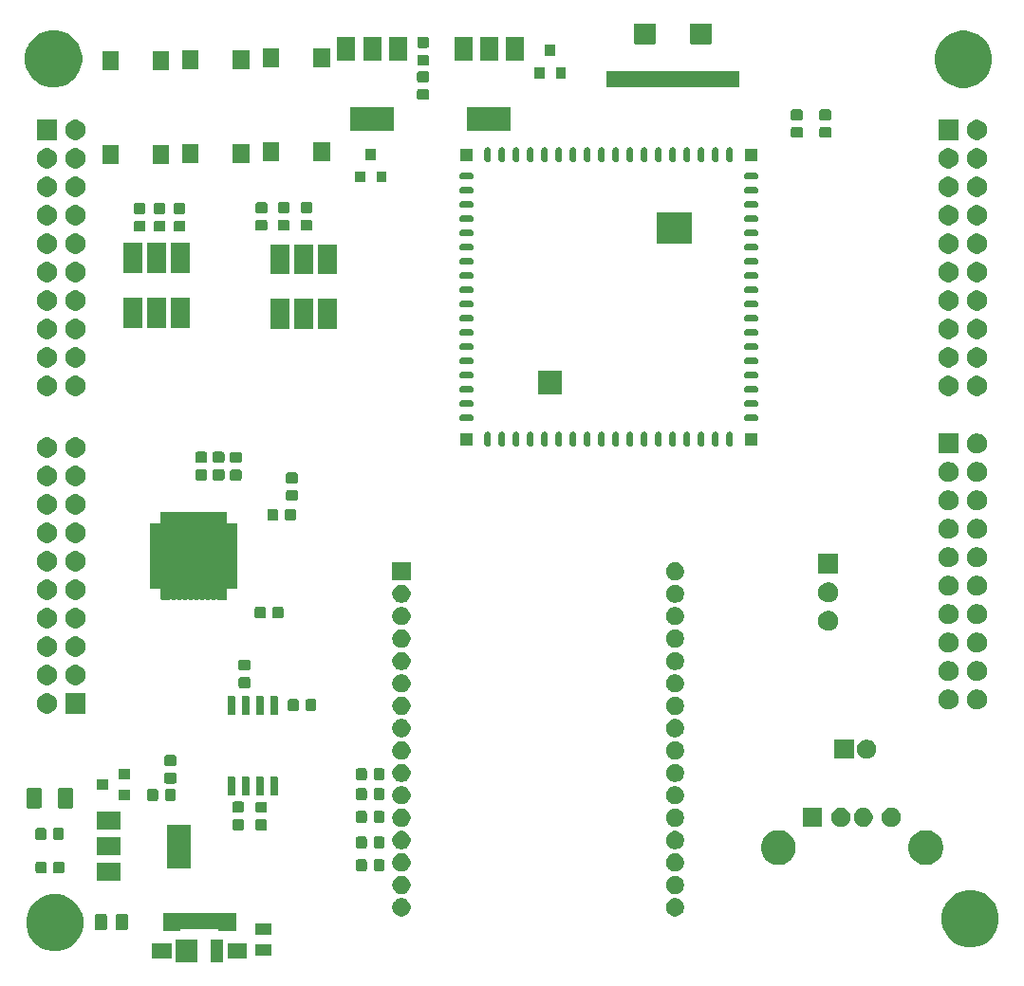
<source format=gbr>
G04 #@! TF.GenerationSoftware,KiCad,Pcbnew,5.1.5-52549c5~86~ubuntu18.04.1*
G04 #@! TF.CreationDate,2020-05-19T23:49:33-05:00*
G04 #@! TF.ProjectId,AICE,41494345-2e6b-4696-9361-645f70636258,rev?*
G04 #@! TF.SameCoordinates,Original*
G04 #@! TF.FileFunction,Soldermask,Top*
G04 #@! TF.FilePolarity,Negative*
%FSLAX46Y46*%
G04 Gerber Fmt 4.6, Leading zero omitted, Abs format (unit mm)*
G04 Created by KiCad (PCBNEW 5.1.5-52549c5~86~ubuntu18.04.1) date 2020-05-19 23:49:33*
%MOMM*%
%LPD*%
G04 APERTURE LIST*
%ADD10C,0.100000*%
G04 APERTURE END LIST*
D10*
G36*
X52281000Y-148301000D02*
G01*
X51179000Y-148301000D01*
X51179000Y-146299000D01*
X52281000Y-146299000D01*
X52281000Y-148301000D01*
G37*
G36*
X49981000Y-148301000D02*
G01*
X48079000Y-148301000D01*
X48079000Y-146299000D01*
X49981000Y-146299000D01*
X49981000Y-148301000D01*
G37*
G36*
X54431000Y-148001000D02*
G01*
X52679000Y-148001000D01*
X52679000Y-146599000D01*
X54431000Y-146599000D01*
X54431000Y-148001000D01*
G37*
G36*
X47681000Y-148001000D02*
G01*
X45929000Y-148001000D01*
X45929000Y-146599000D01*
X47681000Y-146599000D01*
X47681000Y-148001000D01*
G37*
G36*
X56464468Y-146703565D02*
G01*
X56503138Y-146715296D01*
X56538777Y-146734346D01*
X56570017Y-146759983D01*
X56595654Y-146791223D01*
X56614704Y-146826862D01*
X56626435Y-146865532D01*
X56631000Y-146911888D01*
X56631000Y-147563112D01*
X56626435Y-147609468D01*
X56614704Y-147648138D01*
X56595654Y-147683777D01*
X56570017Y-147715017D01*
X56538777Y-147740654D01*
X56503138Y-147759704D01*
X56464468Y-147771435D01*
X56418112Y-147776000D01*
X55341888Y-147776000D01*
X55295532Y-147771435D01*
X55256862Y-147759704D01*
X55221223Y-147740654D01*
X55189983Y-147715017D01*
X55164346Y-147683777D01*
X55145296Y-147648138D01*
X55133565Y-147609468D01*
X55129000Y-147563112D01*
X55129000Y-146911888D01*
X55133565Y-146865532D01*
X55145296Y-146826862D01*
X55164346Y-146791223D01*
X55189983Y-146759983D01*
X55221223Y-146734346D01*
X55256862Y-146715296D01*
X55295532Y-146703565D01*
X55341888Y-146699000D01*
X56418112Y-146699000D01*
X56464468Y-146703565D01*
G37*
G36*
X38024098Y-142347033D02*
G01*
X38488350Y-142539332D01*
X38488352Y-142539333D01*
X38906168Y-142818509D01*
X39261491Y-143173832D01*
X39540667Y-143591648D01*
X39540668Y-143591650D01*
X39732967Y-144055902D01*
X39831000Y-144548747D01*
X39831000Y-145051253D01*
X39732967Y-145544098D01*
X39540668Y-146008350D01*
X39540667Y-146008352D01*
X39261491Y-146426168D01*
X38906168Y-146781491D01*
X38488352Y-147060667D01*
X38488351Y-147060668D01*
X38488350Y-147060668D01*
X38024098Y-147252967D01*
X37531253Y-147351000D01*
X37028747Y-147351000D01*
X36535902Y-147252967D01*
X36071650Y-147060668D01*
X36071649Y-147060668D01*
X36071648Y-147060667D01*
X35653832Y-146781491D01*
X35298509Y-146426168D01*
X35019333Y-146008352D01*
X35019332Y-146008350D01*
X34827033Y-145544098D01*
X34729000Y-145051253D01*
X34729000Y-144548747D01*
X34827033Y-144055902D01*
X35019332Y-143591650D01*
X35019333Y-143591648D01*
X35298509Y-143173832D01*
X35653832Y-142818509D01*
X36071648Y-142539333D01*
X36071650Y-142539332D01*
X36535902Y-142347033D01*
X37028747Y-142249000D01*
X37531253Y-142249000D01*
X38024098Y-142347033D01*
G37*
G36*
X119694098Y-141997033D02*
G01*
X120158350Y-142189332D01*
X120158352Y-142189333D01*
X120576168Y-142468509D01*
X120931491Y-142823832D01*
X121170970Y-143182238D01*
X121210668Y-143241650D01*
X121402967Y-143705902D01*
X121501000Y-144198747D01*
X121501000Y-144701253D01*
X121402967Y-145194098D01*
X121221686Y-145631750D01*
X121210667Y-145658352D01*
X120931491Y-146076168D01*
X120576168Y-146431491D01*
X120158352Y-146710667D01*
X120158351Y-146710668D01*
X120158350Y-146710668D01*
X119694098Y-146902967D01*
X119201253Y-147001000D01*
X118698747Y-147001000D01*
X118205902Y-146902967D01*
X117741650Y-146710668D01*
X117741649Y-146710668D01*
X117741648Y-146710667D01*
X117323832Y-146431491D01*
X116968509Y-146076168D01*
X116689333Y-145658352D01*
X116678314Y-145631750D01*
X116497033Y-145194098D01*
X116399000Y-144701253D01*
X116399000Y-144198747D01*
X116497033Y-143705902D01*
X116689332Y-143241650D01*
X116729030Y-143182238D01*
X116968509Y-142823832D01*
X117323832Y-142468509D01*
X117741648Y-142189333D01*
X117741650Y-142189332D01*
X118205902Y-141997033D01*
X118698747Y-141899000D01*
X119201253Y-141899000D01*
X119694098Y-141997033D01*
G37*
G36*
X56464468Y-144828565D02*
G01*
X56503138Y-144840296D01*
X56538777Y-144859346D01*
X56570017Y-144884983D01*
X56595654Y-144916223D01*
X56614704Y-144951862D01*
X56626435Y-144990532D01*
X56631000Y-145036888D01*
X56631000Y-145688112D01*
X56626435Y-145734468D01*
X56614704Y-145773138D01*
X56595654Y-145808777D01*
X56570017Y-145840017D01*
X56538777Y-145865654D01*
X56503138Y-145884704D01*
X56464468Y-145896435D01*
X56418112Y-145901000D01*
X55341888Y-145901000D01*
X55295532Y-145896435D01*
X55256862Y-145884704D01*
X55221223Y-145865654D01*
X55189983Y-145840017D01*
X55164346Y-145808777D01*
X55145296Y-145773138D01*
X55133565Y-145734468D01*
X55129000Y-145688112D01*
X55129000Y-145036888D01*
X55133565Y-144990532D01*
X55145296Y-144951862D01*
X55164346Y-144916223D01*
X55189983Y-144884983D01*
X55221223Y-144859346D01*
X55256862Y-144840296D01*
X55295532Y-144828565D01*
X55341888Y-144824000D01*
X56418112Y-144824000D01*
X56464468Y-144828565D01*
G37*
G36*
X53431000Y-145551000D02*
G01*
X51904000Y-145551000D01*
X51904000Y-145505999D01*
X51901598Y-145481613D01*
X51894485Y-145458164D01*
X51882934Y-145436553D01*
X51867389Y-145417611D01*
X51848447Y-145402066D01*
X51826836Y-145390515D01*
X51803387Y-145383402D01*
X51779001Y-145381000D01*
X48580999Y-145381000D01*
X48556613Y-145383402D01*
X48533164Y-145390515D01*
X48511553Y-145402066D01*
X48492611Y-145417611D01*
X48477066Y-145436553D01*
X48465515Y-145458164D01*
X48458402Y-145481613D01*
X48456000Y-145505999D01*
X48456000Y-145551000D01*
X46929000Y-145551000D01*
X46929000Y-143899000D01*
X53431000Y-143899000D01*
X53431000Y-145551000D01*
G37*
G36*
X41754468Y-143993565D02*
G01*
X41793138Y-144005296D01*
X41828777Y-144024346D01*
X41860017Y-144049983D01*
X41885654Y-144081223D01*
X41904704Y-144116862D01*
X41916435Y-144155532D01*
X41921000Y-144201888D01*
X41921000Y-145278112D01*
X41916435Y-145324468D01*
X41904704Y-145363138D01*
X41885654Y-145398777D01*
X41860017Y-145430017D01*
X41828777Y-145455654D01*
X41793138Y-145474704D01*
X41754468Y-145486435D01*
X41708112Y-145491000D01*
X41056888Y-145491000D01*
X41010532Y-145486435D01*
X40971862Y-145474704D01*
X40936223Y-145455654D01*
X40904983Y-145430017D01*
X40879346Y-145398777D01*
X40860296Y-145363138D01*
X40848565Y-145324468D01*
X40844000Y-145278112D01*
X40844000Y-144201888D01*
X40848565Y-144155532D01*
X40860296Y-144116862D01*
X40879346Y-144081223D01*
X40904983Y-144049983D01*
X40936223Y-144024346D01*
X40971862Y-144005296D01*
X41010532Y-143993565D01*
X41056888Y-143989000D01*
X41708112Y-143989000D01*
X41754468Y-143993565D01*
G37*
G36*
X43629468Y-143993565D02*
G01*
X43668138Y-144005296D01*
X43703777Y-144024346D01*
X43735017Y-144049983D01*
X43760654Y-144081223D01*
X43779704Y-144116862D01*
X43791435Y-144155532D01*
X43796000Y-144201888D01*
X43796000Y-145278112D01*
X43791435Y-145324468D01*
X43779704Y-145363138D01*
X43760654Y-145398777D01*
X43735017Y-145430017D01*
X43703777Y-145455654D01*
X43668138Y-145474704D01*
X43629468Y-145486435D01*
X43583112Y-145491000D01*
X42931888Y-145491000D01*
X42885532Y-145486435D01*
X42846862Y-145474704D01*
X42811223Y-145455654D01*
X42779983Y-145430017D01*
X42754346Y-145398777D01*
X42735296Y-145363138D01*
X42723565Y-145324468D01*
X42719000Y-145278112D01*
X42719000Y-144201888D01*
X42723565Y-144155532D01*
X42735296Y-144116862D01*
X42754346Y-144081223D01*
X42779983Y-144049983D01*
X42811223Y-144024346D01*
X42846862Y-144005296D01*
X42885532Y-143993565D01*
X42931888Y-143989000D01*
X43583112Y-143989000D01*
X43629468Y-143993565D01*
G37*
G36*
X92838382Y-142637622D02*
G01*
X92986341Y-142698909D01*
X93119495Y-142787879D01*
X93232741Y-142901125D01*
X93321711Y-143034279D01*
X93382998Y-143182238D01*
X93414240Y-143339305D01*
X93414240Y-143499455D01*
X93382998Y-143656522D01*
X93321711Y-143804481D01*
X93232741Y-143937635D01*
X93119495Y-144050881D01*
X92986341Y-144139851D01*
X92838382Y-144201138D01*
X92681315Y-144232380D01*
X92521165Y-144232380D01*
X92364098Y-144201138D01*
X92216139Y-144139851D01*
X92082985Y-144050881D01*
X91969739Y-143937635D01*
X91880769Y-143804481D01*
X91819482Y-143656522D01*
X91788240Y-143499455D01*
X91788240Y-143339305D01*
X91819482Y-143182238D01*
X91880769Y-143034279D01*
X91969739Y-142901125D01*
X92082985Y-142787879D01*
X92216139Y-142698909D01*
X92364098Y-142637622D01*
X92521165Y-142606380D01*
X92681315Y-142606380D01*
X92838382Y-142637622D01*
G37*
G36*
X68438382Y-142637622D02*
G01*
X68586341Y-142698909D01*
X68719495Y-142787879D01*
X68832741Y-142901125D01*
X68921711Y-143034279D01*
X68982998Y-143182238D01*
X69014240Y-143339305D01*
X69014240Y-143499455D01*
X68982998Y-143656522D01*
X68921711Y-143804481D01*
X68832741Y-143937635D01*
X68719495Y-144050881D01*
X68586341Y-144139851D01*
X68438382Y-144201138D01*
X68281315Y-144232380D01*
X68121165Y-144232380D01*
X67964098Y-144201138D01*
X67816139Y-144139851D01*
X67682985Y-144050881D01*
X67569739Y-143937635D01*
X67480769Y-143804481D01*
X67419482Y-143656522D01*
X67388240Y-143499455D01*
X67388240Y-143339305D01*
X67419482Y-143182238D01*
X67480769Y-143034279D01*
X67569739Y-142901125D01*
X67682985Y-142787879D01*
X67816139Y-142698909D01*
X67964098Y-142637622D01*
X68121165Y-142606380D01*
X68281315Y-142606380D01*
X68438382Y-142637622D01*
G37*
G36*
X92838382Y-140637622D02*
G01*
X92986341Y-140698909D01*
X93119495Y-140787879D01*
X93232741Y-140901125D01*
X93321711Y-141034279D01*
X93382998Y-141182238D01*
X93414240Y-141339305D01*
X93414240Y-141499455D01*
X93382998Y-141656522D01*
X93321711Y-141804481D01*
X93232741Y-141937635D01*
X93119495Y-142050881D01*
X92986341Y-142139851D01*
X92838382Y-142201138D01*
X92681315Y-142232380D01*
X92521165Y-142232380D01*
X92364098Y-142201138D01*
X92216139Y-142139851D01*
X92082985Y-142050881D01*
X91969739Y-141937635D01*
X91880769Y-141804481D01*
X91819482Y-141656522D01*
X91788240Y-141499455D01*
X91788240Y-141339305D01*
X91819482Y-141182238D01*
X91880769Y-141034279D01*
X91969739Y-140901125D01*
X92082985Y-140787879D01*
X92216139Y-140698909D01*
X92364098Y-140637622D01*
X92521165Y-140606380D01*
X92681315Y-140606380D01*
X92838382Y-140637622D01*
G37*
G36*
X68438382Y-140637622D02*
G01*
X68586341Y-140698909D01*
X68719495Y-140787879D01*
X68832741Y-140901125D01*
X68921711Y-141034279D01*
X68982998Y-141182238D01*
X69014240Y-141339305D01*
X69014240Y-141499455D01*
X68982998Y-141656522D01*
X68921711Y-141804481D01*
X68832741Y-141937635D01*
X68719495Y-142050881D01*
X68586341Y-142139851D01*
X68438382Y-142201138D01*
X68281315Y-142232380D01*
X68121165Y-142232380D01*
X67964098Y-142201138D01*
X67816139Y-142139851D01*
X67682985Y-142050881D01*
X67569739Y-141937635D01*
X67480769Y-141804481D01*
X67419482Y-141656522D01*
X67388240Y-141499455D01*
X67388240Y-141339305D01*
X67419482Y-141182238D01*
X67480769Y-141034279D01*
X67569739Y-140901125D01*
X67682985Y-140787879D01*
X67816139Y-140698909D01*
X67964098Y-140637622D01*
X68121165Y-140606380D01*
X68281315Y-140606380D01*
X68438382Y-140637622D01*
G37*
G36*
X43101000Y-141081000D02*
G01*
X40999000Y-141081000D01*
X40999000Y-139479000D01*
X43101000Y-139479000D01*
X43101000Y-141081000D01*
G37*
G36*
X36394591Y-139338085D02*
G01*
X36428569Y-139348393D01*
X36459890Y-139365134D01*
X36487339Y-139387661D01*
X36509866Y-139415110D01*
X36526607Y-139446431D01*
X36536915Y-139480409D01*
X36541000Y-139521890D01*
X36541000Y-140198110D01*
X36536915Y-140239591D01*
X36526607Y-140273569D01*
X36509866Y-140304890D01*
X36487339Y-140332339D01*
X36459890Y-140354866D01*
X36428569Y-140371607D01*
X36394591Y-140381915D01*
X36353110Y-140386000D01*
X35751890Y-140386000D01*
X35710409Y-140381915D01*
X35676431Y-140371607D01*
X35645110Y-140354866D01*
X35617661Y-140332339D01*
X35595134Y-140304890D01*
X35578393Y-140273569D01*
X35568085Y-140239591D01*
X35564000Y-140198110D01*
X35564000Y-139521890D01*
X35568085Y-139480409D01*
X35578393Y-139446431D01*
X35595134Y-139415110D01*
X35617661Y-139387661D01*
X35645110Y-139365134D01*
X35676431Y-139348393D01*
X35710409Y-139338085D01*
X35751890Y-139334000D01*
X36353110Y-139334000D01*
X36394591Y-139338085D01*
G37*
G36*
X37969591Y-139338085D02*
G01*
X38003569Y-139348393D01*
X38034890Y-139365134D01*
X38062339Y-139387661D01*
X38084866Y-139415110D01*
X38101607Y-139446431D01*
X38111915Y-139480409D01*
X38116000Y-139521890D01*
X38116000Y-140198110D01*
X38111915Y-140239591D01*
X38101607Y-140273569D01*
X38084866Y-140304890D01*
X38062339Y-140332339D01*
X38034890Y-140354866D01*
X38003569Y-140371607D01*
X37969591Y-140381915D01*
X37928110Y-140386000D01*
X37326890Y-140386000D01*
X37285409Y-140381915D01*
X37251431Y-140371607D01*
X37220110Y-140354866D01*
X37192661Y-140332339D01*
X37170134Y-140304890D01*
X37153393Y-140273569D01*
X37143085Y-140239591D01*
X37139000Y-140198110D01*
X37139000Y-139521890D01*
X37143085Y-139480409D01*
X37153393Y-139446431D01*
X37170134Y-139415110D01*
X37192661Y-139387661D01*
X37220110Y-139365134D01*
X37251431Y-139348393D01*
X37285409Y-139338085D01*
X37326890Y-139334000D01*
X37928110Y-139334000D01*
X37969591Y-139338085D01*
G37*
G36*
X68438382Y-138637622D02*
G01*
X68586341Y-138698909D01*
X68719495Y-138787879D01*
X68832741Y-138901125D01*
X68921711Y-139034279D01*
X68982998Y-139182238D01*
X69014240Y-139339305D01*
X69014240Y-139499455D01*
X68982998Y-139656522D01*
X68921711Y-139804481D01*
X68832741Y-139937635D01*
X68719495Y-140050881D01*
X68586341Y-140139851D01*
X68438382Y-140201138D01*
X68281315Y-140232380D01*
X68121165Y-140232380D01*
X67964098Y-140201138D01*
X67816139Y-140139851D01*
X67682985Y-140050881D01*
X67569739Y-139937635D01*
X67480769Y-139804481D01*
X67419482Y-139656522D01*
X67388240Y-139499455D01*
X67388240Y-139339305D01*
X67419482Y-139182238D01*
X67480769Y-139034279D01*
X67569739Y-138901125D01*
X67682985Y-138787879D01*
X67816139Y-138698909D01*
X67964098Y-138637622D01*
X68121165Y-138606380D01*
X68281315Y-138606380D01*
X68438382Y-138637622D01*
G37*
G36*
X92838382Y-138637622D02*
G01*
X92986341Y-138698909D01*
X93119495Y-138787879D01*
X93232741Y-138901125D01*
X93321711Y-139034279D01*
X93382998Y-139182238D01*
X93414240Y-139339305D01*
X93414240Y-139499455D01*
X93382998Y-139656522D01*
X93321711Y-139804481D01*
X93232741Y-139937635D01*
X93119495Y-140050881D01*
X92986341Y-140139851D01*
X92838382Y-140201138D01*
X92681315Y-140232380D01*
X92521165Y-140232380D01*
X92364098Y-140201138D01*
X92216139Y-140139851D01*
X92082985Y-140050881D01*
X91969739Y-139937635D01*
X91880769Y-139804481D01*
X91819482Y-139656522D01*
X91788240Y-139499455D01*
X91788240Y-139339305D01*
X91819482Y-139182238D01*
X91880769Y-139034279D01*
X91969739Y-138901125D01*
X92082985Y-138787879D01*
X92216139Y-138698909D01*
X92364098Y-138637622D01*
X92521165Y-138606380D01*
X92681315Y-138606380D01*
X92838382Y-138637622D01*
G37*
G36*
X66544831Y-139139465D02*
G01*
X66578809Y-139149773D01*
X66610130Y-139166514D01*
X66637579Y-139189041D01*
X66660106Y-139216490D01*
X66676847Y-139247811D01*
X66687155Y-139281789D01*
X66691240Y-139323270D01*
X66691240Y-139999490D01*
X66687155Y-140040971D01*
X66676847Y-140074949D01*
X66660106Y-140106270D01*
X66637579Y-140133719D01*
X66610130Y-140156246D01*
X66578809Y-140172987D01*
X66544831Y-140183295D01*
X66503350Y-140187380D01*
X65902130Y-140187380D01*
X65860649Y-140183295D01*
X65826671Y-140172987D01*
X65795350Y-140156246D01*
X65767901Y-140133719D01*
X65745374Y-140106270D01*
X65728633Y-140074949D01*
X65718325Y-140040971D01*
X65714240Y-139999490D01*
X65714240Y-139323270D01*
X65718325Y-139281789D01*
X65728633Y-139247811D01*
X65745374Y-139216490D01*
X65767901Y-139189041D01*
X65795350Y-139166514D01*
X65826671Y-139149773D01*
X65860649Y-139139465D01*
X65902130Y-139135380D01*
X66503350Y-139135380D01*
X66544831Y-139139465D01*
G37*
G36*
X64969831Y-139139465D02*
G01*
X65003809Y-139149773D01*
X65035130Y-139166514D01*
X65062579Y-139189041D01*
X65085106Y-139216490D01*
X65101847Y-139247811D01*
X65112155Y-139281789D01*
X65116240Y-139323270D01*
X65116240Y-139999490D01*
X65112155Y-140040971D01*
X65101847Y-140074949D01*
X65085106Y-140106270D01*
X65062579Y-140133719D01*
X65035130Y-140156246D01*
X65003809Y-140172987D01*
X64969831Y-140183295D01*
X64928350Y-140187380D01*
X64327130Y-140187380D01*
X64285649Y-140183295D01*
X64251671Y-140172987D01*
X64220350Y-140156246D01*
X64192901Y-140133719D01*
X64170374Y-140106270D01*
X64153633Y-140074949D01*
X64143325Y-140040971D01*
X64139240Y-139999490D01*
X64139240Y-139323270D01*
X64143325Y-139281789D01*
X64153633Y-139247811D01*
X64170374Y-139216490D01*
X64192901Y-139189041D01*
X64220350Y-139166514D01*
X64251671Y-139149773D01*
X64285649Y-139139465D01*
X64327130Y-139135380D01*
X64928350Y-139135380D01*
X64969831Y-139139465D01*
G37*
G36*
X49401000Y-139931000D02*
G01*
X47299000Y-139931000D01*
X47299000Y-136029000D01*
X49401000Y-136029000D01*
X49401000Y-139931000D01*
G37*
G36*
X102132585Y-136568802D02*
G01*
X102282410Y-136598604D01*
X102564674Y-136715521D01*
X102818705Y-136885259D01*
X103034741Y-137101295D01*
X103204479Y-137355326D01*
X103321396Y-137637590D01*
X103321396Y-137637591D01*
X103375807Y-137911130D01*
X103381000Y-137937240D01*
X103381000Y-138242760D01*
X103321396Y-138542410D01*
X103204479Y-138824674D01*
X103034741Y-139078705D01*
X102818705Y-139294741D01*
X102564674Y-139464479D01*
X102282410Y-139581396D01*
X102132585Y-139611198D01*
X101982761Y-139641000D01*
X101677239Y-139641000D01*
X101527415Y-139611198D01*
X101377590Y-139581396D01*
X101095326Y-139464479D01*
X100841295Y-139294741D01*
X100625259Y-139078705D01*
X100455521Y-138824674D01*
X100338604Y-138542410D01*
X100279000Y-138242760D01*
X100279000Y-137937240D01*
X100284194Y-137911130D01*
X100338604Y-137637591D01*
X100338604Y-137637590D01*
X100455521Y-137355326D01*
X100625259Y-137101295D01*
X100841295Y-136885259D01*
X101095326Y-136715521D01*
X101377590Y-136598604D01*
X101527415Y-136568802D01*
X101677239Y-136539000D01*
X101982761Y-136539000D01*
X102132585Y-136568802D01*
G37*
G36*
X115272585Y-136568802D02*
G01*
X115422410Y-136598604D01*
X115704674Y-136715521D01*
X115958705Y-136885259D01*
X116174741Y-137101295D01*
X116344479Y-137355326D01*
X116461396Y-137637590D01*
X116461396Y-137637591D01*
X116515807Y-137911130D01*
X116521000Y-137937240D01*
X116521000Y-138242760D01*
X116461396Y-138542410D01*
X116344479Y-138824674D01*
X116174741Y-139078705D01*
X115958705Y-139294741D01*
X115704674Y-139464479D01*
X115422410Y-139581396D01*
X115272585Y-139611198D01*
X115122761Y-139641000D01*
X114817239Y-139641000D01*
X114667415Y-139611198D01*
X114517590Y-139581396D01*
X114235326Y-139464479D01*
X113981295Y-139294741D01*
X113765259Y-139078705D01*
X113595521Y-138824674D01*
X113478604Y-138542410D01*
X113419000Y-138242760D01*
X113419000Y-137937240D01*
X113424194Y-137911130D01*
X113478604Y-137637591D01*
X113478604Y-137637590D01*
X113595521Y-137355326D01*
X113765259Y-137101295D01*
X113981295Y-136885259D01*
X114235326Y-136715521D01*
X114517590Y-136598604D01*
X114667415Y-136568802D01*
X114817239Y-136539000D01*
X115122761Y-136539000D01*
X115272585Y-136568802D01*
G37*
G36*
X43101000Y-138781000D02*
G01*
X40999000Y-138781000D01*
X40999000Y-137179000D01*
X43101000Y-137179000D01*
X43101000Y-138781000D01*
G37*
G36*
X92838382Y-136637622D02*
G01*
X92986341Y-136698909D01*
X93119495Y-136787879D01*
X93232741Y-136901125D01*
X93321711Y-137034279D01*
X93382998Y-137182238D01*
X93414240Y-137339305D01*
X93414240Y-137499455D01*
X93382998Y-137656522D01*
X93321711Y-137804481D01*
X93232741Y-137937635D01*
X93119495Y-138050881D01*
X92986341Y-138139851D01*
X92838382Y-138201138D01*
X92681315Y-138232380D01*
X92521165Y-138232380D01*
X92364098Y-138201138D01*
X92216139Y-138139851D01*
X92082985Y-138050881D01*
X91969739Y-137937635D01*
X91880769Y-137804481D01*
X91819482Y-137656522D01*
X91788240Y-137499455D01*
X91788240Y-137339305D01*
X91819482Y-137182238D01*
X91880769Y-137034279D01*
X91969739Y-136901125D01*
X92082985Y-136787879D01*
X92216139Y-136698909D01*
X92364098Y-136637622D01*
X92521165Y-136606380D01*
X92681315Y-136606380D01*
X92838382Y-136637622D01*
G37*
G36*
X68438382Y-136637622D02*
G01*
X68586341Y-136698909D01*
X68719495Y-136787879D01*
X68832741Y-136901125D01*
X68921711Y-137034279D01*
X68982998Y-137182238D01*
X69014240Y-137339305D01*
X69014240Y-137499455D01*
X68982998Y-137656522D01*
X68921711Y-137804481D01*
X68832741Y-137937635D01*
X68719495Y-138050881D01*
X68586341Y-138139851D01*
X68438382Y-138201138D01*
X68281315Y-138232380D01*
X68121165Y-138232380D01*
X67964098Y-138201138D01*
X67816139Y-138139851D01*
X67682985Y-138050881D01*
X67569739Y-137937635D01*
X67480769Y-137804481D01*
X67419482Y-137656522D01*
X67388240Y-137499455D01*
X67388240Y-137339305D01*
X67419482Y-137182238D01*
X67480769Y-137034279D01*
X67569739Y-136901125D01*
X67682985Y-136787879D01*
X67816139Y-136698909D01*
X67964098Y-136637622D01*
X68121165Y-136606380D01*
X68281315Y-136606380D01*
X68438382Y-136637622D01*
G37*
G36*
X64969831Y-137107465D02*
G01*
X65003809Y-137117773D01*
X65035130Y-137134514D01*
X65062579Y-137157041D01*
X65085106Y-137184490D01*
X65101847Y-137215811D01*
X65112155Y-137249789D01*
X65116240Y-137291270D01*
X65116240Y-137967490D01*
X65112155Y-138008971D01*
X65101847Y-138042949D01*
X65085106Y-138074270D01*
X65062579Y-138101719D01*
X65035130Y-138124246D01*
X65003809Y-138140987D01*
X64969831Y-138151295D01*
X64928350Y-138155380D01*
X64327130Y-138155380D01*
X64285649Y-138151295D01*
X64251671Y-138140987D01*
X64220350Y-138124246D01*
X64192901Y-138101719D01*
X64170374Y-138074270D01*
X64153633Y-138042949D01*
X64143325Y-138008971D01*
X64139240Y-137967490D01*
X64139240Y-137291270D01*
X64143325Y-137249789D01*
X64153633Y-137215811D01*
X64170374Y-137184490D01*
X64192901Y-137157041D01*
X64220350Y-137134514D01*
X64251671Y-137117773D01*
X64285649Y-137107465D01*
X64327130Y-137103380D01*
X64928350Y-137103380D01*
X64969831Y-137107465D01*
G37*
G36*
X66544831Y-137107465D02*
G01*
X66578809Y-137117773D01*
X66610130Y-137134514D01*
X66637579Y-137157041D01*
X66660106Y-137184490D01*
X66676847Y-137215811D01*
X66687155Y-137249789D01*
X66691240Y-137291270D01*
X66691240Y-137967490D01*
X66687155Y-138008971D01*
X66676847Y-138042949D01*
X66660106Y-138074270D01*
X66637579Y-138101719D01*
X66610130Y-138124246D01*
X66578809Y-138140987D01*
X66544831Y-138151295D01*
X66503350Y-138155380D01*
X65902130Y-138155380D01*
X65860649Y-138151295D01*
X65826671Y-138140987D01*
X65795350Y-138124246D01*
X65767901Y-138101719D01*
X65745374Y-138074270D01*
X65728633Y-138042949D01*
X65718325Y-138008971D01*
X65714240Y-137967490D01*
X65714240Y-137291270D01*
X65718325Y-137249789D01*
X65728633Y-137215811D01*
X65745374Y-137184490D01*
X65767901Y-137157041D01*
X65795350Y-137134514D01*
X65826671Y-137117773D01*
X65860649Y-137107465D01*
X65902130Y-137103380D01*
X66503350Y-137103380D01*
X66544831Y-137107465D01*
G37*
G36*
X37944591Y-136338085D02*
G01*
X37978569Y-136348393D01*
X38009890Y-136365134D01*
X38037339Y-136387661D01*
X38059866Y-136415110D01*
X38076607Y-136446431D01*
X38086915Y-136480409D01*
X38091000Y-136521890D01*
X38091000Y-137198110D01*
X38086915Y-137239591D01*
X38076607Y-137273569D01*
X38059866Y-137304890D01*
X38037339Y-137332339D01*
X38009890Y-137354866D01*
X37978569Y-137371607D01*
X37944591Y-137381915D01*
X37903110Y-137386000D01*
X37301890Y-137386000D01*
X37260409Y-137381915D01*
X37226431Y-137371607D01*
X37195110Y-137354866D01*
X37167661Y-137332339D01*
X37145134Y-137304890D01*
X37128393Y-137273569D01*
X37118085Y-137239591D01*
X37114000Y-137198110D01*
X37114000Y-136521890D01*
X37118085Y-136480409D01*
X37128393Y-136446431D01*
X37145134Y-136415110D01*
X37167661Y-136387661D01*
X37195110Y-136365134D01*
X37226431Y-136348393D01*
X37260409Y-136338085D01*
X37301890Y-136334000D01*
X37903110Y-136334000D01*
X37944591Y-136338085D01*
G37*
G36*
X36369591Y-136338085D02*
G01*
X36403569Y-136348393D01*
X36434890Y-136365134D01*
X36462339Y-136387661D01*
X36484866Y-136415110D01*
X36501607Y-136446431D01*
X36511915Y-136480409D01*
X36516000Y-136521890D01*
X36516000Y-137198110D01*
X36511915Y-137239591D01*
X36501607Y-137273569D01*
X36484866Y-137304890D01*
X36462339Y-137332339D01*
X36434890Y-137354866D01*
X36403569Y-137371607D01*
X36369591Y-137381915D01*
X36328110Y-137386000D01*
X35726890Y-137386000D01*
X35685409Y-137381915D01*
X35651431Y-137371607D01*
X35620110Y-137354866D01*
X35592661Y-137332339D01*
X35570134Y-137304890D01*
X35553393Y-137273569D01*
X35543085Y-137239591D01*
X35539000Y-137198110D01*
X35539000Y-136521890D01*
X35543085Y-136480409D01*
X35553393Y-136446431D01*
X35570134Y-136415110D01*
X35592661Y-136387661D01*
X35620110Y-136365134D01*
X35651431Y-136348393D01*
X35685409Y-136338085D01*
X35726890Y-136334000D01*
X36328110Y-136334000D01*
X36369591Y-136338085D01*
G37*
G36*
X56073591Y-135567085D02*
G01*
X56107569Y-135577393D01*
X56138890Y-135594134D01*
X56166339Y-135616661D01*
X56188866Y-135644110D01*
X56205607Y-135675431D01*
X56215915Y-135709409D01*
X56220000Y-135750890D01*
X56220000Y-136352110D01*
X56215915Y-136393591D01*
X56205607Y-136427569D01*
X56188866Y-136458890D01*
X56166339Y-136486339D01*
X56138890Y-136508866D01*
X56107569Y-136525607D01*
X56073591Y-136535915D01*
X56032110Y-136540000D01*
X55355890Y-136540000D01*
X55314409Y-136535915D01*
X55280431Y-136525607D01*
X55249110Y-136508866D01*
X55221661Y-136486339D01*
X55199134Y-136458890D01*
X55182393Y-136427569D01*
X55172085Y-136393591D01*
X55168000Y-136352110D01*
X55168000Y-135750890D01*
X55172085Y-135709409D01*
X55182393Y-135675431D01*
X55199134Y-135644110D01*
X55221661Y-135616661D01*
X55249110Y-135594134D01*
X55280431Y-135577393D01*
X55314409Y-135567085D01*
X55355890Y-135563000D01*
X56032110Y-135563000D01*
X56073591Y-135567085D01*
G37*
G36*
X54011591Y-135557085D02*
G01*
X54045569Y-135567393D01*
X54076890Y-135584134D01*
X54104339Y-135606661D01*
X54126866Y-135634110D01*
X54143607Y-135665431D01*
X54153915Y-135699409D01*
X54158000Y-135740890D01*
X54158000Y-136342110D01*
X54153915Y-136383591D01*
X54143607Y-136417569D01*
X54126866Y-136448890D01*
X54104339Y-136476339D01*
X54076890Y-136498866D01*
X54045569Y-136515607D01*
X54011591Y-136525915D01*
X53970110Y-136530000D01*
X53293890Y-136530000D01*
X53252409Y-136525915D01*
X53218431Y-136515607D01*
X53187110Y-136498866D01*
X53159661Y-136476339D01*
X53137134Y-136448890D01*
X53120393Y-136417569D01*
X53110085Y-136383591D01*
X53106000Y-136342110D01*
X53106000Y-135740890D01*
X53110085Y-135699409D01*
X53120393Y-135665431D01*
X53137134Y-135634110D01*
X53159661Y-135606661D01*
X53187110Y-135584134D01*
X53218431Y-135567393D01*
X53252409Y-135557085D01*
X53293890Y-135553000D01*
X53970110Y-135553000D01*
X54011591Y-135557085D01*
G37*
G36*
X43101000Y-136481000D02*
G01*
X40999000Y-136481000D01*
X40999000Y-134879000D01*
X43101000Y-134879000D01*
X43101000Y-136481000D01*
G37*
G36*
X68438382Y-134637622D02*
G01*
X68586341Y-134698909D01*
X68719495Y-134787879D01*
X68832741Y-134901125D01*
X68921711Y-135034279D01*
X68982998Y-135182238D01*
X69014240Y-135339305D01*
X69014240Y-135499455D01*
X68982998Y-135656522D01*
X68921711Y-135804481D01*
X68832741Y-135937635D01*
X68719495Y-136050881D01*
X68586341Y-136139851D01*
X68438382Y-136201138D01*
X68281315Y-136232380D01*
X68121165Y-136232380D01*
X67964098Y-136201138D01*
X67816139Y-136139851D01*
X67682985Y-136050881D01*
X67569739Y-135937635D01*
X67480769Y-135804481D01*
X67419482Y-135656522D01*
X67388240Y-135499455D01*
X67388240Y-135339305D01*
X67419482Y-135182238D01*
X67480769Y-135034279D01*
X67569739Y-134901125D01*
X67682985Y-134787879D01*
X67816139Y-134698909D01*
X67964098Y-134637622D01*
X68121165Y-134606380D01*
X68281315Y-134606380D01*
X68438382Y-134637622D01*
G37*
G36*
X92838382Y-134637622D02*
G01*
X92986341Y-134698909D01*
X93119495Y-134787879D01*
X93232741Y-134901125D01*
X93321711Y-135034279D01*
X93382998Y-135182238D01*
X93414240Y-135339305D01*
X93414240Y-135499455D01*
X93382998Y-135656522D01*
X93321711Y-135804481D01*
X93232741Y-135937635D01*
X93119495Y-136050881D01*
X92986341Y-136139851D01*
X92838382Y-136201138D01*
X92681315Y-136232380D01*
X92521165Y-136232380D01*
X92364098Y-136201138D01*
X92216139Y-136139851D01*
X92082985Y-136050881D01*
X91969739Y-135937635D01*
X91880769Y-135804481D01*
X91819482Y-135656522D01*
X91788240Y-135499455D01*
X91788240Y-135339305D01*
X91819482Y-135182238D01*
X91880769Y-135034279D01*
X91969739Y-134901125D01*
X92082985Y-134787879D01*
X92216139Y-134698909D01*
X92364098Y-134637622D01*
X92521165Y-134606380D01*
X92681315Y-134606380D01*
X92838382Y-134637622D01*
G37*
G36*
X107648228Y-134561703D02*
G01*
X107803100Y-134625853D01*
X107942481Y-134718985D01*
X108061015Y-134837519D01*
X108154147Y-134976900D01*
X108218297Y-135131772D01*
X108251000Y-135296184D01*
X108251000Y-135463816D01*
X108218297Y-135628228D01*
X108154147Y-135783100D01*
X108061015Y-135922481D01*
X107942481Y-136041015D01*
X107803100Y-136134147D01*
X107648228Y-136198297D01*
X107483816Y-136231000D01*
X107316184Y-136231000D01*
X107151772Y-136198297D01*
X106996900Y-136134147D01*
X106857519Y-136041015D01*
X106738985Y-135922481D01*
X106645853Y-135783100D01*
X106581703Y-135628228D01*
X106549000Y-135463816D01*
X106549000Y-135296184D01*
X106581703Y-135131772D01*
X106645853Y-134976900D01*
X106738985Y-134837519D01*
X106857519Y-134718985D01*
X106996900Y-134625853D01*
X107151772Y-134561703D01*
X107316184Y-134529000D01*
X107483816Y-134529000D01*
X107648228Y-134561703D01*
G37*
G36*
X112148228Y-134561703D02*
G01*
X112303100Y-134625853D01*
X112442481Y-134718985D01*
X112561015Y-134837519D01*
X112654147Y-134976900D01*
X112718297Y-135131772D01*
X112751000Y-135296184D01*
X112751000Y-135463816D01*
X112718297Y-135628228D01*
X112654147Y-135783100D01*
X112561015Y-135922481D01*
X112442481Y-136041015D01*
X112303100Y-136134147D01*
X112148228Y-136198297D01*
X111983816Y-136231000D01*
X111816184Y-136231000D01*
X111651772Y-136198297D01*
X111496900Y-136134147D01*
X111357519Y-136041015D01*
X111238985Y-135922481D01*
X111145853Y-135783100D01*
X111081703Y-135628228D01*
X111049000Y-135463816D01*
X111049000Y-135296184D01*
X111081703Y-135131772D01*
X111145853Y-134976900D01*
X111238985Y-134837519D01*
X111357519Y-134718985D01*
X111496900Y-134625853D01*
X111651772Y-134561703D01*
X111816184Y-134529000D01*
X111983816Y-134529000D01*
X112148228Y-134561703D01*
G37*
G36*
X105751000Y-136231000D02*
G01*
X104049000Y-136231000D01*
X104049000Y-134529000D01*
X105751000Y-134529000D01*
X105751000Y-136231000D01*
G37*
G36*
X109648228Y-134561703D02*
G01*
X109803100Y-134625853D01*
X109942481Y-134718985D01*
X110061015Y-134837519D01*
X110154147Y-134976900D01*
X110218297Y-135131772D01*
X110251000Y-135296184D01*
X110251000Y-135463816D01*
X110218297Y-135628228D01*
X110154147Y-135783100D01*
X110061015Y-135922481D01*
X109942481Y-136041015D01*
X109803100Y-136134147D01*
X109648228Y-136198297D01*
X109483816Y-136231000D01*
X109316184Y-136231000D01*
X109151772Y-136198297D01*
X108996900Y-136134147D01*
X108857519Y-136041015D01*
X108738985Y-135922481D01*
X108645853Y-135783100D01*
X108581703Y-135628228D01*
X108549000Y-135463816D01*
X108549000Y-135296184D01*
X108581703Y-135131772D01*
X108645853Y-134976900D01*
X108738985Y-134837519D01*
X108857519Y-134718985D01*
X108996900Y-134625853D01*
X109151772Y-134561703D01*
X109316184Y-134529000D01*
X109483816Y-134529000D01*
X109648228Y-134561703D01*
G37*
G36*
X64969831Y-134821465D02*
G01*
X65003809Y-134831773D01*
X65035130Y-134848514D01*
X65062579Y-134871041D01*
X65085106Y-134898490D01*
X65101847Y-134929811D01*
X65112155Y-134963789D01*
X65116240Y-135005270D01*
X65116240Y-135681490D01*
X65112155Y-135722971D01*
X65101847Y-135756949D01*
X65085106Y-135788270D01*
X65062579Y-135815719D01*
X65035130Y-135838246D01*
X65003809Y-135854987D01*
X64969831Y-135865295D01*
X64928350Y-135869380D01*
X64327130Y-135869380D01*
X64285649Y-135865295D01*
X64251671Y-135854987D01*
X64220350Y-135838246D01*
X64192901Y-135815719D01*
X64170374Y-135788270D01*
X64153633Y-135756949D01*
X64143325Y-135722971D01*
X64139240Y-135681490D01*
X64139240Y-135005270D01*
X64143325Y-134963789D01*
X64153633Y-134929811D01*
X64170374Y-134898490D01*
X64192901Y-134871041D01*
X64220350Y-134848514D01*
X64251671Y-134831773D01*
X64285649Y-134821465D01*
X64327130Y-134817380D01*
X64928350Y-134817380D01*
X64969831Y-134821465D01*
G37*
G36*
X66544831Y-134821465D02*
G01*
X66578809Y-134831773D01*
X66610130Y-134848514D01*
X66637579Y-134871041D01*
X66660106Y-134898490D01*
X66676847Y-134929811D01*
X66687155Y-134963789D01*
X66691240Y-135005270D01*
X66691240Y-135681490D01*
X66687155Y-135722971D01*
X66676847Y-135756949D01*
X66660106Y-135788270D01*
X66637579Y-135815719D01*
X66610130Y-135838246D01*
X66578809Y-135854987D01*
X66544831Y-135865295D01*
X66503350Y-135869380D01*
X65902130Y-135869380D01*
X65860649Y-135865295D01*
X65826671Y-135854987D01*
X65795350Y-135838246D01*
X65767901Y-135815719D01*
X65745374Y-135788270D01*
X65728633Y-135756949D01*
X65718325Y-135722971D01*
X65714240Y-135681490D01*
X65714240Y-135005270D01*
X65718325Y-134963789D01*
X65728633Y-134929811D01*
X65745374Y-134898490D01*
X65767901Y-134871041D01*
X65795350Y-134848514D01*
X65826671Y-134831773D01*
X65860649Y-134821465D01*
X65902130Y-134817380D01*
X66503350Y-134817380D01*
X66544831Y-134821465D01*
G37*
G36*
X56073591Y-133992085D02*
G01*
X56107569Y-134002393D01*
X56138890Y-134019134D01*
X56166339Y-134041661D01*
X56188866Y-134069110D01*
X56205607Y-134100431D01*
X56215915Y-134134409D01*
X56220000Y-134175890D01*
X56220000Y-134777110D01*
X56215915Y-134818591D01*
X56205607Y-134852569D01*
X56188866Y-134883890D01*
X56166339Y-134911339D01*
X56138890Y-134933866D01*
X56107569Y-134950607D01*
X56073591Y-134960915D01*
X56032110Y-134965000D01*
X55355890Y-134965000D01*
X55314409Y-134960915D01*
X55280431Y-134950607D01*
X55249110Y-134933866D01*
X55221661Y-134911339D01*
X55199134Y-134883890D01*
X55182393Y-134852569D01*
X55172085Y-134818591D01*
X55168000Y-134777110D01*
X55168000Y-134175890D01*
X55172085Y-134134409D01*
X55182393Y-134100431D01*
X55199134Y-134069110D01*
X55221661Y-134041661D01*
X55249110Y-134019134D01*
X55280431Y-134002393D01*
X55314409Y-133992085D01*
X55355890Y-133988000D01*
X56032110Y-133988000D01*
X56073591Y-133992085D01*
G37*
G36*
X54011591Y-133982085D02*
G01*
X54045569Y-133992393D01*
X54076890Y-134009134D01*
X54104339Y-134031661D01*
X54126866Y-134059110D01*
X54143607Y-134090431D01*
X54153915Y-134124409D01*
X54158000Y-134165890D01*
X54158000Y-134767110D01*
X54153915Y-134808591D01*
X54143607Y-134842569D01*
X54126866Y-134873890D01*
X54104339Y-134901339D01*
X54076890Y-134923866D01*
X54045569Y-134940607D01*
X54011591Y-134950915D01*
X53970110Y-134955000D01*
X53293890Y-134955000D01*
X53252409Y-134950915D01*
X53218431Y-134940607D01*
X53187110Y-134923866D01*
X53159661Y-134901339D01*
X53137134Y-134873890D01*
X53120393Y-134842569D01*
X53110085Y-134808591D01*
X53106000Y-134767110D01*
X53106000Y-134165890D01*
X53110085Y-134124409D01*
X53120393Y-134090431D01*
X53137134Y-134059110D01*
X53159661Y-134031661D01*
X53187110Y-134009134D01*
X53218431Y-133992393D01*
X53252409Y-133982085D01*
X53293890Y-133978000D01*
X53970110Y-133978000D01*
X54011591Y-133982085D01*
G37*
G36*
X38746104Y-132738347D02*
G01*
X38782644Y-132749432D01*
X38816321Y-132767433D01*
X38845841Y-132791659D01*
X38870067Y-132821179D01*
X38888068Y-132854856D01*
X38899153Y-132891396D01*
X38903500Y-132935538D01*
X38903500Y-134384462D01*
X38899153Y-134428604D01*
X38888068Y-134465144D01*
X38870067Y-134498821D01*
X38845841Y-134528341D01*
X38816321Y-134552567D01*
X38782644Y-134570568D01*
X38746104Y-134581653D01*
X38701962Y-134586000D01*
X37753038Y-134586000D01*
X37708896Y-134581653D01*
X37672356Y-134570568D01*
X37638679Y-134552567D01*
X37609159Y-134528341D01*
X37584933Y-134498821D01*
X37566932Y-134465144D01*
X37555847Y-134428604D01*
X37551500Y-134384462D01*
X37551500Y-132935538D01*
X37555847Y-132891396D01*
X37566932Y-132854856D01*
X37584933Y-132821179D01*
X37609159Y-132791659D01*
X37638679Y-132767433D01*
X37672356Y-132749432D01*
X37708896Y-132738347D01*
X37753038Y-132734000D01*
X38701962Y-132734000D01*
X38746104Y-132738347D01*
G37*
G36*
X35946104Y-132738347D02*
G01*
X35982644Y-132749432D01*
X36016321Y-132767433D01*
X36045841Y-132791659D01*
X36070067Y-132821179D01*
X36088068Y-132854856D01*
X36099153Y-132891396D01*
X36103500Y-132935538D01*
X36103500Y-134384462D01*
X36099153Y-134428604D01*
X36088068Y-134465144D01*
X36070067Y-134498821D01*
X36045841Y-134528341D01*
X36016321Y-134552567D01*
X35982644Y-134570568D01*
X35946104Y-134581653D01*
X35901962Y-134586000D01*
X34953038Y-134586000D01*
X34908896Y-134581653D01*
X34872356Y-134570568D01*
X34838679Y-134552567D01*
X34809159Y-134528341D01*
X34784933Y-134498821D01*
X34766932Y-134465144D01*
X34755847Y-134428604D01*
X34751500Y-134384462D01*
X34751500Y-132935538D01*
X34755847Y-132891396D01*
X34766932Y-132854856D01*
X34784933Y-132821179D01*
X34809159Y-132791659D01*
X34838679Y-132767433D01*
X34872356Y-132749432D01*
X34908896Y-132738347D01*
X34953038Y-132734000D01*
X35901962Y-132734000D01*
X35946104Y-132738347D01*
G37*
G36*
X92838382Y-132637622D02*
G01*
X92986341Y-132698909D01*
X93119495Y-132787879D01*
X93232741Y-132901125D01*
X93321711Y-133034279D01*
X93382998Y-133182238D01*
X93414240Y-133339305D01*
X93414240Y-133499455D01*
X93382998Y-133656522D01*
X93321711Y-133804481D01*
X93232741Y-133937635D01*
X93119495Y-134050881D01*
X92986341Y-134139851D01*
X92838382Y-134201138D01*
X92681315Y-134232380D01*
X92521165Y-134232380D01*
X92364098Y-134201138D01*
X92216139Y-134139851D01*
X92082985Y-134050881D01*
X91969739Y-133937635D01*
X91880769Y-133804481D01*
X91819482Y-133656522D01*
X91788240Y-133499455D01*
X91788240Y-133339305D01*
X91819482Y-133182238D01*
X91880769Y-133034279D01*
X91969739Y-132901125D01*
X92082985Y-132787879D01*
X92216139Y-132698909D01*
X92364098Y-132637622D01*
X92521165Y-132606380D01*
X92681315Y-132606380D01*
X92838382Y-132637622D01*
G37*
G36*
X68438382Y-132637622D02*
G01*
X68586341Y-132698909D01*
X68719495Y-132787879D01*
X68832741Y-132901125D01*
X68921711Y-133034279D01*
X68982998Y-133182238D01*
X69014240Y-133339305D01*
X69014240Y-133499455D01*
X68982998Y-133656522D01*
X68921711Y-133804481D01*
X68832741Y-133937635D01*
X68719495Y-134050881D01*
X68586341Y-134139851D01*
X68438382Y-134201138D01*
X68281315Y-134232380D01*
X68121165Y-134232380D01*
X67964098Y-134201138D01*
X67816139Y-134139851D01*
X67682985Y-134050881D01*
X67569739Y-133937635D01*
X67480769Y-133804481D01*
X67419482Y-133656522D01*
X67388240Y-133499455D01*
X67388240Y-133339305D01*
X67419482Y-133182238D01*
X67480769Y-133034279D01*
X67569739Y-132901125D01*
X67682985Y-132787879D01*
X67816139Y-132698909D01*
X67964098Y-132637622D01*
X68121165Y-132606380D01*
X68281315Y-132606380D01*
X68438382Y-132637622D01*
G37*
G36*
X47927091Y-132868085D02*
G01*
X47961069Y-132878393D01*
X47992390Y-132895134D01*
X48019839Y-132917661D01*
X48042366Y-132945110D01*
X48059107Y-132976431D01*
X48069415Y-133010409D01*
X48073500Y-133051890D01*
X48073500Y-133728110D01*
X48069415Y-133769591D01*
X48059107Y-133803569D01*
X48042366Y-133834890D01*
X48019839Y-133862339D01*
X47992390Y-133884866D01*
X47961069Y-133901607D01*
X47927091Y-133911915D01*
X47885610Y-133916000D01*
X47284390Y-133916000D01*
X47242909Y-133911915D01*
X47208931Y-133901607D01*
X47177610Y-133884866D01*
X47150161Y-133862339D01*
X47127634Y-133834890D01*
X47110893Y-133803569D01*
X47100585Y-133769591D01*
X47096500Y-133728110D01*
X47096500Y-133051890D01*
X47100585Y-133010409D01*
X47110893Y-132976431D01*
X47127634Y-132945110D01*
X47150161Y-132917661D01*
X47177610Y-132895134D01*
X47208931Y-132878393D01*
X47242909Y-132868085D01*
X47284390Y-132864000D01*
X47885610Y-132864000D01*
X47927091Y-132868085D01*
G37*
G36*
X46352091Y-132868085D02*
G01*
X46386069Y-132878393D01*
X46417390Y-132895134D01*
X46444839Y-132917661D01*
X46467366Y-132945110D01*
X46484107Y-132976431D01*
X46494415Y-133010409D01*
X46498500Y-133051890D01*
X46498500Y-133728110D01*
X46494415Y-133769591D01*
X46484107Y-133803569D01*
X46467366Y-133834890D01*
X46444839Y-133862339D01*
X46417390Y-133884866D01*
X46386069Y-133901607D01*
X46352091Y-133911915D01*
X46310610Y-133916000D01*
X45709390Y-133916000D01*
X45667909Y-133911915D01*
X45633931Y-133901607D01*
X45602610Y-133884866D01*
X45575161Y-133862339D01*
X45552634Y-133834890D01*
X45535893Y-133803569D01*
X45525585Y-133769591D01*
X45521500Y-133728110D01*
X45521500Y-133051890D01*
X45525585Y-133010409D01*
X45535893Y-132976431D01*
X45552634Y-132945110D01*
X45575161Y-132917661D01*
X45602610Y-132895134D01*
X45633931Y-132878393D01*
X45667909Y-132868085D01*
X45709390Y-132864000D01*
X46310610Y-132864000D01*
X46352091Y-132868085D01*
G37*
G36*
X44011000Y-133851000D02*
G01*
X43009000Y-133851000D01*
X43009000Y-132949000D01*
X44011000Y-132949000D01*
X44011000Y-133851000D01*
G37*
G36*
X64969831Y-132789465D02*
G01*
X65003809Y-132799773D01*
X65035130Y-132816514D01*
X65062579Y-132839041D01*
X65085106Y-132866490D01*
X65101847Y-132897811D01*
X65112155Y-132931789D01*
X65116240Y-132973270D01*
X65116240Y-133649490D01*
X65112155Y-133690971D01*
X65101847Y-133724949D01*
X65085106Y-133756270D01*
X65062579Y-133783719D01*
X65035130Y-133806246D01*
X65003809Y-133822987D01*
X64969831Y-133833295D01*
X64928350Y-133837380D01*
X64327130Y-133837380D01*
X64285649Y-133833295D01*
X64251671Y-133822987D01*
X64220350Y-133806246D01*
X64192901Y-133783719D01*
X64170374Y-133756270D01*
X64153633Y-133724949D01*
X64143325Y-133690971D01*
X64139240Y-133649490D01*
X64139240Y-132973270D01*
X64143325Y-132931789D01*
X64153633Y-132897811D01*
X64170374Y-132866490D01*
X64192901Y-132839041D01*
X64220350Y-132816514D01*
X64251671Y-132799773D01*
X64285649Y-132789465D01*
X64327130Y-132785380D01*
X64928350Y-132785380D01*
X64969831Y-132789465D01*
G37*
G36*
X66544831Y-132789465D02*
G01*
X66578809Y-132799773D01*
X66610130Y-132816514D01*
X66637579Y-132839041D01*
X66660106Y-132866490D01*
X66676847Y-132897811D01*
X66687155Y-132931789D01*
X66691240Y-132973270D01*
X66691240Y-133649490D01*
X66687155Y-133690971D01*
X66676847Y-133724949D01*
X66660106Y-133756270D01*
X66637579Y-133783719D01*
X66610130Y-133806246D01*
X66578809Y-133822987D01*
X66544831Y-133833295D01*
X66503350Y-133837380D01*
X65902130Y-133837380D01*
X65860649Y-133833295D01*
X65826671Y-133822987D01*
X65795350Y-133806246D01*
X65767901Y-133783719D01*
X65745374Y-133756270D01*
X65728633Y-133724949D01*
X65718325Y-133690971D01*
X65714240Y-133649490D01*
X65714240Y-132973270D01*
X65718325Y-132931789D01*
X65728633Y-132897811D01*
X65745374Y-132866490D01*
X65767901Y-132839041D01*
X65795350Y-132816514D01*
X65826671Y-132799773D01*
X65860649Y-132789465D01*
X65902130Y-132785380D01*
X66503350Y-132785380D01*
X66544831Y-132789465D01*
G37*
G36*
X57092928Y-131737764D02*
G01*
X57114009Y-131744160D01*
X57133445Y-131754548D01*
X57150476Y-131768524D01*
X57164452Y-131785555D01*
X57174840Y-131804991D01*
X57181236Y-131826072D01*
X57184000Y-131854140D01*
X57184000Y-133317860D01*
X57181236Y-133345928D01*
X57174840Y-133367009D01*
X57164452Y-133386445D01*
X57150476Y-133403476D01*
X57133445Y-133417452D01*
X57114009Y-133427840D01*
X57092928Y-133434236D01*
X57064860Y-133437000D01*
X56601140Y-133437000D01*
X56573072Y-133434236D01*
X56551991Y-133427840D01*
X56532555Y-133417452D01*
X56515524Y-133403476D01*
X56501548Y-133386445D01*
X56491160Y-133367009D01*
X56484764Y-133345928D01*
X56482000Y-133317860D01*
X56482000Y-131854140D01*
X56484764Y-131826072D01*
X56491160Y-131804991D01*
X56501548Y-131785555D01*
X56515524Y-131768524D01*
X56532555Y-131754548D01*
X56551991Y-131744160D01*
X56573072Y-131737764D01*
X56601140Y-131735000D01*
X57064860Y-131735000D01*
X57092928Y-131737764D01*
G37*
G36*
X53282928Y-131737764D02*
G01*
X53304009Y-131744160D01*
X53323445Y-131754548D01*
X53340476Y-131768524D01*
X53354452Y-131785555D01*
X53364840Y-131804991D01*
X53371236Y-131826072D01*
X53374000Y-131854140D01*
X53374000Y-133317860D01*
X53371236Y-133345928D01*
X53364840Y-133367009D01*
X53354452Y-133386445D01*
X53340476Y-133403476D01*
X53323445Y-133417452D01*
X53304009Y-133427840D01*
X53282928Y-133434236D01*
X53254860Y-133437000D01*
X52791140Y-133437000D01*
X52763072Y-133434236D01*
X52741991Y-133427840D01*
X52722555Y-133417452D01*
X52705524Y-133403476D01*
X52691548Y-133386445D01*
X52681160Y-133367009D01*
X52674764Y-133345928D01*
X52672000Y-133317860D01*
X52672000Y-131854140D01*
X52674764Y-131826072D01*
X52681160Y-131804991D01*
X52691548Y-131785555D01*
X52705524Y-131768524D01*
X52722555Y-131754548D01*
X52741991Y-131744160D01*
X52763072Y-131737764D01*
X52791140Y-131735000D01*
X53254860Y-131735000D01*
X53282928Y-131737764D01*
G37*
G36*
X54552928Y-131737764D02*
G01*
X54574009Y-131744160D01*
X54593445Y-131754548D01*
X54610476Y-131768524D01*
X54624452Y-131785555D01*
X54634840Y-131804991D01*
X54641236Y-131826072D01*
X54644000Y-131854140D01*
X54644000Y-133317860D01*
X54641236Y-133345928D01*
X54634840Y-133367009D01*
X54624452Y-133386445D01*
X54610476Y-133403476D01*
X54593445Y-133417452D01*
X54574009Y-133427840D01*
X54552928Y-133434236D01*
X54524860Y-133437000D01*
X54061140Y-133437000D01*
X54033072Y-133434236D01*
X54011991Y-133427840D01*
X53992555Y-133417452D01*
X53975524Y-133403476D01*
X53961548Y-133386445D01*
X53951160Y-133367009D01*
X53944764Y-133345928D01*
X53942000Y-133317860D01*
X53942000Y-131854140D01*
X53944764Y-131826072D01*
X53951160Y-131804991D01*
X53961548Y-131785555D01*
X53975524Y-131768524D01*
X53992555Y-131754548D01*
X54011991Y-131744160D01*
X54033072Y-131737764D01*
X54061140Y-131735000D01*
X54524860Y-131735000D01*
X54552928Y-131737764D01*
G37*
G36*
X55822928Y-131737764D02*
G01*
X55844009Y-131744160D01*
X55863445Y-131754548D01*
X55880476Y-131768524D01*
X55894452Y-131785555D01*
X55904840Y-131804991D01*
X55911236Y-131826072D01*
X55914000Y-131854140D01*
X55914000Y-133317860D01*
X55911236Y-133345928D01*
X55904840Y-133367009D01*
X55894452Y-133386445D01*
X55880476Y-133403476D01*
X55863445Y-133417452D01*
X55844009Y-133427840D01*
X55822928Y-133434236D01*
X55794860Y-133437000D01*
X55331140Y-133437000D01*
X55303072Y-133434236D01*
X55281991Y-133427840D01*
X55262555Y-133417452D01*
X55245524Y-133403476D01*
X55231548Y-133386445D01*
X55221160Y-133367009D01*
X55214764Y-133345928D01*
X55212000Y-133317860D01*
X55212000Y-131854140D01*
X55214764Y-131826072D01*
X55221160Y-131804991D01*
X55231548Y-131785555D01*
X55245524Y-131768524D01*
X55262555Y-131754548D01*
X55281991Y-131744160D01*
X55303072Y-131737764D01*
X55331140Y-131735000D01*
X55794860Y-131735000D01*
X55822928Y-131737764D01*
G37*
G36*
X42011000Y-132901000D02*
G01*
X41009000Y-132901000D01*
X41009000Y-131999000D01*
X42011000Y-131999000D01*
X42011000Y-132901000D01*
G37*
G36*
X47969591Y-131405585D02*
G01*
X48003569Y-131415893D01*
X48034890Y-131432634D01*
X48062339Y-131455161D01*
X48084866Y-131482610D01*
X48101607Y-131513931D01*
X48111915Y-131547909D01*
X48116000Y-131589390D01*
X48116000Y-132190610D01*
X48111915Y-132232091D01*
X48101607Y-132266069D01*
X48084866Y-132297390D01*
X48062339Y-132324839D01*
X48034890Y-132347366D01*
X48003569Y-132364107D01*
X47969591Y-132374415D01*
X47928110Y-132378500D01*
X47251890Y-132378500D01*
X47210409Y-132374415D01*
X47176431Y-132364107D01*
X47145110Y-132347366D01*
X47117661Y-132324839D01*
X47095134Y-132297390D01*
X47078393Y-132266069D01*
X47068085Y-132232091D01*
X47064000Y-132190610D01*
X47064000Y-131589390D01*
X47068085Y-131547909D01*
X47078393Y-131513931D01*
X47095134Y-131482610D01*
X47117661Y-131455161D01*
X47145110Y-131432634D01*
X47176431Y-131415893D01*
X47210409Y-131405585D01*
X47251890Y-131401500D01*
X47928110Y-131401500D01*
X47969591Y-131405585D01*
G37*
G36*
X68438382Y-130637622D02*
G01*
X68586341Y-130698909D01*
X68719495Y-130787879D01*
X68832741Y-130901125D01*
X68921711Y-131034279D01*
X68982998Y-131182238D01*
X69014240Y-131339305D01*
X69014240Y-131499455D01*
X68982998Y-131656522D01*
X68921711Y-131804481D01*
X68832741Y-131937635D01*
X68719495Y-132050881D01*
X68586341Y-132139851D01*
X68438382Y-132201138D01*
X68281315Y-132232380D01*
X68121165Y-132232380D01*
X67964098Y-132201138D01*
X67816139Y-132139851D01*
X67682985Y-132050881D01*
X67569739Y-131937635D01*
X67480769Y-131804481D01*
X67419482Y-131656522D01*
X67388240Y-131499455D01*
X67388240Y-131339305D01*
X67419482Y-131182238D01*
X67480769Y-131034279D01*
X67569739Y-130901125D01*
X67682985Y-130787879D01*
X67816139Y-130698909D01*
X67964098Y-130637622D01*
X68121165Y-130606380D01*
X68281315Y-130606380D01*
X68438382Y-130637622D01*
G37*
G36*
X92838382Y-130637622D02*
G01*
X92986341Y-130698909D01*
X93119495Y-130787879D01*
X93232741Y-130901125D01*
X93321711Y-131034279D01*
X93382998Y-131182238D01*
X93414240Y-131339305D01*
X93414240Y-131499455D01*
X93382998Y-131656522D01*
X93321711Y-131804481D01*
X93232741Y-131937635D01*
X93119495Y-132050881D01*
X92986341Y-132139851D01*
X92838382Y-132201138D01*
X92681315Y-132232380D01*
X92521165Y-132232380D01*
X92364098Y-132201138D01*
X92216139Y-132139851D01*
X92082985Y-132050881D01*
X91969739Y-131937635D01*
X91880769Y-131804481D01*
X91819482Y-131656522D01*
X91788240Y-131499455D01*
X91788240Y-131339305D01*
X91819482Y-131182238D01*
X91880769Y-131034279D01*
X91969739Y-130901125D01*
X92082985Y-130787879D01*
X92216139Y-130698909D01*
X92364098Y-130637622D01*
X92521165Y-130606380D01*
X92681315Y-130606380D01*
X92838382Y-130637622D01*
G37*
G36*
X64969831Y-131011465D02*
G01*
X65003809Y-131021773D01*
X65035130Y-131038514D01*
X65062579Y-131061041D01*
X65085106Y-131088490D01*
X65101847Y-131119811D01*
X65112155Y-131153789D01*
X65116240Y-131195270D01*
X65116240Y-131871490D01*
X65112155Y-131912971D01*
X65101847Y-131946949D01*
X65085106Y-131978270D01*
X65062579Y-132005719D01*
X65035130Y-132028246D01*
X65003809Y-132044987D01*
X64969831Y-132055295D01*
X64928350Y-132059380D01*
X64327130Y-132059380D01*
X64285649Y-132055295D01*
X64251671Y-132044987D01*
X64220350Y-132028246D01*
X64192901Y-132005719D01*
X64170374Y-131978270D01*
X64153633Y-131946949D01*
X64143325Y-131912971D01*
X64139240Y-131871490D01*
X64139240Y-131195270D01*
X64143325Y-131153789D01*
X64153633Y-131119811D01*
X64170374Y-131088490D01*
X64192901Y-131061041D01*
X64220350Y-131038514D01*
X64251671Y-131021773D01*
X64285649Y-131011465D01*
X64327130Y-131007380D01*
X64928350Y-131007380D01*
X64969831Y-131011465D01*
G37*
G36*
X66544831Y-131011465D02*
G01*
X66578809Y-131021773D01*
X66610130Y-131038514D01*
X66637579Y-131061041D01*
X66660106Y-131088490D01*
X66676847Y-131119811D01*
X66687155Y-131153789D01*
X66691240Y-131195270D01*
X66691240Y-131871490D01*
X66687155Y-131912971D01*
X66676847Y-131946949D01*
X66660106Y-131978270D01*
X66637579Y-132005719D01*
X66610130Y-132028246D01*
X66578809Y-132044987D01*
X66544831Y-132055295D01*
X66503350Y-132059380D01*
X65902130Y-132059380D01*
X65860649Y-132055295D01*
X65826671Y-132044987D01*
X65795350Y-132028246D01*
X65767901Y-132005719D01*
X65745374Y-131978270D01*
X65728633Y-131946949D01*
X65718325Y-131912971D01*
X65714240Y-131871490D01*
X65714240Y-131195270D01*
X65718325Y-131153789D01*
X65728633Y-131119811D01*
X65745374Y-131088490D01*
X65767901Y-131061041D01*
X65795350Y-131038514D01*
X65826671Y-131021773D01*
X65860649Y-131011465D01*
X65902130Y-131007380D01*
X66503350Y-131007380D01*
X66544831Y-131011465D01*
G37*
G36*
X44011000Y-131951000D02*
G01*
X43009000Y-131951000D01*
X43009000Y-131049000D01*
X44011000Y-131049000D01*
X44011000Y-131951000D01*
G37*
G36*
X47969591Y-129830585D02*
G01*
X48003569Y-129840893D01*
X48034890Y-129857634D01*
X48062339Y-129880161D01*
X48084866Y-129907610D01*
X48101607Y-129938931D01*
X48111915Y-129972909D01*
X48116000Y-130014390D01*
X48116000Y-130615610D01*
X48111915Y-130657091D01*
X48101607Y-130691069D01*
X48084866Y-130722390D01*
X48062339Y-130749839D01*
X48034890Y-130772366D01*
X48003569Y-130789107D01*
X47969591Y-130799415D01*
X47928110Y-130803500D01*
X47251890Y-130803500D01*
X47210409Y-130799415D01*
X47176431Y-130789107D01*
X47145110Y-130772366D01*
X47117661Y-130749839D01*
X47095134Y-130722390D01*
X47078393Y-130691069D01*
X47068085Y-130657091D01*
X47064000Y-130615610D01*
X47064000Y-130014390D01*
X47068085Y-129972909D01*
X47078393Y-129938931D01*
X47095134Y-129907610D01*
X47117661Y-129880161D01*
X47145110Y-129857634D01*
X47176431Y-129840893D01*
X47210409Y-129830585D01*
X47251890Y-129826500D01*
X47928110Y-129826500D01*
X47969591Y-129830585D01*
G37*
G36*
X92838382Y-128637622D02*
G01*
X92986341Y-128698909D01*
X93119495Y-128787879D01*
X93232741Y-128901125D01*
X93321711Y-129034279D01*
X93382998Y-129182238D01*
X93414240Y-129339305D01*
X93414240Y-129499455D01*
X93382998Y-129656522D01*
X93321711Y-129804481D01*
X93232741Y-129937635D01*
X93119495Y-130050881D01*
X92986341Y-130139851D01*
X92838382Y-130201138D01*
X92681315Y-130232380D01*
X92521165Y-130232380D01*
X92364098Y-130201138D01*
X92216139Y-130139851D01*
X92082985Y-130050881D01*
X91969739Y-129937635D01*
X91880769Y-129804481D01*
X91819482Y-129656522D01*
X91788240Y-129499455D01*
X91788240Y-129339305D01*
X91819482Y-129182238D01*
X91880769Y-129034279D01*
X91969739Y-128901125D01*
X92082985Y-128787879D01*
X92216139Y-128698909D01*
X92364098Y-128637622D01*
X92521165Y-128606380D01*
X92681315Y-128606380D01*
X92838382Y-128637622D01*
G37*
G36*
X68438382Y-128637622D02*
G01*
X68586341Y-128698909D01*
X68719495Y-128787879D01*
X68832741Y-128901125D01*
X68921711Y-129034279D01*
X68982998Y-129182238D01*
X69014240Y-129339305D01*
X69014240Y-129499455D01*
X68982998Y-129656522D01*
X68921711Y-129804481D01*
X68832741Y-129937635D01*
X68719495Y-130050881D01*
X68586341Y-130139851D01*
X68438382Y-130201138D01*
X68281315Y-130232380D01*
X68121165Y-130232380D01*
X67964098Y-130201138D01*
X67816139Y-130139851D01*
X67682985Y-130050881D01*
X67569739Y-129937635D01*
X67480769Y-129804481D01*
X67419482Y-129656522D01*
X67388240Y-129499455D01*
X67388240Y-129339305D01*
X67419482Y-129182238D01*
X67480769Y-129034279D01*
X67569739Y-128901125D01*
X67682985Y-128787879D01*
X67816139Y-128698909D01*
X67964098Y-128637622D01*
X68121165Y-128606380D01*
X68281315Y-128606380D01*
X68438382Y-128637622D01*
G37*
G36*
X109948228Y-128481703D02*
G01*
X110103100Y-128545853D01*
X110242481Y-128638985D01*
X110361015Y-128757519D01*
X110454147Y-128896900D01*
X110518297Y-129051772D01*
X110551000Y-129216184D01*
X110551000Y-129383816D01*
X110518297Y-129548228D01*
X110454147Y-129703100D01*
X110361015Y-129842481D01*
X110242481Y-129961015D01*
X110103100Y-130054147D01*
X109948228Y-130118297D01*
X109783816Y-130151000D01*
X109616184Y-130151000D01*
X109451772Y-130118297D01*
X109296900Y-130054147D01*
X109157519Y-129961015D01*
X109038985Y-129842481D01*
X108945853Y-129703100D01*
X108881703Y-129548228D01*
X108849000Y-129383816D01*
X108849000Y-129216184D01*
X108881703Y-129051772D01*
X108945853Y-128896900D01*
X109038985Y-128757519D01*
X109157519Y-128638985D01*
X109296900Y-128545853D01*
X109451772Y-128481703D01*
X109616184Y-128449000D01*
X109783816Y-128449000D01*
X109948228Y-128481703D01*
G37*
G36*
X108551000Y-130151000D02*
G01*
X106849000Y-130151000D01*
X106849000Y-128449000D01*
X108551000Y-128449000D01*
X108551000Y-130151000D01*
G37*
G36*
X68438382Y-126637622D02*
G01*
X68586341Y-126698909D01*
X68719495Y-126787879D01*
X68832741Y-126901125D01*
X68921711Y-127034279D01*
X68982998Y-127182238D01*
X69014240Y-127339305D01*
X69014240Y-127499455D01*
X68982998Y-127656522D01*
X68921711Y-127804481D01*
X68832741Y-127937635D01*
X68719495Y-128050881D01*
X68586341Y-128139851D01*
X68438382Y-128201138D01*
X68281315Y-128232380D01*
X68121165Y-128232380D01*
X67964098Y-128201138D01*
X67816139Y-128139851D01*
X67682985Y-128050881D01*
X67569739Y-127937635D01*
X67480769Y-127804481D01*
X67419482Y-127656522D01*
X67388240Y-127499455D01*
X67388240Y-127339305D01*
X67419482Y-127182238D01*
X67480769Y-127034279D01*
X67569739Y-126901125D01*
X67682985Y-126787879D01*
X67816139Y-126698909D01*
X67964098Y-126637622D01*
X68121165Y-126606380D01*
X68281315Y-126606380D01*
X68438382Y-126637622D01*
G37*
G36*
X92838382Y-126637622D02*
G01*
X92986341Y-126698909D01*
X93119495Y-126787879D01*
X93232741Y-126901125D01*
X93321711Y-127034279D01*
X93382998Y-127182238D01*
X93414240Y-127339305D01*
X93414240Y-127499455D01*
X93382998Y-127656522D01*
X93321711Y-127804481D01*
X93232741Y-127937635D01*
X93119495Y-128050881D01*
X92986341Y-128139851D01*
X92838382Y-128201138D01*
X92681315Y-128232380D01*
X92521165Y-128232380D01*
X92364098Y-128201138D01*
X92216139Y-128139851D01*
X92082985Y-128050881D01*
X91969739Y-127937635D01*
X91880769Y-127804481D01*
X91819482Y-127656522D01*
X91788240Y-127499455D01*
X91788240Y-127339305D01*
X91819482Y-127182238D01*
X91880769Y-127034279D01*
X91969739Y-126901125D01*
X92082985Y-126787879D01*
X92216139Y-126698909D01*
X92364098Y-126637622D01*
X92521165Y-126606380D01*
X92681315Y-126606380D01*
X92838382Y-126637622D01*
G37*
G36*
X57092928Y-124537764D02*
G01*
X57114009Y-124544160D01*
X57133445Y-124554548D01*
X57150476Y-124568524D01*
X57164452Y-124585555D01*
X57174840Y-124604991D01*
X57181236Y-124626072D01*
X57184000Y-124654140D01*
X57184000Y-126117860D01*
X57181236Y-126145928D01*
X57174840Y-126167009D01*
X57164452Y-126186445D01*
X57150476Y-126203476D01*
X57133445Y-126217452D01*
X57114009Y-126227840D01*
X57092928Y-126234236D01*
X57064860Y-126237000D01*
X56601140Y-126237000D01*
X56573072Y-126234236D01*
X56551991Y-126227840D01*
X56532555Y-126217452D01*
X56515524Y-126203476D01*
X56501548Y-126186445D01*
X56491160Y-126167009D01*
X56484764Y-126145928D01*
X56482000Y-126117860D01*
X56482000Y-124654140D01*
X56484764Y-124626072D01*
X56491160Y-124604991D01*
X56501548Y-124585555D01*
X56515524Y-124568524D01*
X56532555Y-124554548D01*
X56551991Y-124544160D01*
X56573072Y-124537764D01*
X56601140Y-124535000D01*
X57064860Y-124535000D01*
X57092928Y-124537764D01*
G37*
G36*
X55822928Y-124537764D02*
G01*
X55844009Y-124544160D01*
X55863445Y-124554548D01*
X55880476Y-124568524D01*
X55894452Y-124585555D01*
X55904840Y-124604991D01*
X55911236Y-124626072D01*
X55914000Y-124654140D01*
X55914000Y-126117860D01*
X55911236Y-126145928D01*
X55904840Y-126167009D01*
X55894452Y-126186445D01*
X55880476Y-126203476D01*
X55863445Y-126217452D01*
X55844009Y-126227840D01*
X55822928Y-126234236D01*
X55794860Y-126237000D01*
X55331140Y-126237000D01*
X55303072Y-126234236D01*
X55281991Y-126227840D01*
X55262555Y-126217452D01*
X55245524Y-126203476D01*
X55231548Y-126186445D01*
X55221160Y-126167009D01*
X55214764Y-126145928D01*
X55212000Y-126117860D01*
X55212000Y-124654140D01*
X55214764Y-124626072D01*
X55221160Y-124604991D01*
X55231548Y-124585555D01*
X55245524Y-124568524D01*
X55262555Y-124554548D01*
X55281991Y-124544160D01*
X55303072Y-124537764D01*
X55331140Y-124535000D01*
X55794860Y-124535000D01*
X55822928Y-124537764D01*
G37*
G36*
X53282928Y-124537764D02*
G01*
X53304009Y-124544160D01*
X53323445Y-124554548D01*
X53340476Y-124568524D01*
X53354452Y-124585555D01*
X53364840Y-124604991D01*
X53371236Y-124626072D01*
X53374000Y-124654140D01*
X53374000Y-126117860D01*
X53371236Y-126145928D01*
X53364840Y-126167009D01*
X53354452Y-126186445D01*
X53340476Y-126203476D01*
X53323445Y-126217452D01*
X53304009Y-126227840D01*
X53282928Y-126234236D01*
X53254860Y-126237000D01*
X52791140Y-126237000D01*
X52763072Y-126234236D01*
X52741991Y-126227840D01*
X52722555Y-126217452D01*
X52705524Y-126203476D01*
X52691548Y-126186445D01*
X52681160Y-126167009D01*
X52674764Y-126145928D01*
X52672000Y-126117860D01*
X52672000Y-124654140D01*
X52674764Y-124626072D01*
X52681160Y-124604991D01*
X52691548Y-124585555D01*
X52705524Y-124568524D01*
X52722555Y-124554548D01*
X52741991Y-124544160D01*
X52763072Y-124537764D01*
X52791140Y-124535000D01*
X53254860Y-124535000D01*
X53282928Y-124537764D01*
G37*
G36*
X54552928Y-124537764D02*
G01*
X54574009Y-124544160D01*
X54593445Y-124554548D01*
X54610476Y-124568524D01*
X54624452Y-124585555D01*
X54634840Y-124604991D01*
X54641236Y-124626072D01*
X54644000Y-124654140D01*
X54644000Y-126117860D01*
X54641236Y-126145928D01*
X54634840Y-126167009D01*
X54624452Y-126186445D01*
X54610476Y-126203476D01*
X54593445Y-126217452D01*
X54574009Y-126227840D01*
X54552928Y-126234236D01*
X54524860Y-126237000D01*
X54061140Y-126237000D01*
X54033072Y-126234236D01*
X54011991Y-126227840D01*
X53992555Y-126217452D01*
X53975524Y-126203476D01*
X53961548Y-126186445D01*
X53951160Y-126167009D01*
X53944764Y-126145928D01*
X53942000Y-126117860D01*
X53942000Y-124654140D01*
X53944764Y-124626072D01*
X53951160Y-124604991D01*
X53961548Y-124585555D01*
X53975524Y-124568524D01*
X53992555Y-124554548D01*
X54011991Y-124544160D01*
X54033072Y-124537764D01*
X54061140Y-124535000D01*
X54524860Y-124535000D01*
X54552928Y-124537764D01*
G37*
G36*
X92838382Y-124637622D02*
G01*
X92986341Y-124698909D01*
X93119495Y-124787879D01*
X93232741Y-124901125D01*
X93321711Y-125034279D01*
X93382998Y-125182238D01*
X93414240Y-125339305D01*
X93414240Y-125499455D01*
X93382998Y-125656522D01*
X93321711Y-125804481D01*
X93232741Y-125937635D01*
X93119495Y-126050881D01*
X92986341Y-126139851D01*
X92838382Y-126201138D01*
X92681315Y-126232380D01*
X92521165Y-126232380D01*
X92364098Y-126201138D01*
X92216139Y-126139851D01*
X92082985Y-126050881D01*
X91969739Y-125937635D01*
X91880769Y-125804481D01*
X91819482Y-125656522D01*
X91788240Y-125499455D01*
X91788240Y-125339305D01*
X91819482Y-125182238D01*
X91880769Y-125034279D01*
X91969739Y-124901125D01*
X92082985Y-124787879D01*
X92216139Y-124698909D01*
X92364098Y-124637622D01*
X92521165Y-124606380D01*
X92681315Y-124606380D01*
X92838382Y-124637622D01*
G37*
G36*
X68438382Y-124637622D02*
G01*
X68586341Y-124698909D01*
X68719495Y-124787879D01*
X68832741Y-124901125D01*
X68921711Y-125034279D01*
X68982998Y-125182238D01*
X69014240Y-125339305D01*
X69014240Y-125499455D01*
X68982998Y-125656522D01*
X68921711Y-125804481D01*
X68832741Y-125937635D01*
X68719495Y-126050881D01*
X68586341Y-126139851D01*
X68438382Y-126201138D01*
X68281315Y-126232380D01*
X68121165Y-126232380D01*
X67964098Y-126201138D01*
X67816139Y-126139851D01*
X67682985Y-126050881D01*
X67569739Y-125937635D01*
X67480769Y-125804481D01*
X67419482Y-125656522D01*
X67388240Y-125499455D01*
X67388240Y-125339305D01*
X67419482Y-125182238D01*
X67480769Y-125034279D01*
X67569739Y-124901125D01*
X67682985Y-124787879D01*
X67816139Y-124698909D01*
X67964098Y-124637622D01*
X68121165Y-124606380D01*
X68281315Y-124606380D01*
X68438382Y-124637622D01*
G37*
G36*
X36689512Y-124325927D02*
G01*
X36838812Y-124355624D01*
X37002784Y-124423544D01*
X37150354Y-124522147D01*
X37275853Y-124647646D01*
X37374456Y-124795216D01*
X37442376Y-124959188D01*
X37477000Y-125133259D01*
X37477000Y-125310741D01*
X37442376Y-125484812D01*
X37374456Y-125648784D01*
X37275853Y-125796354D01*
X37150354Y-125921853D01*
X37002784Y-126020456D01*
X36838812Y-126088376D01*
X36690582Y-126117860D01*
X36664742Y-126123000D01*
X36487258Y-126123000D01*
X36461418Y-126117860D01*
X36313188Y-126088376D01*
X36149216Y-126020456D01*
X36001646Y-125921853D01*
X35876147Y-125796354D01*
X35777544Y-125648784D01*
X35709624Y-125484812D01*
X35675000Y-125310741D01*
X35675000Y-125133259D01*
X35709624Y-124959188D01*
X35777544Y-124795216D01*
X35876147Y-124647646D01*
X36001646Y-124522147D01*
X36149216Y-124423544D01*
X36313188Y-124355624D01*
X36462488Y-124325927D01*
X36487258Y-124321000D01*
X36664742Y-124321000D01*
X36689512Y-124325927D01*
G37*
G36*
X40017000Y-126123000D02*
G01*
X38215000Y-126123000D01*
X38215000Y-124321000D01*
X40017000Y-124321000D01*
X40017000Y-126123000D01*
G37*
G36*
X60466531Y-124829625D02*
G01*
X60500509Y-124839933D01*
X60531830Y-124856674D01*
X60559279Y-124879201D01*
X60581806Y-124906650D01*
X60598547Y-124937971D01*
X60608855Y-124971949D01*
X60612940Y-125013430D01*
X60612940Y-125689650D01*
X60608855Y-125731131D01*
X60598547Y-125765109D01*
X60581806Y-125796430D01*
X60559279Y-125823879D01*
X60531830Y-125846406D01*
X60500509Y-125863147D01*
X60466531Y-125873455D01*
X60425050Y-125877540D01*
X59823830Y-125877540D01*
X59782349Y-125873455D01*
X59748371Y-125863147D01*
X59717050Y-125846406D01*
X59689601Y-125823879D01*
X59667074Y-125796430D01*
X59650333Y-125765109D01*
X59640025Y-125731131D01*
X59635940Y-125689650D01*
X59635940Y-125013430D01*
X59640025Y-124971949D01*
X59650333Y-124937971D01*
X59667074Y-124906650D01*
X59689601Y-124879201D01*
X59717050Y-124856674D01*
X59748371Y-124839933D01*
X59782349Y-124829625D01*
X59823830Y-124825540D01*
X60425050Y-124825540D01*
X60466531Y-124829625D01*
G37*
G36*
X58891531Y-124829625D02*
G01*
X58925509Y-124839933D01*
X58956830Y-124856674D01*
X58984279Y-124879201D01*
X59006806Y-124906650D01*
X59023547Y-124937971D01*
X59033855Y-124971949D01*
X59037940Y-125013430D01*
X59037940Y-125689650D01*
X59033855Y-125731131D01*
X59023547Y-125765109D01*
X59006806Y-125796430D01*
X58984279Y-125823879D01*
X58956830Y-125846406D01*
X58925509Y-125863147D01*
X58891531Y-125873455D01*
X58850050Y-125877540D01*
X58248830Y-125877540D01*
X58207349Y-125873455D01*
X58173371Y-125863147D01*
X58142050Y-125846406D01*
X58114601Y-125823879D01*
X58092074Y-125796430D01*
X58075333Y-125765109D01*
X58065025Y-125731131D01*
X58060940Y-125689650D01*
X58060940Y-125013430D01*
X58065025Y-124971949D01*
X58075333Y-124937971D01*
X58092074Y-124906650D01*
X58114601Y-124879201D01*
X58142050Y-124856674D01*
X58173371Y-124839933D01*
X58207349Y-124829625D01*
X58248830Y-124825540D01*
X58850050Y-124825540D01*
X58891531Y-124829625D01*
G37*
G36*
X119653512Y-123963927D02*
G01*
X119802812Y-123993624D01*
X119966784Y-124061544D01*
X120114354Y-124160147D01*
X120239853Y-124285646D01*
X120338456Y-124433216D01*
X120406376Y-124597188D01*
X120441000Y-124771259D01*
X120441000Y-124948741D01*
X120406376Y-125122812D01*
X120338456Y-125286784D01*
X120239853Y-125434354D01*
X120114354Y-125559853D01*
X119966784Y-125658456D01*
X119802812Y-125726376D01*
X119653512Y-125756073D01*
X119628742Y-125761000D01*
X119451258Y-125761000D01*
X119426488Y-125756073D01*
X119277188Y-125726376D01*
X119113216Y-125658456D01*
X118965646Y-125559853D01*
X118840147Y-125434354D01*
X118741544Y-125286784D01*
X118673624Y-125122812D01*
X118639000Y-124948741D01*
X118639000Y-124771259D01*
X118673624Y-124597188D01*
X118741544Y-124433216D01*
X118840147Y-124285646D01*
X118965646Y-124160147D01*
X119113216Y-124061544D01*
X119277188Y-123993624D01*
X119426488Y-123963927D01*
X119451258Y-123959000D01*
X119628742Y-123959000D01*
X119653512Y-123963927D01*
G37*
G36*
X117113512Y-123963927D02*
G01*
X117262812Y-123993624D01*
X117426784Y-124061544D01*
X117574354Y-124160147D01*
X117699853Y-124285646D01*
X117798456Y-124433216D01*
X117866376Y-124597188D01*
X117901000Y-124771259D01*
X117901000Y-124948741D01*
X117866376Y-125122812D01*
X117798456Y-125286784D01*
X117699853Y-125434354D01*
X117574354Y-125559853D01*
X117426784Y-125658456D01*
X117262812Y-125726376D01*
X117113512Y-125756073D01*
X117088742Y-125761000D01*
X116911258Y-125761000D01*
X116886488Y-125756073D01*
X116737188Y-125726376D01*
X116573216Y-125658456D01*
X116425646Y-125559853D01*
X116300147Y-125434354D01*
X116201544Y-125286784D01*
X116133624Y-125122812D01*
X116099000Y-124948741D01*
X116099000Y-124771259D01*
X116133624Y-124597188D01*
X116201544Y-124433216D01*
X116300147Y-124285646D01*
X116425646Y-124160147D01*
X116573216Y-124061544D01*
X116737188Y-123993624D01*
X116886488Y-123963927D01*
X116911258Y-123959000D01*
X117088742Y-123959000D01*
X117113512Y-123963927D01*
G37*
G36*
X92838382Y-122637622D02*
G01*
X92986341Y-122698909D01*
X93119495Y-122787879D01*
X93232741Y-122901125D01*
X93321711Y-123034279D01*
X93382998Y-123182238D01*
X93414240Y-123339305D01*
X93414240Y-123499455D01*
X93382998Y-123656522D01*
X93321711Y-123804481D01*
X93232741Y-123937635D01*
X93119495Y-124050881D01*
X92986341Y-124139851D01*
X92838382Y-124201138D01*
X92681315Y-124232380D01*
X92521165Y-124232380D01*
X92364098Y-124201138D01*
X92216139Y-124139851D01*
X92082985Y-124050881D01*
X91969739Y-123937635D01*
X91880769Y-123804481D01*
X91819482Y-123656522D01*
X91788240Y-123499455D01*
X91788240Y-123339305D01*
X91819482Y-123182238D01*
X91880769Y-123034279D01*
X91969739Y-122901125D01*
X92082985Y-122787879D01*
X92216139Y-122698909D01*
X92364098Y-122637622D01*
X92521165Y-122606380D01*
X92681315Y-122606380D01*
X92838382Y-122637622D01*
G37*
G36*
X68438382Y-122637622D02*
G01*
X68586341Y-122698909D01*
X68719495Y-122787879D01*
X68832741Y-122901125D01*
X68921711Y-123034279D01*
X68982998Y-123182238D01*
X69014240Y-123339305D01*
X69014240Y-123499455D01*
X68982998Y-123656522D01*
X68921711Y-123804481D01*
X68832741Y-123937635D01*
X68719495Y-124050881D01*
X68586341Y-124139851D01*
X68438382Y-124201138D01*
X68281315Y-124232380D01*
X68121165Y-124232380D01*
X67964098Y-124201138D01*
X67816139Y-124139851D01*
X67682985Y-124050881D01*
X67569739Y-123937635D01*
X67480769Y-123804481D01*
X67419482Y-123656522D01*
X67388240Y-123499455D01*
X67388240Y-123339305D01*
X67419482Y-123182238D01*
X67480769Y-123034279D01*
X67569739Y-122901125D01*
X67682985Y-122787879D01*
X67816139Y-122698909D01*
X67964098Y-122637622D01*
X68121165Y-122606380D01*
X68281315Y-122606380D01*
X68438382Y-122637622D01*
G37*
G36*
X54581591Y-122867085D02*
G01*
X54615569Y-122877393D01*
X54646890Y-122894134D01*
X54674339Y-122916661D01*
X54696866Y-122944110D01*
X54713607Y-122975431D01*
X54723915Y-123009409D01*
X54728000Y-123050890D01*
X54728000Y-123652110D01*
X54723915Y-123693591D01*
X54713607Y-123727569D01*
X54696866Y-123758890D01*
X54674339Y-123786339D01*
X54646890Y-123808866D01*
X54615569Y-123825607D01*
X54581591Y-123835915D01*
X54540110Y-123840000D01*
X53863890Y-123840000D01*
X53822409Y-123835915D01*
X53788431Y-123825607D01*
X53757110Y-123808866D01*
X53729661Y-123786339D01*
X53707134Y-123758890D01*
X53690393Y-123727569D01*
X53680085Y-123693591D01*
X53676000Y-123652110D01*
X53676000Y-123050890D01*
X53680085Y-123009409D01*
X53690393Y-122975431D01*
X53707134Y-122944110D01*
X53729661Y-122916661D01*
X53757110Y-122894134D01*
X53788431Y-122877393D01*
X53822409Y-122867085D01*
X53863890Y-122863000D01*
X54540110Y-122863000D01*
X54581591Y-122867085D01*
G37*
G36*
X36689512Y-121785927D02*
G01*
X36838812Y-121815624D01*
X37002784Y-121883544D01*
X37150354Y-121982147D01*
X37275853Y-122107646D01*
X37374456Y-122255216D01*
X37442376Y-122419188D01*
X37477000Y-122593259D01*
X37477000Y-122770741D01*
X37442376Y-122944812D01*
X37374456Y-123108784D01*
X37275853Y-123256354D01*
X37150354Y-123381853D01*
X37002784Y-123480456D01*
X36838812Y-123548376D01*
X36689512Y-123578073D01*
X36664742Y-123583000D01*
X36487258Y-123583000D01*
X36462488Y-123578073D01*
X36313188Y-123548376D01*
X36149216Y-123480456D01*
X36001646Y-123381853D01*
X35876147Y-123256354D01*
X35777544Y-123108784D01*
X35709624Y-122944812D01*
X35675000Y-122770741D01*
X35675000Y-122593259D01*
X35709624Y-122419188D01*
X35777544Y-122255216D01*
X35876147Y-122107646D01*
X36001646Y-121982147D01*
X36149216Y-121883544D01*
X36313188Y-121815624D01*
X36462488Y-121785927D01*
X36487258Y-121781000D01*
X36664742Y-121781000D01*
X36689512Y-121785927D01*
G37*
G36*
X39229512Y-121785927D02*
G01*
X39378812Y-121815624D01*
X39542784Y-121883544D01*
X39690354Y-121982147D01*
X39815853Y-122107646D01*
X39914456Y-122255216D01*
X39982376Y-122419188D01*
X40017000Y-122593259D01*
X40017000Y-122770741D01*
X39982376Y-122944812D01*
X39914456Y-123108784D01*
X39815853Y-123256354D01*
X39690354Y-123381853D01*
X39542784Y-123480456D01*
X39378812Y-123548376D01*
X39229512Y-123578073D01*
X39204742Y-123583000D01*
X39027258Y-123583000D01*
X39002488Y-123578073D01*
X38853188Y-123548376D01*
X38689216Y-123480456D01*
X38541646Y-123381853D01*
X38416147Y-123256354D01*
X38317544Y-123108784D01*
X38249624Y-122944812D01*
X38215000Y-122770741D01*
X38215000Y-122593259D01*
X38249624Y-122419188D01*
X38317544Y-122255216D01*
X38416147Y-122107646D01*
X38541646Y-121982147D01*
X38689216Y-121883544D01*
X38853188Y-121815624D01*
X39002488Y-121785927D01*
X39027258Y-121781000D01*
X39204742Y-121781000D01*
X39229512Y-121785927D01*
G37*
G36*
X117113512Y-121423927D02*
G01*
X117262812Y-121453624D01*
X117426784Y-121521544D01*
X117574354Y-121620147D01*
X117699853Y-121745646D01*
X117798456Y-121893216D01*
X117866376Y-122057188D01*
X117901000Y-122231259D01*
X117901000Y-122408741D01*
X117866376Y-122582812D01*
X117798456Y-122746784D01*
X117699853Y-122894354D01*
X117574354Y-123019853D01*
X117426784Y-123118456D01*
X117262812Y-123186376D01*
X117113512Y-123216073D01*
X117088742Y-123221000D01*
X116911258Y-123221000D01*
X116886488Y-123216073D01*
X116737188Y-123186376D01*
X116573216Y-123118456D01*
X116425646Y-123019853D01*
X116300147Y-122894354D01*
X116201544Y-122746784D01*
X116133624Y-122582812D01*
X116099000Y-122408741D01*
X116099000Y-122231259D01*
X116133624Y-122057188D01*
X116201544Y-121893216D01*
X116300147Y-121745646D01*
X116425646Y-121620147D01*
X116573216Y-121521544D01*
X116737188Y-121453624D01*
X116886488Y-121423927D01*
X116911258Y-121419000D01*
X117088742Y-121419000D01*
X117113512Y-121423927D01*
G37*
G36*
X119653512Y-121423927D02*
G01*
X119802812Y-121453624D01*
X119966784Y-121521544D01*
X120114354Y-121620147D01*
X120239853Y-121745646D01*
X120338456Y-121893216D01*
X120406376Y-122057188D01*
X120441000Y-122231259D01*
X120441000Y-122408741D01*
X120406376Y-122582812D01*
X120338456Y-122746784D01*
X120239853Y-122894354D01*
X120114354Y-123019853D01*
X119966784Y-123118456D01*
X119802812Y-123186376D01*
X119653512Y-123216073D01*
X119628742Y-123221000D01*
X119451258Y-123221000D01*
X119426488Y-123216073D01*
X119277188Y-123186376D01*
X119113216Y-123118456D01*
X118965646Y-123019853D01*
X118840147Y-122894354D01*
X118741544Y-122746784D01*
X118673624Y-122582812D01*
X118639000Y-122408741D01*
X118639000Y-122231259D01*
X118673624Y-122057188D01*
X118741544Y-121893216D01*
X118840147Y-121745646D01*
X118965646Y-121620147D01*
X119113216Y-121521544D01*
X119277188Y-121453624D01*
X119426488Y-121423927D01*
X119451258Y-121419000D01*
X119628742Y-121419000D01*
X119653512Y-121423927D01*
G37*
G36*
X54581591Y-121292085D02*
G01*
X54615569Y-121302393D01*
X54646890Y-121319134D01*
X54674339Y-121341661D01*
X54696866Y-121369110D01*
X54713607Y-121400431D01*
X54723915Y-121434409D01*
X54728000Y-121475890D01*
X54728000Y-122077110D01*
X54723915Y-122118591D01*
X54713607Y-122152569D01*
X54696866Y-122183890D01*
X54674339Y-122211339D01*
X54646890Y-122233866D01*
X54615569Y-122250607D01*
X54581591Y-122260915D01*
X54540110Y-122265000D01*
X53863890Y-122265000D01*
X53822409Y-122260915D01*
X53788431Y-122250607D01*
X53757110Y-122233866D01*
X53729661Y-122211339D01*
X53707134Y-122183890D01*
X53690393Y-122152569D01*
X53680085Y-122118591D01*
X53676000Y-122077110D01*
X53676000Y-121475890D01*
X53680085Y-121434409D01*
X53690393Y-121400431D01*
X53707134Y-121369110D01*
X53729661Y-121341661D01*
X53757110Y-121319134D01*
X53788431Y-121302393D01*
X53822409Y-121292085D01*
X53863890Y-121288000D01*
X54540110Y-121288000D01*
X54581591Y-121292085D01*
G37*
G36*
X68438382Y-120637622D02*
G01*
X68586341Y-120698909D01*
X68719495Y-120787879D01*
X68832741Y-120901125D01*
X68921711Y-121034279D01*
X68982998Y-121182238D01*
X69014240Y-121339305D01*
X69014240Y-121499455D01*
X68982998Y-121656522D01*
X68921711Y-121804481D01*
X68832741Y-121937635D01*
X68719495Y-122050881D01*
X68586341Y-122139851D01*
X68438382Y-122201138D01*
X68281315Y-122232380D01*
X68121165Y-122232380D01*
X67964098Y-122201138D01*
X67816139Y-122139851D01*
X67682985Y-122050881D01*
X67569739Y-121937635D01*
X67480769Y-121804481D01*
X67419482Y-121656522D01*
X67388240Y-121499455D01*
X67388240Y-121339305D01*
X67419482Y-121182238D01*
X67480769Y-121034279D01*
X67569739Y-120901125D01*
X67682985Y-120787879D01*
X67816139Y-120698909D01*
X67964098Y-120637622D01*
X68121165Y-120606380D01*
X68281315Y-120606380D01*
X68438382Y-120637622D01*
G37*
G36*
X92838382Y-120637622D02*
G01*
X92986341Y-120698909D01*
X93119495Y-120787879D01*
X93232741Y-120901125D01*
X93321711Y-121034279D01*
X93382998Y-121182238D01*
X93414240Y-121339305D01*
X93414240Y-121499455D01*
X93382998Y-121656522D01*
X93321711Y-121804481D01*
X93232741Y-121937635D01*
X93119495Y-122050881D01*
X92986341Y-122139851D01*
X92838382Y-122201138D01*
X92681315Y-122232380D01*
X92521165Y-122232380D01*
X92364098Y-122201138D01*
X92216139Y-122139851D01*
X92082985Y-122050881D01*
X91969739Y-121937635D01*
X91880769Y-121804481D01*
X91819482Y-121656522D01*
X91788240Y-121499455D01*
X91788240Y-121339305D01*
X91819482Y-121182238D01*
X91880769Y-121034279D01*
X91969739Y-120901125D01*
X92082985Y-120787879D01*
X92216139Y-120698909D01*
X92364098Y-120637622D01*
X92521165Y-120606380D01*
X92681315Y-120606380D01*
X92838382Y-120637622D01*
G37*
G36*
X39229512Y-119245927D02*
G01*
X39378812Y-119275624D01*
X39542784Y-119343544D01*
X39690354Y-119442147D01*
X39815853Y-119567646D01*
X39914456Y-119715216D01*
X39982376Y-119879188D01*
X40017000Y-120053259D01*
X40017000Y-120230741D01*
X39982376Y-120404812D01*
X39914456Y-120568784D01*
X39815853Y-120716354D01*
X39690354Y-120841853D01*
X39542784Y-120940456D01*
X39378812Y-121008376D01*
X39229512Y-121038073D01*
X39204742Y-121043000D01*
X39027258Y-121043000D01*
X39002488Y-121038073D01*
X38853188Y-121008376D01*
X38689216Y-120940456D01*
X38541646Y-120841853D01*
X38416147Y-120716354D01*
X38317544Y-120568784D01*
X38249624Y-120404812D01*
X38215000Y-120230741D01*
X38215000Y-120053259D01*
X38249624Y-119879188D01*
X38317544Y-119715216D01*
X38416147Y-119567646D01*
X38541646Y-119442147D01*
X38689216Y-119343544D01*
X38853188Y-119275624D01*
X39002488Y-119245927D01*
X39027258Y-119241000D01*
X39204742Y-119241000D01*
X39229512Y-119245927D01*
G37*
G36*
X36689512Y-119245927D02*
G01*
X36838812Y-119275624D01*
X37002784Y-119343544D01*
X37150354Y-119442147D01*
X37275853Y-119567646D01*
X37374456Y-119715216D01*
X37442376Y-119879188D01*
X37477000Y-120053259D01*
X37477000Y-120230741D01*
X37442376Y-120404812D01*
X37374456Y-120568784D01*
X37275853Y-120716354D01*
X37150354Y-120841853D01*
X37002784Y-120940456D01*
X36838812Y-121008376D01*
X36689512Y-121038073D01*
X36664742Y-121043000D01*
X36487258Y-121043000D01*
X36462488Y-121038073D01*
X36313188Y-121008376D01*
X36149216Y-120940456D01*
X36001646Y-120841853D01*
X35876147Y-120716354D01*
X35777544Y-120568784D01*
X35709624Y-120404812D01*
X35675000Y-120230741D01*
X35675000Y-120053259D01*
X35709624Y-119879188D01*
X35777544Y-119715216D01*
X35876147Y-119567646D01*
X36001646Y-119442147D01*
X36149216Y-119343544D01*
X36313188Y-119275624D01*
X36462488Y-119245927D01*
X36487258Y-119241000D01*
X36664742Y-119241000D01*
X36689512Y-119245927D01*
G37*
G36*
X119653512Y-118883927D02*
G01*
X119802812Y-118913624D01*
X119966784Y-118981544D01*
X120114354Y-119080147D01*
X120239853Y-119205646D01*
X120338456Y-119353216D01*
X120406376Y-119517188D01*
X120441000Y-119691259D01*
X120441000Y-119868741D01*
X120406376Y-120042812D01*
X120338456Y-120206784D01*
X120239853Y-120354354D01*
X120114354Y-120479853D01*
X119966784Y-120578456D01*
X119802812Y-120646376D01*
X119653512Y-120676073D01*
X119628742Y-120681000D01*
X119451258Y-120681000D01*
X119426488Y-120676073D01*
X119277188Y-120646376D01*
X119113216Y-120578456D01*
X118965646Y-120479853D01*
X118840147Y-120354354D01*
X118741544Y-120206784D01*
X118673624Y-120042812D01*
X118639000Y-119868741D01*
X118639000Y-119691259D01*
X118673624Y-119517188D01*
X118741544Y-119353216D01*
X118840147Y-119205646D01*
X118965646Y-119080147D01*
X119113216Y-118981544D01*
X119277188Y-118913624D01*
X119426488Y-118883927D01*
X119451258Y-118879000D01*
X119628742Y-118879000D01*
X119653512Y-118883927D01*
G37*
G36*
X117113512Y-118883927D02*
G01*
X117262812Y-118913624D01*
X117426784Y-118981544D01*
X117574354Y-119080147D01*
X117699853Y-119205646D01*
X117798456Y-119353216D01*
X117866376Y-119517188D01*
X117901000Y-119691259D01*
X117901000Y-119868741D01*
X117866376Y-120042812D01*
X117798456Y-120206784D01*
X117699853Y-120354354D01*
X117574354Y-120479853D01*
X117426784Y-120578456D01*
X117262812Y-120646376D01*
X117113512Y-120676073D01*
X117088742Y-120681000D01*
X116911258Y-120681000D01*
X116886488Y-120676073D01*
X116737188Y-120646376D01*
X116573216Y-120578456D01*
X116425646Y-120479853D01*
X116300147Y-120354354D01*
X116201544Y-120206784D01*
X116133624Y-120042812D01*
X116099000Y-119868741D01*
X116099000Y-119691259D01*
X116133624Y-119517188D01*
X116201544Y-119353216D01*
X116300147Y-119205646D01*
X116425646Y-119080147D01*
X116573216Y-118981544D01*
X116737188Y-118913624D01*
X116886488Y-118883927D01*
X116911258Y-118879000D01*
X117088742Y-118879000D01*
X117113512Y-118883927D01*
G37*
G36*
X68438382Y-118637622D02*
G01*
X68586341Y-118698909D01*
X68719495Y-118787879D01*
X68832741Y-118901125D01*
X68921711Y-119034279D01*
X68982998Y-119182238D01*
X69014240Y-119339305D01*
X69014240Y-119499455D01*
X68982998Y-119656522D01*
X68921711Y-119804481D01*
X68832741Y-119937635D01*
X68719495Y-120050881D01*
X68586341Y-120139851D01*
X68438382Y-120201138D01*
X68281315Y-120232380D01*
X68121165Y-120232380D01*
X67964098Y-120201138D01*
X67816139Y-120139851D01*
X67682985Y-120050881D01*
X67569739Y-119937635D01*
X67480769Y-119804481D01*
X67419482Y-119656522D01*
X67388240Y-119499455D01*
X67388240Y-119339305D01*
X67419482Y-119182238D01*
X67480769Y-119034279D01*
X67569739Y-118901125D01*
X67682985Y-118787879D01*
X67816139Y-118698909D01*
X67964098Y-118637622D01*
X68121165Y-118606380D01*
X68281315Y-118606380D01*
X68438382Y-118637622D01*
G37*
G36*
X92838382Y-118637622D02*
G01*
X92986341Y-118698909D01*
X93119495Y-118787879D01*
X93232741Y-118901125D01*
X93321711Y-119034279D01*
X93382998Y-119182238D01*
X93414240Y-119339305D01*
X93414240Y-119499455D01*
X93382998Y-119656522D01*
X93321711Y-119804481D01*
X93232741Y-119937635D01*
X93119495Y-120050881D01*
X92986341Y-120139851D01*
X92838382Y-120201138D01*
X92681315Y-120232380D01*
X92521165Y-120232380D01*
X92364098Y-120201138D01*
X92216139Y-120139851D01*
X92082985Y-120050881D01*
X91969739Y-119937635D01*
X91880769Y-119804481D01*
X91819482Y-119656522D01*
X91788240Y-119499455D01*
X91788240Y-119339305D01*
X91819482Y-119182238D01*
X91880769Y-119034279D01*
X91969739Y-118901125D01*
X92082985Y-118787879D01*
X92216139Y-118698909D01*
X92364098Y-118637622D01*
X92521165Y-118606380D01*
X92681315Y-118606380D01*
X92838382Y-118637622D01*
G37*
G36*
X106393512Y-116943927D02*
G01*
X106542812Y-116973624D01*
X106706784Y-117041544D01*
X106854354Y-117140147D01*
X106979853Y-117265646D01*
X107078456Y-117413216D01*
X107146376Y-117577188D01*
X107181000Y-117751259D01*
X107181000Y-117928741D01*
X107146376Y-118102812D01*
X107078456Y-118266784D01*
X106979853Y-118414354D01*
X106854354Y-118539853D01*
X106706784Y-118638456D01*
X106542812Y-118706376D01*
X106393512Y-118736073D01*
X106368742Y-118741000D01*
X106191258Y-118741000D01*
X106166488Y-118736073D01*
X106017188Y-118706376D01*
X105853216Y-118638456D01*
X105705646Y-118539853D01*
X105580147Y-118414354D01*
X105481544Y-118266784D01*
X105413624Y-118102812D01*
X105379000Y-117928741D01*
X105379000Y-117751259D01*
X105413624Y-117577188D01*
X105481544Y-117413216D01*
X105580147Y-117265646D01*
X105705646Y-117140147D01*
X105853216Y-117041544D01*
X106017188Y-116973624D01*
X106166488Y-116943927D01*
X106191258Y-116939000D01*
X106368742Y-116939000D01*
X106393512Y-116943927D01*
G37*
G36*
X39229512Y-116705927D02*
G01*
X39378812Y-116735624D01*
X39542784Y-116803544D01*
X39690354Y-116902147D01*
X39815853Y-117027646D01*
X39914456Y-117175216D01*
X39982376Y-117339188D01*
X40017000Y-117513259D01*
X40017000Y-117690741D01*
X39982376Y-117864812D01*
X39914456Y-118028784D01*
X39815853Y-118176354D01*
X39690354Y-118301853D01*
X39542784Y-118400456D01*
X39378812Y-118468376D01*
X39229512Y-118498073D01*
X39204742Y-118503000D01*
X39027258Y-118503000D01*
X39002488Y-118498073D01*
X38853188Y-118468376D01*
X38689216Y-118400456D01*
X38541646Y-118301853D01*
X38416147Y-118176354D01*
X38317544Y-118028784D01*
X38249624Y-117864812D01*
X38215000Y-117690741D01*
X38215000Y-117513259D01*
X38249624Y-117339188D01*
X38317544Y-117175216D01*
X38416147Y-117027646D01*
X38541646Y-116902147D01*
X38689216Y-116803544D01*
X38853188Y-116735624D01*
X39002488Y-116705927D01*
X39027258Y-116701000D01*
X39204742Y-116701000D01*
X39229512Y-116705927D01*
G37*
G36*
X36689512Y-116705927D02*
G01*
X36838812Y-116735624D01*
X37002784Y-116803544D01*
X37150354Y-116902147D01*
X37275853Y-117027646D01*
X37374456Y-117175216D01*
X37442376Y-117339188D01*
X37477000Y-117513259D01*
X37477000Y-117690741D01*
X37442376Y-117864812D01*
X37374456Y-118028784D01*
X37275853Y-118176354D01*
X37150354Y-118301853D01*
X37002784Y-118400456D01*
X36838812Y-118468376D01*
X36689512Y-118498073D01*
X36664742Y-118503000D01*
X36487258Y-118503000D01*
X36462488Y-118498073D01*
X36313188Y-118468376D01*
X36149216Y-118400456D01*
X36001646Y-118301853D01*
X35876147Y-118176354D01*
X35777544Y-118028784D01*
X35709624Y-117864812D01*
X35675000Y-117690741D01*
X35675000Y-117513259D01*
X35709624Y-117339188D01*
X35777544Y-117175216D01*
X35876147Y-117027646D01*
X36001646Y-116902147D01*
X36149216Y-116803544D01*
X36313188Y-116735624D01*
X36462488Y-116705927D01*
X36487258Y-116701000D01*
X36664742Y-116701000D01*
X36689512Y-116705927D01*
G37*
G36*
X68438382Y-116637622D02*
G01*
X68586341Y-116698909D01*
X68719495Y-116787879D01*
X68832741Y-116901125D01*
X68921711Y-117034279D01*
X68982998Y-117182238D01*
X69014240Y-117339305D01*
X69014240Y-117499455D01*
X68982998Y-117656522D01*
X68921711Y-117804481D01*
X68832741Y-117937635D01*
X68719495Y-118050881D01*
X68586341Y-118139851D01*
X68438382Y-118201138D01*
X68281315Y-118232380D01*
X68121165Y-118232380D01*
X67964098Y-118201138D01*
X67816139Y-118139851D01*
X67682985Y-118050881D01*
X67569739Y-117937635D01*
X67480769Y-117804481D01*
X67419482Y-117656522D01*
X67388240Y-117499455D01*
X67388240Y-117339305D01*
X67419482Y-117182238D01*
X67480769Y-117034279D01*
X67569739Y-116901125D01*
X67682985Y-116787879D01*
X67816139Y-116698909D01*
X67964098Y-116637622D01*
X68121165Y-116606380D01*
X68281315Y-116606380D01*
X68438382Y-116637622D01*
G37*
G36*
X92838382Y-116637622D02*
G01*
X92986341Y-116698909D01*
X93119495Y-116787879D01*
X93232741Y-116901125D01*
X93321711Y-117034279D01*
X93382998Y-117182238D01*
X93414240Y-117339305D01*
X93414240Y-117499455D01*
X93382998Y-117656522D01*
X93321711Y-117804481D01*
X93232741Y-117937635D01*
X93119495Y-118050881D01*
X92986341Y-118139851D01*
X92838382Y-118201138D01*
X92681315Y-118232380D01*
X92521165Y-118232380D01*
X92364098Y-118201138D01*
X92216139Y-118139851D01*
X92082985Y-118050881D01*
X91969739Y-117937635D01*
X91880769Y-117804481D01*
X91819482Y-117656522D01*
X91788240Y-117499455D01*
X91788240Y-117339305D01*
X91819482Y-117182238D01*
X91880769Y-117034279D01*
X91969739Y-116901125D01*
X92082985Y-116787879D01*
X92216139Y-116698909D01*
X92364098Y-116637622D01*
X92521165Y-116606380D01*
X92681315Y-116606380D01*
X92838382Y-116637622D01*
G37*
G36*
X117113512Y-116343927D02*
G01*
X117262812Y-116373624D01*
X117426784Y-116441544D01*
X117574354Y-116540147D01*
X117699853Y-116665646D01*
X117798456Y-116813216D01*
X117866376Y-116977188D01*
X117901000Y-117151259D01*
X117901000Y-117328741D01*
X117866376Y-117502812D01*
X117798456Y-117666784D01*
X117699853Y-117814354D01*
X117574354Y-117939853D01*
X117426784Y-118038456D01*
X117262812Y-118106376D01*
X117113512Y-118136073D01*
X117088742Y-118141000D01*
X116911258Y-118141000D01*
X116886488Y-118136073D01*
X116737188Y-118106376D01*
X116573216Y-118038456D01*
X116425646Y-117939853D01*
X116300147Y-117814354D01*
X116201544Y-117666784D01*
X116133624Y-117502812D01*
X116099000Y-117328741D01*
X116099000Y-117151259D01*
X116133624Y-116977188D01*
X116201544Y-116813216D01*
X116300147Y-116665646D01*
X116425646Y-116540147D01*
X116573216Y-116441544D01*
X116737188Y-116373624D01*
X116886488Y-116343927D01*
X116911258Y-116339000D01*
X117088742Y-116339000D01*
X117113512Y-116343927D01*
G37*
G36*
X119653512Y-116343927D02*
G01*
X119802812Y-116373624D01*
X119966784Y-116441544D01*
X120114354Y-116540147D01*
X120239853Y-116665646D01*
X120338456Y-116813216D01*
X120406376Y-116977188D01*
X120441000Y-117151259D01*
X120441000Y-117328741D01*
X120406376Y-117502812D01*
X120338456Y-117666784D01*
X120239853Y-117814354D01*
X120114354Y-117939853D01*
X119966784Y-118038456D01*
X119802812Y-118106376D01*
X119653512Y-118136073D01*
X119628742Y-118141000D01*
X119451258Y-118141000D01*
X119426488Y-118136073D01*
X119277188Y-118106376D01*
X119113216Y-118038456D01*
X118965646Y-117939853D01*
X118840147Y-117814354D01*
X118741544Y-117666784D01*
X118673624Y-117502812D01*
X118639000Y-117328741D01*
X118639000Y-117151259D01*
X118673624Y-116977188D01*
X118741544Y-116813216D01*
X118840147Y-116665646D01*
X118965646Y-116540147D01*
X119113216Y-116441544D01*
X119277188Y-116373624D01*
X119426488Y-116343927D01*
X119451258Y-116339000D01*
X119628742Y-116339000D01*
X119653512Y-116343927D01*
G37*
G36*
X57517591Y-116572085D02*
G01*
X57551569Y-116582393D01*
X57582890Y-116599134D01*
X57610339Y-116621661D01*
X57632866Y-116649110D01*
X57649607Y-116680431D01*
X57659915Y-116714409D01*
X57664000Y-116755890D01*
X57664000Y-117432110D01*
X57659915Y-117473591D01*
X57649607Y-117507569D01*
X57632866Y-117538890D01*
X57610339Y-117566339D01*
X57582890Y-117588866D01*
X57551569Y-117605607D01*
X57517591Y-117615915D01*
X57476110Y-117620000D01*
X56874890Y-117620000D01*
X56833409Y-117615915D01*
X56799431Y-117605607D01*
X56768110Y-117588866D01*
X56740661Y-117566339D01*
X56718134Y-117538890D01*
X56701393Y-117507569D01*
X56691085Y-117473591D01*
X56687000Y-117432110D01*
X56687000Y-116755890D01*
X56691085Y-116714409D01*
X56701393Y-116680431D01*
X56718134Y-116649110D01*
X56740661Y-116621661D01*
X56768110Y-116599134D01*
X56799431Y-116582393D01*
X56833409Y-116572085D01*
X56874890Y-116568000D01*
X57476110Y-116568000D01*
X57517591Y-116572085D01*
G37*
G36*
X55942591Y-116572085D02*
G01*
X55976569Y-116582393D01*
X56007890Y-116599134D01*
X56035339Y-116621661D01*
X56057866Y-116649110D01*
X56074607Y-116680431D01*
X56084915Y-116714409D01*
X56089000Y-116755890D01*
X56089000Y-117432110D01*
X56084915Y-117473591D01*
X56074607Y-117507569D01*
X56057866Y-117538890D01*
X56035339Y-117566339D01*
X56007890Y-117588866D01*
X55976569Y-117605607D01*
X55942591Y-117615915D01*
X55901110Y-117620000D01*
X55299890Y-117620000D01*
X55258409Y-117615915D01*
X55224431Y-117605607D01*
X55193110Y-117588866D01*
X55165661Y-117566339D01*
X55143134Y-117538890D01*
X55126393Y-117507569D01*
X55116085Y-117473591D01*
X55112000Y-117432110D01*
X55112000Y-116755890D01*
X55116085Y-116714409D01*
X55126393Y-116680431D01*
X55143134Y-116649110D01*
X55165661Y-116621661D01*
X55193110Y-116599134D01*
X55224431Y-116582393D01*
X55258409Y-116572085D01*
X55299890Y-116568000D01*
X55901110Y-116568000D01*
X55942591Y-116572085D01*
G37*
G36*
X68438382Y-114637622D02*
G01*
X68586341Y-114698909D01*
X68719495Y-114787879D01*
X68832741Y-114901125D01*
X68921711Y-115034279D01*
X68982998Y-115182238D01*
X69014240Y-115339305D01*
X69014240Y-115499455D01*
X68982998Y-115656522D01*
X68921711Y-115804481D01*
X68832741Y-115937635D01*
X68719495Y-116050881D01*
X68586341Y-116139851D01*
X68438382Y-116201138D01*
X68281315Y-116232380D01*
X68121165Y-116232380D01*
X67964098Y-116201138D01*
X67816139Y-116139851D01*
X67682985Y-116050881D01*
X67569739Y-115937635D01*
X67480769Y-115804481D01*
X67419482Y-115656522D01*
X67388240Y-115499455D01*
X67388240Y-115339305D01*
X67419482Y-115182238D01*
X67480769Y-115034279D01*
X67569739Y-114901125D01*
X67682985Y-114787879D01*
X67816139Y-114698909D01*
X67964098Y-114637622D01*
X68121165Y-114606380D01*
X68281315Y-114606380D01*
X68438382Y-114637622D01*
G37*
G36*
X92838382Y-114637622D02*
G01*
X92986341Y-114698909D01*
X93119495Y-114787879D01*
X93232741Y-114901125D01*
X93321711Y-115034279D01*
X93382998Y-115182238D01*
X93414240Y-115339305D01*
X93414240Y-115499455D01*
X93382998Y-115656522D01*
X93321711Y-115804481D01*
X93232741Y-115937635D01*
X93119495Y-116050881D01*
X92986341Y-116139851D01*
X92838382Y-116201138D01*
X92681315Y-116232380D01*
X92521165Y-116232380D01*
X92364098Y-116201138D01*
X92216139Y-116139851D01*
X92082985Y-116050881D01*
X91969739Y-115937635D01*
X91880769Y-115804481D01*
X91819482Y-115656522D01*
X91788240Y-115499455D01*
X91788240Y-115339305D01*
X91819482Y-115182238D01*
X91880769Y-115034279D01*
X91969739Y-114901125D01*
X92082985Y-114787879D01*
X92216139Y-114698909D01*
X92364098Y-114637622D01*
X92521165Y-114606380D01*
X92681315Y-114606380D01*
X92838382Y-114637622D01*
G37*
G36*
X106382195Y-114401676D02*
G01*
X106542812Y-114433624D01*
X106706784Y-114501544D01*
X106854354Y-114600147D01*
X106979853Y-114725646D01*
X107078456Y-114873216D01*
X107146376Y-115037188D01*
X107181000Y-115211259D01*
X107181000Y-115388741D01*
X107146376Y-115562812D01*
X107078456Y-115726784D01*
X106979853Y-115874354D01*
X106854354Y-115999853D01*
X106706784Y-116098456D01*
X106542812Y-116166376D01*
X106393512Y-116196073D01*
X106368742Y-116201000D01*
X106191258Y-116201000D01*
X106166488Y-116196073D01*
X106017188Y-116166376D01*
X105853216Y-116098456D01*
X105705646Y-115999853D01*
X105580147Y-115874354D01*
X105481544Y-115726784D01*
X105413624Y-115562812D01*
X105379000Y-115388741D01*
X105379000Y-115211259D01*
X105413624Y-115037188D01*
X105481544Y-114873216D01*
X105580147Y-114725646D01*
X105705646Y-114600147D01*
X105853216Y-114501544D01*
X106017188Y-114433624D01*
X106177805Y-114401676D01*
X106191258Y-114399000D01*
X106368742Y-114399000D01*
X106382195Y-114401676D01*
G37*
G36*
X39229512Y-114165927D02*
G01*
X39378812Y-114195624D01*
X39542784Y-114263544D01*
X39690354Y-114362147D01*
X39815853Y-114487646D01*
X39914456Y-114635216D01*
X39982376Y-114799188D01*
X40017000Y-114973259D01*
X40017000Y-115150741D01*
X39982376Y-115324812D01*
X39914456Y-115488784D01*
X39815853Y-115636354D01*
X39690354Y-115761853D01*
X39542784Y-115860456D01*
X39378812Y-115928376D01*
X39239933Y-115956000D01*
X39204742Y-115963000D01*
X39027258Y-115963000D01*
X38992067Y-115956000D01*
X38853188Y-115928376D01*
X38689216Y-115860456D01*
X38541646Y-115761853D01*
X38416147Y-115636354D01*
X38317544Y-115488784D01*
X38249624Y-115324812D01*
X38215000Y-115150741D01*
X38215000Y-114973259D01*
X38249624Y-114799188D01*
X38317544Y-114635216D01*
X38416147Y-114487646D01*
X38541646Y-114362147D01*
X38689216Y-114263544D01*
X38853188Y-114195624D01*
X39002488Y-114165927D01*
X39027258Y-114161000D01*
X39204742Y-114161000D01*
X39229512Y-114165927D01*
G37*
G36*
X36689512Y-114165927D02*
G01*
X36838812Y-114195624D01*
X37002784Y-114263544D01*
X37150354Y-114362147D01*
X37275853Y-114487646D01*
X37374456Y-114635216D01*
X37442376Y-114799188D01*
X37477000Y-114973259D01*
X37477000Y-115150741D01*
X37442376Y-115324812D01*
X37374456Y-115488784D01*
X37275853Y-115636354D01*
X37150354Y-115761853D01*
X37002784Y-115860456D01*
X36838812Y-115928376D01*
X36699933Y-115956000D01*
X36664742Y-115963000D01*
X36487258Y-115963000D01*
X36452067Y-115956000D01*
X36313188Y-115928376D01*
X36149216Y-115860456D01*
X36001646Y-115761853D01*
X35876147Y-115636354D01*
X35777544Y-115488784D01*
X35709624Y-115324812D01*
X35675000Y-115150741D01*
X35675000Y-114973259D01*
X35709624Y-114799188D01*
X35777544Y-114635216D01*
X35876147Y-114487646D01*
X36001646Y-114362147D01*
X36149216Y-114263544D01*
X36313188Y-114195624D01*
X36462488Y-114165927D01*
X36487258Y-114161000D01*
X36664742Y-114161000D01*
X36689512Y-114165927D01*
G37*
G36*
X47069355Y-108105083D02*
G01*
X47074029Y-108106501D01*
X47078330Y-108108800D01*
X47084702Y-108114029D01*
X47105076Y-108127643D01*
X47127715Y-108137020D01*
X47151749Y-108141800D01*
X47176253Y-108141800D01*
X47200286Y-108137019D01*
X47222925Y-108127642D01*
X47243298Y-108114029D01*
X47249670Y-108108800D01*
X47253971Y-108106501D01*
X47258645Y-108105083D01*
X47269641Y-108104000D01*
X47558359Y-108104000D01*
X47569355Y-108105083D01*
X47574029Y-108106501D01*
X47578330Y-108108800D01*
X47584702Y-108114029D01*
X47605076Y-108127643D01*
X47627715Y-108137020D01*
X47651749Y-108141800D01*
X47676253Y-108141800D01*
X47700286Y-108137019D01*
X47722925Y-108127642D01*
X47743298Y-108114029D01*
X47749670Y-108108800D01*
X47753971Y-108106501D01*
X47758645Y-108105083D01*
X47769641Y-108104000D01*
X48058359Y-108104000D01*
X48069355Y-108105083D01*
X48074029Y-108106501D01*
X48078330Y-108108800D01*
X48084702Y-108114029D01*
X48105076Y-108127643D01*
X48127715Y-108137020D01*
X48151749Y-108141800D01*
X48176253Y-108141800D01*
X48200286Y-108137019D01*
X48222925Y-108127642D01*
X48243298Y-108114029D01*
X48249670Y-108108800D01*
X48253971Y-108106501D01*
X48258645Y-108105083D01*
X48269641Y-108104000D01*
X48558359Y-108104000D01*
X48569355Y-108105083D01*
X48574029Y-108106501D01*
X48578330Y-108108800D01*
X48584702Y-108114029D01*
X48605076Y-108127643D01*
X48627715Y-108137020D01*
X48651749Y-108141800D01*
X48676253Y-108141800D01*
X48700286Y-108137019D01*
X48722925Y-108127642D01*
X48743298Y-108114029D01*
X48749670Y-108108800D01*
X48753971Y-108106501D01*
X48758645Y-108105083D01*
X48769641Y-108104000D01*
X49058359Y-108104000D01*
X49069355Y-108105083D01*
X49074029Y-108106501D01*
X49078330Y-108108800D01*
X49084702Y-108114029D01*
X49105076Y-108127643D01*
X49127715Y-108137020D01*
X49151749Y-108141800D01*
X49176253Y-108141800D01*
X49200286Y-108137019D01*
X49222925Y-108127642D01*
X49243298Y-108114029D01*
X49249670Y-108108800D01*
X49253971Y-108106501D01*
X49258645Y-108105083D01*
X49269641Y-108104000D01*
X49558359Y-108104000D01*
X49569355Y-108105083D01*
X49574029Y-108106501D01*
X49578330Y-108108800D01*
X49584702Y-108114029D01*
X49605076Y-108127643D01*
X49627715Y-108137020D01*
X49651749Y-108141800D01*
X49676253Y-108141800D01*
X49700286Y-108137019D01*
X49722925Y-108127642D01*
X49743298Y-108114029D01*
X49749670Y-108108800D01*
X49753971Y-108106501D01*
X49758645Y-108105083D01*
X49769641Y-108104000D01*
X50058359Y-108104000D01*
X50069355Y-108105083D01*
X50074029Y-108106501D01*
X50078330Y-108108800D01*
X50084702Y-108114029D01*
X50105076Y-108127643D01*
X50127715Y-108137020D01*
X50151749Y-108141800D01*
X50176253Y-108141800D01*
X50200286Y-108137019D01*
X50222925Y-108127642D01*
X50243298Y-108114029D01*
X50249670Y-108108800D01*
X50253971Y-108106501D01*
X50258645Y-108105083D01*
X50269641Y-108104000D01*
X50558359Y-108104000D01*
X50569355Y-108105083D01*
X50574029Y-108106501D01*
X50578330Y-108108800D01*
X50584702Y-108114029D01*
X50605076Y-108127643D01*
X50627715Y-108137020D01*
X50651749Y-108141800D01*
X50676253Y-108141800D01*
X50700286Y-108137019D01*
X50722925Y-108127642D01*
X50743298Y-108114029D01*
X50749670Y-108108800D01*
X50753971Y-108106501D01*
X50758645Y-108105083D01*
X50769641Y-108104000D01*
X51058359Y-108104000D01*
X51069355Y-108105083D01*
X51074029Y-108106501D01*
X51078330Y-108108800D01*
X51084702Y-108114029D01*
X51105076Y-108127643D01*
X51127715Y-108137020D01*
X51151749Y-108141800D01*
X51176253Y-108141800D01*
X51200286Y-108137019D01*
X51222925Y-108127642D01*
X51243298Y-108114029D01*
X51249670Y-108108800D01*
X51253971Y-108106501D01*
X51258645Y-108105083D01*
X51269641Y-108104000D01*
X51558359Y-108104000D01*
X51569355Y-108105083D01*
X51574029Y-108106501D01*
X51578330Y-108108800D01*
X51584702Y-108114029D01*
X51605076Y-108127643D01*
X51627715Y-108137020D01*
X51651749Y-108141800D01*
X51676253Y-108141800D01*
X51700286Y-108137019D01*
X51722925Y-108127642D01*
X51743298Y-108114029D01*
X51749670Y-108108800D01*
X51753971Y-108106501D01*
X51758645Y-108105083D01*
X51769641Y-108104000D01*
X52058359Y-108104000D01*
X52069355Y-108105083D01*
X52074029Y-108106501D01*
X52078330Y-108108800D01*
X52084702Y-108114029D01*
X52105076Y-108127643D01*
X52127715Y-108137020D01*
X52151749Y-108141800D01*
X52176253Y-108141800D01*
X52200286Y-108137019D01*
X52222925Y-108127642D01*
X52243298Y-108114029D01*
X52249670Y-108108800D01*
X52253971Y-108106501D01*
X52258645Y-108105083D01*
X52269641Y-108104000D01*
X52558359Y-108104000D01*
X52569355Y-108105083D01*
X52574029Y-108106501D01*
X52578331Y-108108800D01*
X52582104Y-108111896D01*
X52585200Y-108115669D01*
X52587499Y-108119971D01*
X52588917Y-108124645D01*
X52590000Y-108135641D01*
X52590000Y-108979001D01*
X52592402Y-109003387D01*
X52599515Y-109026836D01*
X52611066Y-109048447D01*
X52626611Y-109067389D01*
X52645553Y-109082934D01*
X52667164Y-109094485D01*
X52690613Y-109101598D01*
X52714999Y-109104000D01*
X53558359Y-109104000D01*
X53569355Y-109105083D01*
X53574029Y-109106501D01*
X53578331Y-109108800D01*
X53582104Y-109111896D01*
X53585200Y-109115669D01*
X53587499Y-109119971D01*
X53588917Y-109124645D01*
X53590000Y-109135641D01*
X53590000Y-109424359D01*
X53588917Y-109435355D01*
X53587499Y-109440029D01*
X53585200Y-109444330D01*
X53579971Y-109450702D01*
X53566357Y-109471076D01*
X53556980Y-109493715D01*
X53552200Y-109517749D01*
X53552200Y-109542253D01*
X53556981Y-109566286D01*
X53566358Y-109588925D01*
X53579971Y-109609298D01*
X53585200Y-109615670D01*
X53587499Y-109619971D01*
X53588917Y-109624645D01*
X53590000Y-109635641D01*
X53590000Y-109924359D01*
X53588917Y-109935355D01*
X53587499Y-109940029D01*
X53585200Y-109944330D01*
X53579971Y-109950702D01*
X53566357Y-109971076D01*
X53556980Y-109993715D01*
X53552200Y-110017749D01*
X53552200Y-110042253D01*
X53556981Y-110066286D01*
X53566358Y-110088925D01*
X53579971Y-110109298D01*
X53585200Y-110115670D01*
X53587499Y-110119971D01*
X53588917Y-110124645D01*
X53590000Y-110135641D01*
X53590000Y-110424359D01*
X53588917Y-110435355D01*
X53587499Y-110440029D01*
X53585200Y-110444330D01*
X53579971Y-110450702D01*
X53566357Y-110471076D01*
X53556980Y-110493715D01*
X53552200Y-110517749D01*
X53552200Y-110542253D01*
X53556981Y-110566286D01*
X53566358Y-110588925D01*
X53579971Y-110609298D01*
X53585200Y-110615670D01*
X53587499Y-110619971D01*
X53588917Y-110624645D01*
X53590000Y-110635641D01*
X53590000Y-110924359D01*
X53588917Y-110935355D01*
X53587499Y-110940029D01*
X53585200Y-110944330D01*
X53579971Y-110950702D01*
X53566357Y-110971076D01*
X53556980Y-110993715D01*
X53552200Y-111017749D01*
X53552200Y-111042253D01*
X53556981Y-111066286D01*
X53566358Y-111088925D01*
X53579971Y-111109298D01*
X53585200Y-111115670D01*
X53587499Y-111119971D01*
X53588917Y-111124645D01*
X53590000Y-111135641D01*
X53590000Y-111424359D01*
X53588917Y-111435355D01*
X53587499Y-111440029D01*
X53585200Y-111444330D01*
X53579971Y-111450702D01*
X53566357Y-111471076D01*
X53556980Y-111493715D01*
X53552200Y-111517749D01*
X53552200Y-111542253D01*
X53556981Y-111566286D01*
X53566358Y-111588925D01*
X53579971Y-111609298D01*
X53585200Y-111615670D01*
X53587499Y-111619971D01*
X53588917Y-111624645D01*
X53590000Y-111635641D01*
X53590000Y-111924359D01*
X53588917Y-111935355D01*
X53587499Y-111940029D01*
X53585200Y-111944330D01*
X53579971Y-111950702D01*
X53566357Y-111971076D01*
X53556980Y-111993715D01*
X53552200Y-112017749D01*
X53552200Y-112042253D01*
X53556981Y-112066286D01*
X53566358Y-112088925D01*
X53579971Y-112109298D01*
X53585200Y-112115670D01*
X53587499Y-112119971D01*
X53588917Y-112124645D01*
X53590000Y-112135641D01*
X53590000Y-112424359D01*
X53588917Y-112435355D01*
X53587499Y-112440029D01*
X53585200Y-112444330D01*
X53579971Y-112450702D01*
X53566357Y-112471076D01*
X53556980Y-112493715D01*
X53552200Y-112517749D01*
X53552200Y-112542253D01*
X53556981Y-112566286D01*
X53566358Y-112588925D01*
X53579971Y-112609298D01*
X53585200Y-112615670D01*
X53587499Y-112619971D01*
X53588917Y-112624645D01*
X53590000Y-112635641D01*
X53590000Y-112924359D01*
X53588917Y-112935355D01*
X53587499Y-112940029D01*
X53585200Y-112944330D01*
X53579971Y-112950702D01*
X53566357Y-112971076D01*
X53556980Y-112993715D01*
X53552200Y-113017749D01*
X53552200Y-113042253D01*
X53556981Y-113066286D01*
X53566358Y-113088925D01*
X53579971Y-113109298D01*
X53585200Y-113115670D01*
X53587499Y-113119971D01*
X53588917Y-113124645D01*
X53590000Y-113135641D01*
X53590000Y-113424359D01*
X53588917Y-113435355D01*
X53587499Y-113440029D01*
X53585200Y-113444330D01*
X53579971Y-113450702D01*
X53566357Y-113471076D01*
X53556980Y-113493715D01*
X53552200Y-113517749D01*
X53552200Y-113542253D01*
X53556981Y-113566286D01*
X53566358Y-113588925D01*
X53579971Y-113609298D01*
X53585200Y-113615670D01*
X53587499Y-113619971D01*
X53588917Y-113624645D01*
X53590000Y-113635641D01*
X53590000Y-113924359D01*
X53588917Y-113935355D01*
X53587499Y-113940029D01*
X53585200Y-113944330D01*
X53579971Y-113950702D01*
X53566357Y-113971076D01*
X53556980Y-113993715D01*
X53552200Y-114017749D01*
X53552200Y-114042253D01*
X53556981Y-114066286D01*
X53566358Y-114088925D01*
X53579971Y-114109298D01*
X53585200Y-114115670D01*
X53587499Y-114119971D01*
X53588917Y-114124645D01*
X53590000Y-114135641D01*
X53590000Y-114424359D01*
X53588917Y-114435355D01*
X53587499Y-114440029D01*
X53585200Y-114444330D01*
X53579971Y-114450702D01*
X53566357Y-114471076D01*
X53556980Y-114493715D01*
X53552200Y-114517749D01*
X53552200Y-114542253D01*
X53556981Y-114566286D01*
X53566358Y-114588925D01*
X53579971Y-114609298D01*
X53585200Y-114615670D01*
X53587499Y-114619971D01*
X53588917Y-114624645D01*
X53590000Y-114635641D01*
X53590000Y-114924359D01*
X53588917Y-114935355D01*
X53587499Y-114940029D01*
X53585200Y-114944331D01*
X53582104Y-114948104D01*
X53578331Y-114951200D01*
X53574029Y-114953499D01*
X53569355Y-114954917D01*
X53558359Y-114956000D01*
X52714999Y-114956000D01*
X52690613Y-114958402D01*
X52667164Y-114965515D01*
X52645553Y-114977066D01*
X52626611Y-114992611D01*
X52611066Y-115011553D01*
X52599515Y-115033164D01*
X52592402Y-115056613D01*
X52590000Y-115080999D01*
X52590000Y-115924359D01*
X52588917Y-115935355D01*
X52587499Y-115940029D01*
X52585200Y-115944331D01*
X52582104Y-115948104D01*
X52578331Y-115951200D01*
X52574029Y-115953499D01*
X52569355Y-115954917D01*
X52558359Y-115956000D01*
X52269641Y-115956000D01*
X52258645Y-115954917D01*
X52253971Y-115953499D01*
X52249670Y-115951200D01*
X52243298Y-115945971D01*
X52222924Y-115932357D01*
X52200285Y-115922980D01*
X52176251Y-115918200D01*
X52151747Y-115918200D01*
X52127714Y-115922981D01*
X52105075Y-115932358D01*
X52084702Y-115945971D01*
X52078330Y-115951200D01*
X52074029Y-115953499D01*
X52069355Y-115954917D01*
X52058359Y-115956000D01*
X51769641Y-115956000D01*
X51758645Y-115954917D01*
X51753971Y-115953499D01*
X51749670Y-115951200D01*
X51743298Y-115945971D01*
X51722924Y-115932357D01*
X51700285Y-115922980D01*
X51676251Y-115918200D01*
X51651747Y-115918200D01*
X51627714Y-115922981D01*
X51605075Y-115932358D01*
X51584702Y-115945971D01*
X51578330Y-115951200D01*
X51574029Y-115953499D01*
X51569355Y-115954917D01*
X51558359Y-115956000D01*
X51269641Y-115956000D01*
X51258645Y-115954917D01*
X51253971Y-115953499D01*
X51249670Y-115951200D01*
X51243298Y-115945971D01*
X51222924Y-115932357D01*
X51200285Y-115922980D01*
X51176251Y-115918200D01*
X51151747Y-115918200D01*
X51127714Y-115922981D01*
X51105075Y-115932358D01*
X51084702Y-115945971D01*
X51078330Y-115951200D01*
X51074029Y-115953499D01*
X51069355Y-115954917D01*
X51058359Y-115956000D01*
X50769641Y-115956000D01*
X50758645Y-115954917D01*
X50753971Y-115953499D01*
X50749670Y-115951200D01*
X50743298Y-115945971D01*
X50722924Y-115932357D01*
X50700285Y-115922980D01*
X50676251Y-115918200D01*
X50651747Y-115918200D01*
X50627714Y-115922981D01*
X50605075Y-115932358D01*
X50584702Y-115945971D01*
X50578330Y-115951200D01*
X50574029Y-115953499D01*
X50569355Y-115954917D01*
X50558359Y-115956000D01*
X50269641Y-115956000D01*
X50258645Y-115954917D01*
X50253971Y-115953499D01*
X50249670Y-115951200D01*
X50243298Y-115945971D01*
X50222924Y-115932357D01*
X50200285Y-115922980D01*
X50176251Y-115918200D01*
X50151747Y-115918200D01*
X50127714Y-115922981D01*
X50105075Y-115932358D01*
X50084702Y-115945971D01*
X50078330Y-115951200D01*
X50074029Y-115953499D01*
X50069355Y-115954917D01*
X50058359Y-115956000D01*
X49769641Y-115956000D01*
X49758645Y-115954917D01*
X49753971Y-115953499D01*
X49749670Y-115951200D01*
X49743298Y-115945971D01*
X49722924Y-115932357D01*
X49700285Y-115922980D01*
X49676251Y-115918200D01*
X49651747Y-115918200D01*
X49627714Y-115922981D01*
X49605075Y-115932358D01*
X49584702Y-115945971D01*
X49578330Y-115951200D01*
X49574029Y-115953499D01*
X49569355Y-115954917D01*
X49558359Y-115956000D01*
X49269641Y-115956000D01*
X49258645Y-115954917D01*
X49253971Y-115953499D01*
X49249670Y-115951200D01*
X49243298Y-115945971D01*
X49222924Y-115932357D01*
X49200285Y-115922980D01*
X49176251Y-115918200D01*
X49151747Y-115918200D01*
X49127714Y-115922981D01*
X49105075Y-115932358D01*
X49084702Y-115945971D01*
X49078330Y-115951200D01*
X49074029Y-115953499D01*
X49069355Y-115954917D01*
X49058359Y-115956000D01*
X48769641Y-115956000D01*
X48758645Y-115954917D01*
X48753971Y-115953499D01*
X48749670Y-115951200D01*
X48743298Y-115945971D01*
X48722924Y-115932357D01*
X48700285Y-115922980D01*
X48676251Y-115918200D01*
X48651747Y-115918200D01*
X48627714Y-115922981D01*
X48605075Y-115932358D01*
X48584702Y-115945971D01*
X48578330Y-115951200D01*
X48574029Y-115953499D01*
X48569355Y-115954917D01*
X48558359Y-115956000D01*
X48269641Y-115956000D01*
X48258645Y-115954917D01*
X48253971Y-115953499D01*
X48249670Y-115951200D01*
X48243298Y-115945971D01*
X48222924Y-115932357D01*
X48200285Y-115922980D01*
X48176251Y-115918200D01*
X48151747Y-115918200D01*
X48127714Y-115922981D01*
X48105075Y-115932358D01*
X48084702Y-115945971D01*
X48078330Y-115951200D01*
X48074029Y-115953499D01*
X48069355Y-115954917D01*
X48058359Y-115956000D01*
X47769641Y-115956000D01*
X47758645Y-115954917D01*
X47753971Y-115953499D01*
X47749670Y-115951200D01*
X47743298Y-115945971D01*
X47722924Y-115932357D01*
X47700285Y-115922980D01*
X47676251Y-115918200D01*
X47651747Y-115918200D01*
X47627714Y-115922981D01*
X47605075Y-115932358D01*
X47584702Y-115945971D01*
X47578330Y-115951200D01*
X47574029Y-115953499D01*
X47569355Y-115954917D01*
X47558359Y-115956000D01*
X47269641Y-115956000D01*
X47258645Y-115954917D01*
X47253971Y-115953499D01*
X47249670Y-115951200D01*
X47243298Y-115945971D01*
X47222924Y-115932357D01*
X47200285Y-115922980D01*
X47176251Y-115918200D01*
X47151747Y-115918200D01*
X47127714Y-115922981D01*
X47105075Y-115932358D01*
X47084702Y-115945971D01*
X47078330Y-115951200D01*
X47074029Y-115953499D01*
X47069355Y-115954917D01*
X47058359Y-115956000D01*
X46769641Y-115956000D01*
X46758645Y-115954917D01*
X46753971Y-115953499D01*
X46749669Y-115951200D01*
X46745896Y-115948104D01*
X46742800Y-115944331D01*
X46740501Y-115940029D01*
X46739083Y-115935355D01*
X46738000Y-115924359D01*
X46738000Y-115080999D01*
X46735598Y-115056613D01*
X46728485Y-115033164D01*
X46716934Y-115011553D01*
X46701389Y-114992611D01*
X46682447Y-114977066D01*
X46660836Y-114965515D01*
X46637387Y-114958402D01*
X46613001Y-114956000D01*
X45769641Y-114956000D01*
X45758645Y-114954917D01*
X45753971Y-114953499D01*
X45749669Y-114951200D01*
X45745896Y-114948104D01*
X45742800Y-114944331D01*
X45740501Y-114940029D01*
X45739083Y-114935355D01*
X45738000Y-114924359D01*
X45738000Y-114635641D01*
X45739083Y-114624645D01*
X45740501Y-114619971D01*
X45742800Y-114615670D01*
X45748029Y-114609298D01*
X45761643Y-114588924D01*
X45771020Y-114566285D01*
X45775800Y-114542251D01*
X45775800Y-114517747D01*
X45771019Y-114493714D01*
X45761642Y-114471075D01*
X45748029Y-114450702D01*
X45742800Y-114444330D01*
X45740501Y-114440029D01*
X45739083Y-114435355D01*
X45738000Y-114424359D01*
X45738000Y-114135641D01*
X45739083Y-114124645D01*
X45740501Y-114119971D01*
X45742800Y-114115670D01*
X45748029Y-114109298D01*
X45761643Y-114088924D01*
X45771020Y-114066285D01*
X45775800Y-114042251D01*
X45775800Y-114017747D01*
X45771019Y-113993714D01*
X45761642Y-113971075D01*
X45748029Y-113950702D01*
X45742800Y-113944330D01*
X45740501Y-113940029D01*
X45739083Y-113935355D01*
X45738000Y-113924359D01*
X45738000Y-113635641D01*
X45739083Y-113624645D01*
X45740501Y-113619971D01*
X45742800Y-113615670D01*
X45748029Y-113609298D01*
X45761643Y-113588924D01*
X45771020Y-113566285D01*
X45775800Y-113542251D01*
X45775800Y-113517747D01*
X45771019Y-113493714D01*
X45761642Y-113471075D01*
X45748029Y-113450702D01*
X45742800Y-113444330D01*
X45740501Y-113440029D01*
X45739083Y-113435355D01*
X45738000Y-113424359D01*
X45738000Y-113135641D01*
X45739083Y-113124645D01*
X45740501Y-113119971D01*
X45742800Y-113115670D01*
X45748029Y-113109298D01*
X45761643Y-113088924D01*
X45771020Y-113066285D01*
X45775800Y-113042251D01*
X45775800Y-113017747D01*
X45771019Y-112993714D01*
X45761642Y-112971075D01*
X45748029Y-112950702D01*
X45742800Y-112944330D01*
X45740501Y-112940029D01*
X45739083Y-112935355D01*
X45738000Y-112924359D01*
X45738000Y-112635641D01*
X45739083Y-112624645D01*
X45740501Y-112619971D01*
X45742800Y-112615670D01*
X45748029Y-112609298D01*
X45761643Y-112588924D01*
X45771020Y-112566285D01*
X45775800Y-112542251D01*
X45775800Y-112517747D01*
X45771019Y-112493714D01*
X45761642Y-112471075D01*
X45748029Y-112450702D01*
X45742800Y-112444330D01*
X45740501Y-112440029D01*
X45739083Y-112435355D01*
X45738000Y-112424359D01*
X45738000Y-112135641D01*
X45739083Y-112124645D01*
X45740501Y-112119971D01*
X45742800Y-112115670D01*
X45748029Y-112109298D01*
X45761643Y-112088924D01*
X45771020Y-112066285D01*
X45775800Y-112042251D01*
X45775800Y-112017747D01*
X45771019Y-111993714D01*
X45761642Y-111971075D01*
X45748029Y-111950702D01*
X45742800Y-111944330D01*
X45740501Y-111940029D01*
X45739083Y-111935355D01*
X45738000Y-111924359D01*
X45738000Y-111635641D01*
X45739083Y-111624645D01*
X45740501Y-111619971D01*
X45742800Y-111615670D01*
X45748029Y-111609298D01*
X45761643Y-111588924D01*
X45771020Y-111566285D01*
X45775800Y-111542251D01*
X45775800Y-111517747D01*
X45771019Y-111493714D01*
X45761642Y-111471075D01*
X45748029Y-111450702D01*
X45742800Y-111444330D01*
X45740501Y-111440029D01*
X45739083Y-111435355D01*
X45738000Y-111424359D01*
X45738000Y-111135641D01*
X45739083Y-111124645D01*
X45740501Y-111119971D01*
X45742800Y-111115670D01*
X45748029Y-111109298D01*
X45761643Y-111088924D01*
X45771020Y-111066285D01*
X45775800Y-111042251D01*
X45775800Y-111017747D01*
X45771019Y-110993714D01*
X45761642Y-110971075D01*
X45748029Y-110950702D01*
X45742800Y-110944330D01*
X45740501Y-110940029D01*
X45739083Y-110935355D01*
X45738000Y-110924359D01*
X45738000Y-110635641D01*
X45739083Y-110624645D01*
X45740501Y-110619971D01*
X45742800Y-110615670D01*
X45748029Y-110609298D01*
X45761643Y-110588924D01*
X45771020Y-110566285D01*
X45775800Y-110542251D01*
X45775800Y-110517747D01*
X45771019Y-110493714D01*
X45761642Y-110471075D01*
X45748029Y-110450702D01*
X45742800Y-110444330D01*
X45740501Y-110440029D01*
X45739083Y-110435355D01*
X45738000Y-110424359D01*
X45738000Y-110135641D01*
X45739083Y-110124645D01*
X45740501Y-110119971D01*
X45742800Y-110115670D01*
X45748029Y-110109298D01*
X45761643Y-110088924D01*
X45771020Y-110066285D01*
X45775800Y-110042251D01*
X45775800Y-110017747D01*
X45771019Y-109993714D01*
X45761642Y-109971075D01*
X45748029Y-109950702D01*
X45742800Y-109944330D01*
X45740501Y-109940029D01*
X45739083Y-109935355D01*
X45738000Y-109924359D01*
X45738000Y-109635641D01*
X45739083Y-109624645D01*
X45740501Y-109619971D01*
X45742800Y-109615670D01*
X45748029Y-109609298D01*
X45761643Y-109588924D01*
X45771020Y-109566285D01*
X45775800Y-109542251D01*
X45775800Y-109517747D01*
X45771019Y-109493714D01*
X45761642Y-109471075D01*
X45748029Y-109450702D01*
X45742800Y-109444330D01*
X45740501Y-109440029D01*
X45739083Y-109435355D01*
X45738000Y-109424359D01*
X45738000Y-109135641D01*
X45739083Y-109124645D01*
X45740501Y-109119971D01*
X45742800Y-109115669D01*
X45745896Y-109111896D01*
X45749669Y-109108800D01*
X45753971Y-109106501D01*
X45758645Y-109105083D01*
X45769641Y-109104000D01*
X46613001Y-109104000D01*
X46637387Y-109101598D01*
X46660836Y-109094485D01*
X46682447Y-109082934D01*
X46701389Y-109067389D01*
X46716934Y-109048447D01*
X46728485Y-109026836D01*
X46735598Y-109003387D01*
X46738000Y-108979001D01*
X46738000Y-108135641D01*
X46739083Y-108124645D01*
X46740501Y-108119971D01*
X46742800Y-108115669D01*
X46745896Y-108111896D01*
X46749669Y-108108800D01*
X46753971Y-108106501D01*
X46758645Y-108105083D01*
X46769641Y-108104000D01*
X47058359Y-108104000D01*
X47069355Y-108105083D01*
G37*
G36*
X119653512Y-113803927D02*
G01*
X119802812Y-113833624D01*
X119966784Y-113901544D01*
X120114354Y-114000147D01*
X120239853Y-114125646D01*
X120338456Y-114273216D01*
X120406376Y-114437188D01*
X120436073Y-114586488D01*
X120439893Y-114605691D01*
X120441000Y-114611259D01*
X120441000Y-114788741D01*
X120406376Y-114962812D01*
X120338456Y-115126784D01*
X120239853Y-115274354D01*
X120114354Y-115399853D01*
X119966784Y-115498456D01*
X119802812Y-115566376D01*
X119653512Y-115596073D01*
X119628742Y-115601000D01*
X119451258Y-115601000D01*
X119426488Y-115596073D01*
X119277188Y-115566376D01*
X119113216Y-115498456D01*
X118965646Y-115399853D01*
X118840147Y-115274354D01*
X118741544Y-115126784D01*
X118673624Y-114962812D01*
X118639000Y-114788741D01*
X118639000Y-114611259D01*
X118640108Y-114605691D01*
X118643927Y-114586488D01*
X118673624Y-114437188D01*
X118741544Y-114273216D01*
X118840147Y-114125646D01*
X118965646Y-114000147D01*
X119113216Y-113901544D01*
X119277188Y-113833624D01*
X119426488Y-113803927D01*
X119451258Y-113799000D01*
X119628742Y-113799000D01*
X119653512Y-113803927D01*
G37*
G36*
X117113512Y-113803927D02*
G01*
X117262812Y-113833624D01*
X117426784Y-113901544D01*
X117574354Y-114000147D01*
X117699853Y-114125646D01*
X117798456Y-114273216D01*
X117866376Y-114437188D01*
X117896073Y-114586488D01*
X117899893Y-114605691D01*
X117901000Y-114611259D01*
X117901000Y-114788741D01*
X117866376Y-114962812D01*
X117798456Y-115126784D01*
X117699853Y-115274354D01*
X117574354Y-115399853D01*
X117426784Y-115498456D01*
X117262812Y-115566376D01*
X117113512Y-115596073D01*
X117088742Y-115601000D01*
X116911258Y-115601000D01*
X116886488Y-115596073D01*
X116737188Y-115566376D01*
X116573216Y-115498456D01*
X116425646Y-115399853D01*
X116300147Y-115274354D01*
X116201544Y-115126784D01*
X116133624Y-114962812D01*
X116099000Y-114788741D01*
X116099000Y-114611259D01*
X116100108Y-114605691D01*
X116103927Y-114586488D01*
X116133624Y-114437188D01*
X116201544Y-114273216D01*
X116300147Y-114125646D01*
X116425646Y-114000147D01*
X116573216Y-113901544D01*
X116737188Y-113833624D01*
X116886488Y-113803927D01*
X116911258Y-113799000D01*
X117088742Y-113799000D01*
X117113512Y-113803927D01*
G37*
G36*
X69014240Y-114232380D02*
G01*
X67388240Y-114232380D01*
X67388240Y-112606380D01*
X69014240Y-112606380D01*
X69014240Y-114232380D01*
G37*
G36*
X92838382Y-112637622D02*
G01*
X92986341Y-112698909D01*
X93119495Y-112787879D01*
X93232741Y-112901125D01*
X93321711Y-113034279D01*
X93382998Y-113182238D01*
X93414240Y-113339305D01*
X93414240Y-113499455D01*
X93382998Y-113656522D01*
X93321711Y-113804481D01*
X93232741Y-113937635D01*
X93119495Y-114050881D01*
X92986341Y-114139851D01*
X92838382Y-114201138D01*
X92681315Y-114232380D01*
X92521165Y-114232380D01*
X92364098Y-114201138D01*
X92216139Y-114139851D01*
X92082985Y-114050881D01*
X91969739Y-113937635D01*
X91880769Y-113804481D01*
X91819482Y-113656522D01*
X91788240Y-113499455D01*
X91788240Y-113339305D01*
X91819482Y-113182238D01*
X91880769Y-113034279D01*
X91969739Y-112901125D01*
X92082985Y-112787879D01*
X92216139Y-112698909D01*
X92364098Y-112637622D01*
X92521165Y-112606380D01*
X92681315Y-112606380D01*
X92838382Y-112637622D01*
G37*
G36*
X107181000Y-113661000D02*
G01*
X105379000Y-113661000D01*
X105379000Y-111859000D01*
X107181000Y-111859000D01*
X107181000Y-113661000D01*
G37*
G36*
X36683066Y-111624645D02*
G01*
X36838812Y-111655624D01*
X37002784Y-111723544D01*
X37150354Y-111822147D01*
X37275853Y-111947646D01*
X37374456Y-112095216D01*
X37442376Y-112259188D01*
X37477000Y-112433259D01*
X37477000Y-112610741D01*
X37442376Y-112784812D01*
X37374456Y-112948784D01*
X37275853Y-113096354D01*
X37150354Y-113221853D01*
X37002784Y-113320456D01*
X36838812Y-113388376D01*
X36695459Y-113416890D01*
X36664742Y-113423000D01*
X36487258Y-113423000D01*
X36456541Y-113416890D01*
X36313188Y-113388376D01*
X36149216Y-113320456D01*
X36001646Y-113221853D01*
X35876147Y-113096354D01*
X35777544Y-112948784D01*
X35709624Y-112784812D01*
X35675000Y-112610741D01*
X35675000Y-112433259D01*
X35709624Y-112259188D01*
X35777544Y-112095216D01*
X35876147Y-111947646D01*
X36001646Y-111822147D01*
X36149216Y-111723544D01*
X36313188Y-111655624D01*
X36468934Y-111624645D01*
X36487258Y-111621000D01*
X36664742Y-111621000D01*
X36683066Y-111624645D01*
G37*
G36*
X39223066Y-111624645D02*
G01*
X39378812Y-111655624D01*
X39542784Y-111723544D01*
X39690354Y-111822147D01*
X39815853Y-111947646D01*
X39914456Y-112095216D01*
X39982376Y-112259188D01*
X40017000Y-112433259D01*
X40017000Y-112610741D01*
X39982376Y-112784812D01*
X39914456Y-112948784D01*
X39815853Y-113096354D01*
X39690354Y-113221853D01*
X39542784Y-113320456D01*
X39378812Y-113388376D01*
X39235459Y-113416890D01*
X39204742Y-113423000D01*
X39027258Y-113423000D01*
X38996541Y-113416890D01*
X38853188Y-113388376D01*
X38689216Y-113320456D01*
X38541646Y-113221853D01*
X38416147Y-113096354D01*
X38317544Y-112948784D01*
X38249624Y-112784812D01*
X38215000Y-112610741D01*
X38215000Y-112433259D01*
X38249624Y-112259188D01*
X38317544Y-112095216D01*
X38416147Y-111947646D01*
X38541646Y-111822147D01*
X38689216Y-111723544D01*
X38853188Y-111655624D01*
X39008934Y-111624645D01*
X39027258Y-111621000D01*
X39204742Y-111621000D01*
X39223066Y-111624645D01*
G37*
G36*
X117113512Y-111263927D02*
G01*
X117262812Y-111293624D01*
X117426784Y-111361544D01*
X117574354Y-111460147D01*
X117699853Y-111585646D01*
X117798456Y-111733216D01*
X117866376Y-111897188D01*
X117901000Y-112071259D01*
X117901000Y-112248741D01*
X117866376Y-112422812D01*
X117798456Y-112586784D01*
X117699853Y-112734354D01*
X117574354Y-112859853D01*
X117426784Y-112958456D01*
X117262812Y-113026376D01*
X117113512Y-113056073D01*
X117088742Y-113061000D01*
X116911258Y-113061000D01*
X116886488Y-113056073D01*
X116737188Y-113026376D01*
X116573216Y-112958456D01*
X116425646Y-112859853D01*
X116300147Y-112734354D01*
X116201544Y-112586784D01*
X116133624Y-112422812D01*
X116099000Y-112248741D01*
X116099000Y-112071259D01*
X116133624Y-111897188D01*
X116201544Y-111733216D01*
X116300147Y-111585646D01*
X116425646Y-111460147D01*
X116573216Y-111361544D01*
X116737188Y-111293624D01*
X116886488Y-111263927D01*
X116911258Y-111259000D01*
X117088742Y-111259000D01*
X117113512Y-111263927D01*
G37*
G36*
X119653512Y-111263927D02*
G01*
X119802812Y-111293624D01*
X119966784Y-111361544D01*
X120114354Y-111460147D01*
X120239853Y-111585646D01*
X120338456Y-111733216D01*
X120406376Y-111897188D01*
X120441000Y-112071259D01*
X120441000Y-112248741D01*
X120406376Y-112422812D01*
X120338456Y-112586784D01*
X120239853Y-112734354D01*
X120114354Y-112859853D01*
X119966784Y-112958456D01*
X119802812Y-113026376D01*
X119653512Y-113056073D01*
X119628742Y-113061000D01*
X119451258Y-113061000D01*
X119426488Y-113056073D01*
X119277188Y-113026376D01*
X119113216Y-112958456D01*
X118965646Y-112859853D01*
X118840147Y-112734354D01*
X118741544Y-112586784D01*
X118673624Y-112422812D01*
X118639000Y-112248741D01*
X118639000Y-112071259D01*
X118673624Y-111897188D01*
X118741544Y-111733216D01*
X118840147Y-111585646D01*
X118965646Y-111460147D01*
X119113216Y-111361544D01*
X119277188Y-111293624D01*
X119426488Y-111263927D01*
X119451258Y-111259000D01*
X119628742Y-111259000D01*
X119653512Y-111263927D01*
G37*
G36*
X39229512Y-109085927D02*
G01*
X39378812Y-109115624D01*
X39542784Y-109183544D01*
X39690354Y-109282147D01*
X39815853Y-109407646D01*
X39914456Y-109555216D01*
X39982376Y-109719188D01*
X40017000Y-109893259D01*
X40017000Y-110070741D01*
X39982376Y-110244812D01*
X39914456Y-110408784D01*
X39815853Y-110556354D01*
X39690354Y-110681853D01*
X39542784Y-110780456D01*
X39378812Y-110848376D01*
X39229512Y-110878073D01*
X39204742Y-110883000D01*
X39027258Y-110883000D01*
X39002488Y-110878073D01*
X38853188Y-110848376D01*
X38689216Y-110780456D01*
X38541646Y-110681853D01*
X38416147Y-110556354D01*
X38317544Y-110408784D01*
X38249624Y-110244812D01*
X38215000Y-110070741D01*
X38215000Y-109893259D01*
X38249624Y-109719188D01*
X38317544Y-109555216D01*
X38416147Y-109407646D01*
X38541646Y-109282147D01*
X38689216Y-109183544D01*
X38853188Y-109115624D01*
X39002488Y-109085927D01*
X39027258Y-109081000D01*
X39204742Y-109081000D01*
X39229512Y-109085927D01*
G37*
G36*
X36689512Y-109085927D02*
G01*
X36838812Y-109115624D01*
X37002784Y-109183544D01*
X37150354Y-109282147D01*
X37275853Y-109407646D01*
X37374456Y-109555216D01*
X37442376Y-109719188D01*
X37477000Y-109893259D01*
X37477000Y-110070741D01*
X37442376Y-110244812D01*
X37374456Y-110408784D01*
X37275853Y-110556354D01*
X37150354Y-110681853D01*
X37002784Y-110780456D01*
X36838812Y-110848376D01*
X36689512Y-110878073D01*
X36664742Y-110883000D01*
X36487258Y-110883000D01*
X36462488Y-110878073D01*
X36313188Y-110848376D01*
X36149216Y-110780456D01*
X36001646Y-110681853D01*
X35876147Y-110556354D01*
X35777544Y-110408784D01*
X35709624Y-110244812D01*
X35675000Y-110070741D01*
X35675000Y-109893259D01*
X35709624Y-109719188D01*
X35777544Y-109555216D01*
X35876147Y-109407646D01*
X36001646Y-109282147D01*
X36149216Y-109183544D01*
X36313188Y-109115624D01*
X36462488Y-109085927D01*
X36487258Y-109081000D01*
X36664742Y-109081000D01*
X36689512Y-109085927D01*
G37*
G36*
X119653512Y-108723927D02*
G01*
X119802812Y-108753624D01*
X119966784Y-108821544D01*
X120114354Y-108920147D01*
X120239853Y-109045646D01*
X120338456Y-109193216D01*
X120406376Y-109357188D01*
X120441000Y-109531259D01*
X120441000Y-109708741D01*
X120406376Y-109882812D01*
X120338456Y-110046784D01*
X120239853Y-110194354D01*
X120114354Y-110319853D01*
X119966784Y-110418456D01*
X119802812Y-110486376D01*
X119653512Y-110516073D01*
X119628742Y-110521000D01*
X119451258Y-110521000D01*
X119426488Y-110516073D01*
X119277188Y-110486376D01*
X119113216Y-110418456D01*
X118965646Y-110319853D01*
X118840147Y-110194354D01*
X118741544Y-110046784D01*
X118673624Y-109882812D01*
X118639000Y-109708741D01*
X118639000Y-109531259D01*
X118673624Y-109357188D01*
X118741544Y-109193216D01*
X118840147Y-109045646D01*
X118965646Y-108920147D01*
X119113216Y-108821544D01*
X119277188Y-108753624D01*
X119426488Y-108723927D01*
X119451258Y-108719000D01*
X119628742Y-108719000D01*
X119653512Y-108723927D01*
G37*
G36*
X117113512Y-108723927D02*
G01*
X117262812Y-108753624D01*
X117426784Y-108821544D01*
X117574354Y-108920147D01*
X117699853Y-109045646D01*
X117798456Y-109193216D01*
X117866376Y-109357188D01*
X117901000Y-109531259D01*
X117901000Y-109708741D01*
X117866376Y-109882812D01*
X117798456Y-110046784D01*
X117699853Y-110194354D01*
X117574354Y-110319853D01*
X117426784Y-110418456D01*
X117262812Y-110486376D01*
X117113512Y-110516073D01*
X117088742Y-110521000D01*
X116911258Y-110521000D01*
X116886488Y-110516073D01*
X116737188Y-110486376D01*
X116573216Y-110418456D01*
X116425646Y-110319853D01*
X116300147Y-110194354D01*
X116201544Y-110046784D01*
X116133624Y-109882812D01*
X116099000Y-109708741D01*
X116099000Y-109531259D01*
X116133624Y-109357188D01*
X116201544Y-109193216D01*
X116300147Y-109045646D01*
X116425646Y-108920147D01*
X116573216Y-108821544D01*
X116737188Y-108753624D01*
X116886488Y-108723927D01*
X116911258Y-108719000D01*
X117088742Y-108719000D01*
X117113512Y-108723927D01*
G37*
G36*
X57056591Y-107854085D02*
G01*
X57090569Y-107864393D01*
X57121890Y-107881134D01*
X57149339Y-107903661D01*
X57171866Y-107931110D01*
X57188607Y-107962431D01*
X57198915Y-107996409D01*
X57203000Y-108037890D01*
X57203000Y-108714110D01*
X57198915Y-108755591D01*
X57188607Y-108789569D01*
X57171866Y-108820890D01*
X57149339Y-108848339D01*
X57121890Y-108870866D01*
X57090569Y-108887607D01*
X57056591Y-108897915D01*
X57015110Y-108902000D01*
X56413890Y-108902000D01*
X56372409Y-108897915D01*
X56338431Y-108887607D01*
X56307110Y-108870866D01*
X56279661Y-108848339D01*
X56257134Y-108820890D01*
X56240393Y-108789569D01*
X56230085Y-108755591D01*
X56226000Y-108714110D01*
X56226000Y-108037890D01*
X56230085Y-107996409D01*
X56240393Y-107962431D01*
X56257134Y-107931110D01*
X56279661Y-107903661D01*
X56307110Y-107881134D01*
X56338431Y-107864393D01*
X56372409Y-107854085D01*
X56413890Y-107850000D01*
X57015110Y-107850000D01*
X57056591Y-107854085D01*
G37*
G36*
X58631591Y-107854085D02*
G01*
X58665569Y-107864393D01*
X58696890Y-107881134D01*
X58724339Y-107903661D01*
X58746866Y-107931110D01*
X58763607Y-107962431D01*
X58773915Y-107996409D01*
X58778000Y-108037890D01*
X58778000Y-108714110D01*
X58773915Y-108755591D01*
X58763607Y-108789569D01*
X58746866Y-108820890D01*
X58724339Y-108848339D01*
X58696890Y-108870866D01*
X58665569Y-108887607D01*
X58631591Y-108897915D01*
X58590110Y-108902000D01*
X57988890Y-108902000D01*
X57947409Y-108897915D01*
X57913431Y-108887607D01*
X57882110Y-108870866D01*
X57854661Y-108848339D01*
X57832134Y-108820890D01*
X57815393Y-108789569D01*
X57805085Y-108755591D01*
X57801000Y-108714110D01*
X57801000Y-108037890D01*
X57805085Y-107996409D01*
X57815393Y-107962431D01*
X57832134Y-107931110D01*
X57854661Y-107903661D01*
X57882110Y-107881134D01*
X57913431Y-107864393D01*
X57947409Y-107854085D01*
X57988890Y-107850000D01*
X58590110Y-107850000D01*
X58631591Y-107854085D01*
G37*
G36*
X39229512Y-106545927D02*
G01*
X39378812Y-106575624D01*
X39542784Y-106643544D01*
X39690354Y-106742147D01*
X39815853Y-106867646D01*
X39914456Y-107015216D01*
X39982376Y-107179188D01*
X40017000Y-107353259D01*
X40017000Y-107530741D01*
X39982376Y-107704812D01*
X39914456Y-107868784D01*
X39815853Y-108016354D01*
X39690354Y-108141853D01*
X39542784Y-108240456D01*
X39378812Y-108308376D01*
X39229512Y-108338073D01*
X39204742Y-108343000D01*
X39027258Y-108343000D01*
X39002488Y-108338073D01*
X38853188Y-108308376D01*
X38689216Y-108240456D01*
X38541646Y-108141853D01*
X38416147Y-108016354D01*
X38317544Y-107868784D01*
X38249624Y-107704812D01*
X38215000Y-107530741D01*
X38215000Y-107353259D01*
X38249624Y-107179188D01*
X38317544Y-107015216D01*
X38416147Y-106867646D01*
X38541646Y-106742147D01*
X38689216Y-106643544D01*
X38853188Y-106575624D01*
X39002488Y-106545927D01*
X39027258Y-106541000D01*
X39204742Y-106541000D01*
X39229512Y-106545927D01*
G37*
G36*
X36689512Y-106545927D02*
G01*
X36838812Y-106575624D01*
X37002784Y-106643544D01*
X37150354Y-106742147D01*
X37275853Y-106867646D01*
X37374456Y-107015216D01*
X37442376Y-107179188D01*
X37477000Y-107353259D01*
X37477000Y-107530741D01*
X37442376Y-107704812D01*
X37374456Y-107868784D01*
X37275853Y-108016354D01*
X37150354Y-108141853D01*
X37002784Y-108240456D01*
X36838812Y-108308376D01*
X36689512Y-108338073D01*
X36664742Y-108343000D01*
X36487258Y-108343000D01*
X36462488Y-108338073D01*
X36313188Y-108308376D01*
X36149216Y-108240456D01*
X36001646Y-108141853D01*
X35876147Y-108016354D01*
X35777544Y-107868784D01*
X35709624Y-107704812D01*
X35675000Y-107530741D01*
X35675000Y-107353259D01*
X35709624Y-107179188D01*
X35777544Y-107015216D01*
X35876147Y-106867646D01*
X36001646Y-106742147D01*
X36149216Y-106643544D01*
X36313188Y-106575624D01*
X36462488Y-106545927D01*
X36487258Y-106541000D01*
X36664742Y-106541000D01*
X36689512Y-106545927D01*
G37*
G36*
X117113512Y-106183927D02*
G01*
X117262812Y-106213624D01*
X117426784Y-106281544D01*
X117574354Y-106380147D01*
X117699853Y-106505646D01*
X117798456Y-106653216D01*
X117866376Y-106817188D01*
X117901000Y-106991259D01*
X117901000Y-107168741D01*
X117866376Y-107342812D01*
X117798456Y-107506784D01*
X117699853Y-107654354D01*
X117574354Y-107779853D01*
X117426784Y-107878456D01*
X117262812Y-107946376D01*
X117113512Y-107976073D01*
X117088742Y-107981000D01*
X116911258Y-107981000D01*
X116886488Y-107976073D01*
X116737188Y-107946376D01*
X116573216Y-107878456D01*
X116425646Y-107779853D01*
X116300147Y-107654354D01*
X116201544Y-107506784D01*
X116133624Y-107342812D01*
X116099000Y-107168741D01*
X116099000Y-106991259D01*
X116133624Y-106817188D01*
X116201544Y-106653216D01*
X116300147Y-106505646D01*
X116425646Y-106380147D01*
X116573216Y-106281544D01*
X116737188Y-106213624D01*
X116886488Y-106183927D01*
X116911258Y-106179000D01*
X117088742Y-106179000D01*
X117113512Y-106183927D01*
G37*
G36*
X119653512Y-106183927D02*
G01*
X119802812Y-106213624D01*
X119966784Y-106281544D01*
X120114354Y-106380147D01*
X120239853Y-106505646D01*
X120338456Y-106653216D01*
X120406376Y-106817188D01*
X120441000Y-106991259D01*
X120441000Y-107168741D01*
X120406376Y-107342812D01*
X120338456Y-107506784D01*
X120239853Y-107654354D01*
X120114354Y-107779853D01*
X119966784Y-107878456D01*
X119802812Y-107946376D01*
X119653512Y-107976073D01*
X119628742Y-107981000D01*
X119451258Y-107981000D01*
X119426488Y-107976073D01*
X119277188Y-107946376D01*
X119113216Y-107878456D01*
X118965646Y-107779853D01*
X118840147Y-107654354D01*
X118741544Y-107506784D01*
X118673624Y-107342812D01*
X118639000Y-107168741D01*
X118639000Y-106991259D01*
X118673624Y-106817188D01*
X118741544Y-106653216D01*
X118840147Y-106505646D01*
X118965646Y-106380147D01*
X119113216Y-106281544D01*
X119277188Y-106213624D01*
X119426488Y-106183927D01*
X119451258Y-106179000D01*
X119628742Y-106179000D01*
X119653512Y-106183927D01*
G37*
G36*
X58811591Y-106164085D02*
G01*
X58845569Y-106174393D01*
X58876890Y-106191134D01*
X58904339Y-106213661D01*
X58926866Y-106241110D01*
X58943607Y-106272431D01*
X58953915Y-106306409D01*
X58958000Y-106347890D01*
X58958000Y-106949110D01*
X58953915Y-106990591D01*
X58943607Y-107024569D01*
X58926866Y-107055890D01*
X58904339Y-107083339D01*
X58876890Y-107105866D01*
X58845569Y-107122607D01*
X58811591Y-107132915D01*
X58770110Y-107137000D01*
X58093890Y-107137000D01*
X58052409Y-107132915D01*
X58018431Y-107122607D01*
X57987110Y-107105866D01*
X57959661Y-107083339D01*
X57937134Y-107055890D01*
X57920393Y-107024569D01*
X57910085Y-106990591D01*
X57906000Y-106949110D01*
X57906000Y-106347890D01*
X57910085Y-106306409D01*
X57920393Y-106272431D01*
X57937134Y-106241110D01*
X57959661Y-106213661D01*
X57987110Y-106191134D01*
X58018431Y-106174393D01*
X58052409Y-106164085D01*
X58093890Y-106160000D01*
X58770110Y-106160000D01*
X58811591Y-106164085D01*
G37*
G36*
X39229512Y-104005927D02*
G01*
X39378812Y-104035624D01*
X39542784Y-104103544D01*
X39690354Y-104202147D01*
X39815853Y-104327646D01*
X39914456Y-104475216D01*
X39982376Y-104639188D01*
X40017000Y-104813259D01*
X40017000Y-104990741D01*
X39982376Y-105164812D01*
X39914456Y-105328784D01*
X39815853Y-105476354D01*
X39690354Y-105601853D01*
X39542784Y-105700456D01*
X39378812Y-105768376D01*
X39229512Y-105798073D01*
X39204742Y-105803000D01*
X39027258Y-105803000D01*
X39002488Y-105798073D01*
X38853188Y-105768376D01*
X38689216Y-105700456D01*
X38541646Y-105601853D01*
X38416147Y-105476354D01*
X38317544Y-105328784D01*
X38249624Y-105164812D01*
X38215000Y-104990741D01*
X38215000Y-104813259D01*
X38249624Y-104639188D01*
X38317544Y-104475216D01*
X38416147Y-104327646D01*
X38541646Y-104202147D01*
X38689216Y-104103544D01*
X38853188Y-104035624D01*
X39002488Y-104005927D01*
X39027258Y-104001000D01*
X39204742Y-104001000D01*
X39229512Y-104005927D01*
G37*
G36*
X36689512Y-104005927D02*
G01*
X36838812Y-104035624D01*
X37002784Y-104103544D01*
X37150354Y-104202147D01*
X37275853Y-104327646D01*
X37374456Y-104475216D01*
X37442376Y-104639188D01*
X37477000Y-104813259D01*
X37477000Y-104990741D01*
X37442376Y-105164812D01*
X37374456Y-105328784D01*
X37275853Y-105476354D01*
X37150354Y-105601853D01*
X37002784Y-105700456D01*
X36838812Y-105768376D01*
X36689512Y-105798073D01*
X36664742Y-105803000D01*
X36487258Y-105803000D01*
X36462488Y-105798073D01*
X36313188Y-105768376D01*
X36149216Y-105700456D01*
X36001646Y-105601853D01*
X35876147Y-105476354D01*
X35777544Y-105328784D01*
X35709624Y-105164812D01*
X35675000Y-104990741D01*
X35675000Y-104813259D01*
X35709624Y-104639188D01*
X35777544Y-104475216D01*
X35876147Y-104327646D01*
X36001646Y-104202147D01*
X36149216Y-104103544D01*
X36313188Y-104035624D01*
X36462488Y-104005927D01*
X36487258Y-104001000D01*
X36664742Y-104001000D01*
X36689512Y-104005927D01*
G37*
G36*
X58811591Y-104589085D02*
G01*
X58845569Y-104599393D01*
X58876890Y-104616134D01*
X58904339Y-104638661D01*
X58926866Y-104666110D01*
X58943607Y-104697431D01*
X58953915Y-104731409D01*
X58958000Y-104772890D01*
X58958000Y-105374110D01*
X58953915Y-105415591D01*
X58943607Y-105449569D01*
X58926866Y-105480890D01*
X58904339Y-105508339D01*
X58876890Y-105530866D01*
X58845569Y-105547607D01*
X58811591Y-105557915D01*
X58770110Y-105562000D01*
X58093890Y-105562000D01*
X58052409Y-105557915D01*
X58018431Y-105547607D01*
X57987110Y-105530866D01*
X57959661Y-105508339D01*
X57937134Y-105480890D01*
X57920393Y-105449569D01*
X57910085Y-105415591D01*
X57906000Y-105374110D01*
X57906000Y-104772890D01*
X57910085Y-104731409D01*
X57920393Y-104697431D01*
X57937134Y-104666110D01*
X57959661Y-104638661D01*
X57987110Y-104616134D01*
X58018431Y-104599393D01*
X58052409Y-104589085D01*
X58093890Y-104585000D01*
X58770110Y-104585000D01*
X58811591Y-104589085D01*
G37*
G36*
X119653512Y-103643927D02*
G01*
X119802812Y-103673624D01*
X119966784Y-103741544D01*
X120114354Y-103840147D01*
X120239853Y-103965646D01*
X120338456Y-104113216D01*
X120406376Y-104277188D01*
X120441000Y-104451259D01*
X120441000Y-104628741D01*
X120406376Y-104802812D01*
X120338456Y-104966784D01*
X120239853Y-105114354D01*
X120114354Y-105239853D01*
X119966784Y-105338456D01*
X119802812Y-105406376D01*
X119653512Y-105436073D01*
X119628742Y-105441000D01*
X119451258Y-105441000D01*
X119426488Y-105436073D01*
X119277188Y-105406376D01*
X119113216Y-105338456D01*
X118965646Y-105239853D01*
X118840147Y-105114354D01*
X118741544Y-104966784D01*
X118673624Y-104802812D01*
X118639000Y-104628741D01*
X118639000Y-104451259D01*
X118673624Y-104277188D01*
X118741544Y-104113216D01*
X118840147Y-103965646D01*
X118965646Y-103840147D01*
X119113216Y-103741544D01*
X119277188Y-103673624D01*
X119426488Y-103643927D01*
X119451258Y-103639000D01*
X119628742Y-103639000D01*
X119653512Y-103643927D01*
G37*
G36*
X117113512Y-103643927D02*
G01*
X117262812Y-103673624D01*
X117426784Y-103741544D01*
X117574354Y-103840147D01*
X117699853Y-103965646D01*
X117798456Y-104113216D01*
X117866376Y-104277188D01*
X117901000Y-104451259D01*
X117901000Y-104628741D01*
X117866376Y-104802812D01*
X117798456Y-104966784D01*
X117699853Y-105114354D01*
X117574354Y-105239853D01*
X117426784Y-105338456D01*
X117262812Y-105406376D01*
X117113512Y-105436073D01*
X117088742Y-105441000D01*
X116911258Y-105441000D01*
X116886488Y-105436073D01*
X116737188Y-105406376D01*
X116573216Y-105338456D01*
X116425646Y-105239853D01*
X116300147Y-105114354D01*
X116201544Y-104966784D01*
X116133624Y-104802812D01*
X116099000Y-104628741D01*
X116099000Y-104451259D01*
X116133624Y-104277188D01*
X116201544Y-104113216D01*
X116300147Y-103965646D01*
X116425646Y-103840147D01*
X116573216Y-103741544D01*
X116737188Y-103673624D01*
X116886488Y-103643927D01*
X116911258Y-103639000D01*
X117088742Y-103639000D01*
X117113512Y-103643927D01*
G37*
G36*
X53799591Y-104333085D02*
G01*
X53833569Y-104343393D01*
X53864890Y-104360134D01*
X53892339Y-104382661D01*
X53914866Y-104410110D01*
X53931607Y-104441431D01*
X53941915Y-104475409D01*
X53946000Y-104516890D01*
X53946000Y-105118110D01*
X53941915Y-105159591D01*
X53931607Y-105193569D01*
X53914866Y-105224890D01*
X53892339Y-105252339D01*
X53864890Y-105274866D01*
X53833569Y-105291607D01*
X53799591Y-105301915D01*
X53758110Y-105306000D01*
X53081890Y-105306000D01*
X53040409Y-105301915D01*
X53006431Y-105291607D01*
X52975110Y-105274866D01*
X52947661Y-105252339D01*
X52925134Y-105224890D01*
X52908393Y-105193569D01*
X52898085Y-105159591D01*
X52894000Y-105118110D01*
X52894000Y-104516890D01*
X52898085Y-104475409D01*
X52908393Y-104441431D01*
X52925134Y-104410110D01*
X52947661Y-104382661D01*
X52975110Y-104360134D01*
X53006431Y-104343393D01*
X53040409Y-104333085D01*
X53081890Y-104329000D01*
X53758110Y-104329000D01*
X53799591Y-104333085D01*
G37*
G36*
X52269591Y-104318085D02*
G01*
X52303569Y-104328393D01*
X52334890Y-104345134D01*
X52362339Y-104367661D01*
X52384866Y-104395110D01*
X52401607Y-104426431D01*
X52411915Y-104460409D01*
X52416000Y-104501890D01*
X52416000Y-105103110D01*
X52411915Y-105144591D01*
X52401607Y-105178569D01*
X52384866Y-105209890D01*
X52362339Y-105237339D01*
X52334890Y-105259866D01*
X52303569Y-105276607D01*
X52269591Y-105286915D01*
X52228110Y-105291000D01*
X51551890Y-105291000D01*
X51510409Y-105286915D01*
X51476431Y-105276607D01*
X51445110Y-105259866D01*
X51417661Y-105237339D01*
X51395134Y-105209890D01*
X51378393Y-105178569D01*
X51368085Y-105144591D01*
X51364000Y-105103110D01*
X51364000Y-104501890D01*
X51368085Y-104460409D01*
X51378393Y-104426431D01*
X51395134Y-104395110D01*
X51417661Y-104367661D01*
X51445110Y-104345134D01*
X51476431Y-104328393D01*
X51510409Y-104318085D01*
X51551890Y-104314000D01*
X52228110Y-104314000D01*
X52269591Y-104318085D01*
G37*
G36*
X50719591Y-104313085D02*
G01*
X50753569Y-104323393D01*
X50784890Y-104340134D01*
X50812339Y-104362661D01*
X50834866Y-104390110D01*
X50851607Y-104421431D01*
X50861915Y-104455409D01*
X50866000Y-104496890D01*
X50866000Y-105098110D01*
X50861915Y-105139591D01*
X50851607Y-105173569D01*
X50834866Y-105204890D01*
X50812339Y-105232339D01*
X50784890Y-105254866D01*
X50753569Y-105271607D01*
X50719591Y-105281915D01*
X50678110Y-105286000D01*
X50001890Y-105286000D01*
X49960409Y-105281915D01*
X49926431Y-105271607D01*
X49895110Y-105254866D01*
X49867661Y-105232339D01*
X49845134Y-105204890D01*
X49828393Y-105173569D01*
X49818085Y-105139591D01*
X49814000Y-105098110D01*
X49814000Y-104496890D01*
X49818085Y-104455409D01*
X49828393Y-104421431D01*
X49845134Y-104390110D01*
X49867661Y-104362661D01*
X49895110Y-104340134D01*
X49926431Y-104323393D01*
X49960409Y-104313085D01*
X50001890Y-104309000D01*
X50678110Y-104309000D01*
X50719591Y-104313085D01*
G37*
G36*
X53799591Y-102758085D02*
G01*
X53833569Y-102768393D01*
X53864890Y-102785134D01*
X53892339Y-102807661D01*
X53914866Y-102835110D01*
X53931607Y-102866431D01*
X53941915Y-102900409D01*
X53946000Y-102941890D01*
X53946000Y-103543110D01*
X53941915Y-103584591D01*
X53931607Y-103618569D01*
X53914866Y-103649890D01*
X53892339Y-103677339D01*
X53864890Y-103699866D01*
X53833569Y-103716607D01*
X53799591Y-103726915D01*
X53758110Y-103731000D01*
X53081890Y-103731000D01*
X53040409Y-103726915D01*
X53006431Y-103716607D01*
X52975110Y-103699866D01*
X52947661Y-103677339D01*
X52925134Y-103649890D01*
X52908393Y-103618569D01*
X52898085Y-103584591D01*
X52894000Y-103543110D01*
X52894000Y-102941890D01*
X52898085Y-102900409D01*
X52908393Y-102866431D01*
X52925134Y-102835110D01*
X52947661Y-102807661D01*
X52975110Y-102785134D01*
X53006431Y-102768393D01*
X53040409Y-102758085D01*
X53081890Y-102754000D01*
X53758110Y-102754000D01*
X53799591Y-102758085D01*
G37*
G36*
X52269591Y-102743085D02*
G01*
X52303569Y-102753393D01*
X52334890Y-102770134D01*
X52362339Y-102792661D01*
X52384866Y-102820110D01*
X52401607Y-102851431D01*
X52411915Y-102885409D01*
X52416000Y-102926890D01*
X52416000Y-103528110D01*
X52411915Y-103569591D01*
X52401607Y-103603569D01*
X52384866Y-103634890D01*
X52362339Y-103662339D01*
X52334890Y-103684866D01*
X52303569Y-103701607D01*
X52269591Y-103711915D01*
X52228110Y-103716000D01*
X51551890Y-103716000D01*
X51510409Y-103711915D01*
X51476431Y-103701607D01*
X51445110Y-103684866D01*
X51417661Y-103662339D01*
X51395134Y-103634890D01*
X51378393Y-103603569D01*
X51368085Y-103569591D01*
X51364000Y-103528110D01*
X51364000Y-102926890D01*
X51368085Y-102885409D01*
X51378393Y-102851431D01*
X51395134Y-102820110D01*
X51417661Y-102792661D01*
X51445110Y-102770134D01*
X51476431Y-102753393D01*
X51510409Y-102743085D01*
X51551890Y-102739000D01*
X52228110Y-102739000D01*
X52269591Y-102743085D01*
G37*
G36*
X50719591Y-102738085D02*
G01*
X50753569Y-102748393D01*
X50784890Y-102765134D01*
X50812339Y-102787661D01*
X50834866Y-102815110D01*
X50851607Y-102846431D01*
X50861915Y-102880409D01*
X50866000Y-102921890D01*
X50866000Y-103523110D01*
X50861915Y-103564591D01*
X50851607Y-103598569D01*
X50834866Y-103629890D01*
X50812339Y-103657339D01*
X50784890Y-103679866D01*
X50753569Y-103696607D01*
X50719591Y-103706915D01*
X50678110Y-103711000D01*
X50001890Y-103711000D01*
X49960409Y-103706915D01*
X49926431Y-103696607D01*
X49895110Y-103679866D01*
X49867661Y-103657339D01*
X49845134Y-103629890D01*
X49828393Y-103598569D01*
X49818085Y-103564591D01*
X49814000Y-103523110D01*
X49814000Y-102921890D01*
X49818085Y-102880409D01*
X49828393Y-102846431D01*
X49845134Y-102815110D01*
X49867661Y-102787661D01*
X49895110Y-102765134D01*
X49926431Y-102748393D01*
X49960409Y-102738085D01*
X50001890Y-102734000D01*
X50678110Y-102734000D01*
X50719591Y-102738085D01*
G37*
G36*
X39229512Y-101465927D02*
G01*
X39378812Y-101495624D01*
X39542784Y-101563544D01*
X39690354Y-101662147D01*
X39815853Y-101787646D01*
X39914456Y-101935216D01*
X39982376Y-102099188D01*
X40017000Y-102273259D01*
X40017000Y-102450741D01*
X39982376Y-102624812D01*
X39914456Y-102788784D01*
X39815853Y-102936354D01*
X39690354Y-103061853D01*
X39542784Y-103160456D01*
X39378812Y-103228376D01*
X39229512Y-103258073D01*
X39204742Y-103263000D01*
X39027258Y-103263000D01*
X39002488Y-103258073D01*
X38853188Y-103228376D01*
X38689216Y-103160456D01*
X38541646Y-103061853D01*
X38416147Y-102936354D01*
X38317544Y-102788784D01*
X38249624Y-102624812D01*
X38215000Y-102450741D01*
X38215000Y-102273259D01*
X38249624Y-102099188D01*
X38317544Y-101935216D01*
X38416147Y-101787646D01*
X38541646Y-101662147D01*
X38689216Y-101563544D01*
X38853188Y-101495624D01*
X39002488Y-101465927D01*
X39027258Y-101461000D01*
X39204742Y-101461000D01*
X39229512Y-101465927D01*
G37*
G36*
X36689512Y-101465927D02*
G01*
X36838812Y-101495624D01*
X37002784Y-101563544D01*
X37150354Y-101662147D01*
X37275853Y-101787646D01*
X37374456Y-101935216D01*
X37442376Y-102099188D01*
X37477000Y-102273259D01*
X37477000Y-102450741D01*
X37442376Y-102624812D01*
X37374456Y-102788784D01*
X37275853Y-102936354D01*
X37150354Y-103061853D01*
X37002784Y-103160456D01*
X36838812Y-103228376D01*
X36689512Y-103258073D01*
X36664742Y-103263000D01*
X36487258Y-103263000D01*
X36462488Y-103258073D01*
X36313188Y-103228376D01*
X36149216Y-103160456D01*
X36001646Y-103061853D01*
X35876147Y-102936354D01*
X35777544Y-102788784D01*
X35709624Y-102624812D01*
X35675000Y-102450741D01*
X35675000Y-102273259D01*
X35709624Y-102099188D01*
X35777544Y-101935216D01*
X35876147Y-101787646D01*
X36001646Y-101662147D01*
X36149216Y-101563544D01*
X36313188Y-101495624D01*
X36462488Y-101465927D01*
X36487258Y-101461000D01*
X36664742Y-101461000D01*
X36689512Y-101465927D01*
G37*
G36*
X119653512Y-101103927D02*
G01*
X119802812Y-101133624D01*
X119966784Y-101201544D01*
X120114354Y-101300147D01*
X120239853Y-101425646D01*
X120338456Y-101573216D01*
X120406376Y-101737188D01*
X120441000Y-101911259D01*
X120441000Y-102088741D01*
X120406376Y-102262812D01*
X120338456Y-102426784D01*
X120239853Y-102574354D01*
X120114354Y-102699853D01*
X119966784Y-102798456D01*
X119802812Y-102866376D01*
X119653512Y-102896073D01*
X119628742Y-102901000D01*
X119451258Y-102901000D01*
X119426488Y-102896073D01*
X119277188Y-102866376D01*
X119113216Y-102798456D01*
X118965646Y-102699853D01*
X118840147Y-102574354D01*
X118741544Y-102426784D01*
X118673624Y-102262812D01*
X118639000Y-102088741D01*
X118639000Y-101911259D01*
X118673624Y-101737188D01*
X118741544Y-101573216D01*
X118840147Y-101425646D01*
X118965646Y-101300147D01*
X119113216Y-101201544D01*
X119277188Y-101133624D01*
X119426488Y-101103927D01*
X119451258Y-101099000D01*
X119628742Y-101099000D01*
X119653512Y-101103927D01*
G37*
G36*
X117901000Y-102901000D02*
G01*
X116099000Y-102901000D01*
X116099000Y-101099000D01*
X117901000Y-101099000D01*
X117901000Y-102901000D01*
G37*
G36*
X89926364Y-100958295D02*
G01*
X89954735Y-100966901D01*
X89983105Y-100975507D01*
X89983107Y-100975508D01*
X90035391Y-101003454D01*
X90035392Y-101003455D01*
X90035396Y-101003457D01*
X90081229Y-101041071D01*
X90118843Y-101086904D01*
X90118845Y-101086908D01*
X90118846Y-101086909D01*
X90146792Y-101139193D01*
X90164005Y-101195936D01*
X90168360Y-101240154D01*
X90168360Y-101969726D01*
X90164005Y-102013944D01*
X90146792Y-102070687D01*
X90131558Y-102099189D01*
X90118843Y-102122976D01*
X90081229Y-102168809D01*
X90035395Y-102206423D01*
X89983104Y-102234373D01*
X89954734Y-102242979D01*
X89926363Y-102251585D01*
X89867360Y-102257396D01*
X89808356Y-102251585D01*
X89779985Y-102242979D01*
X89751615Y-102234373D01*
X89751613Y-102234372D01*
X89699329Y-102206426D01*
X89699328Y-102206425D01*
X89699324Y-102206423D01*
X89653491Y-102168809D01*
X89615877Y-102122975D01*
X89587927Y-102070684D01*
X89570716Y-102013945D01*
X89570715Y-102013943D01*
X89566360Y-101969725D01*
X89566361Y-101240154D01*
X89570716Y-101195936D01*
X89587929Y-101139193D01*
X89615875Y-101086909D01*
X89615876Y-101086908D01*
X89615878Y-101086904D01*
X89653492Y-101041071D01*
X89699325Y-101003457D01*
X89699329Y-101003455D01*
X89699330Y-101003454D01*
X89751614Y-100975508D01*
X89751616Y-100975507D01*
X89779986Y-100966901D01*
X89808357Y-100958295D01*
X89867360Y-100952484D01*
X89926364Y-100958295D01*
G37*
G36*
X97546364Y-100958295D02*
G01*
X97574735Y-100966901D01*
X97603105Y-100975507D01*
X97603107Y-100975508D01*
X97655391Y-101003454D01*
X97655392Y-101003455D01*
X97655396Y-101003457D01*
X97701229Y-101041071D01*
X97738843Y-101086904D01*
X97738845Y-101086908D01*
X97738846Y-101086909D01*
X97766792Y-101139193D01*
X97784005Y-101195936D01*
X97788360Y-101240154D01*
X97788360Y-101969726D01*
X97784005Y-102013944D01*
X97766792Y-102070687D01*
X97751558Y-102099189D01*
X97738843Y-102122976D01*
X97701229Y-102168809D01*
X97655395Y-102206423D01*
X97603104Y-102234373D01*
X97574734Y-102242979D01*
X97546363Y-102251585D01*
X97487360Y-102257396D01*
X97428356Y-102251585D01*
X97399985Y-102242979D01*
X97371615Y-102234373D01*
X97371613Y-102234372D01*
X97319329Y-102206426D01*
X97319328Y-102206425D01*
X97319324Y-102206423D01*
X97273491Y-102168809D01*
X97235877Y-102122975D01*
X97207927Y-102070684D01*
X97190716Y-102013945D01*
X97190715Y-102013943D01*
X97186360Y-101969725D01*
X97186361Y-101240154D01*
X97190716Y-101195936D01*
X97207929Y-101139193D01*
X97235875Y-101086909D01*
X97235876Y-101086908D01*
X97235878Y-101086904D01*
X97273492Y-101041071D01*
X97319325Y-101003457D01*
X97319329Y-101003455D01*
X97319330Y-101003454D01*
X97371614Y-100975508D01*
X97371616Y-100975507D01*
X97399986Y-100966901D01*
X97428357Y-100958295D01*
X97487360Y-100952484D01*
X97546364Y-100958295D01*
G37*
G36*
X96276364Y-100958295D02*
G01*
X96304735Y-100966901D01*
X96333105Y-100975507D01*
X96333107Y-100975508D01*
X96385391Y-101003454D01*
X96385392Y-101003455D01*
X96385396Y-101003457D01*
X96431229Y-101041071D01*
X96468843Y-101086904D01*
X96468845Y-101086908D01*
X96468846Y-101086909D01*
X96496792Y-101139193D01*
X96514005Y-101195936D01*
X96518360Y-101240154D01*
X96518360Y-101969726D01*
X96514005Y-102013944D01*
X96496792Y-102070687D01*
X96481558Y-102099189D01*
X96468843Y-102122976D01*
X96431229Y-102168809D01*
X96385395Y-102206423D01*
X96333104Y-102234373D01*
X96304734Y-102242979D01*
X96276363Y-102251585D01*
X96217360Y-102257396D01*
X96158356Y-102251585D01*
X96129985Y-102242979D01*
X96101615Y-102234373D01*
X96101613Y-102234372D01*
X96049329Y-102206426D01*
X96049328Y-102206425D01*
X96049324Y-102206423D01*
X96003491Y-102168809D01*
X95965877Y-102122975D01*
X95937927Y-102070684D01*
X95920716Y-102013945D01*
X95920715Y-102013943D01*
X95916360Y-101969725D01*
X95916361Y-101240154D01*
X95920716Y-101195936D01*
X95937929Y-101139193D01*
X95965875Y-101086909D01*
X95965876Y-101086908D01*
X95965878Y-101086904D01*
X96003492Y-101041071D01*
X96049325Y-101003457D01*
X96049329Y-101003455D01*
X96049330Y-101003454D01*
X96101614Y-100975508D01*
X96101616Y-100975507D01*
X96129986Y-100966901D01*
X96158357Y-100958295D01*
X96217360Y-100952484D01*
X96276364Y-100958295D01*
G37*
G36*
X95006364Y-100958295D02*
G01*
X95034735Y-100966901D01*
X95063105Y-100975507D01*
X95063107Y-100975508D01*
X95115391Y-101003454D01*
X95115392Y-101003455D01*
X95115396Y-101003457D01*
X95161229Y-101041071D01*
X95198843Y-101086904D01*
X95198845Y-101086908D01*
X95198846Y-101086909D01*
X95226792Y-101139193D01*
X95244005Y-101195936D01*
X95248360Y-101240154D01*
X95248360Y-101969726D01*
X95244005Y-102013944D01*
X95226792Y-102070687D01*
X95211558Y-102099189D01*
X95198843Y-102122976D01*
X95161229Y-102168809D01*
X95115395Y-102206423D01*
X95063104Y-102234373D01*
X95034734Y-102242979D01*
X95006363Y-102251585D01*
X94947360Y-102257396D01*
X94888356Y-102251585D01*
X94859985Y-102242979D01*
X94831615Y-102234373D01*
X94831613Y-102234372D01*
X94779329Y-102206426D01*
X94779328Y-102206425D01*
X94779324Y-102206423D01*
X94733491Y-102168809D01*
X94695877Y-102122975D01*
X94667927Y-102070684D01*
X94650716Y-102013945D01*
X94650715Y-102013943D01*
X94646360Y-101969725D01*
X94646361Y-101240154D01*
X94650716Y-101195936D01*
X94667929Y-101139193D01*
X94695875Y-101086909D01*
X94695876Y-101086908D01*
X94695878Y-101086904D01*
X94733492Y-101041071D01*
X94779325Y-101003457D01*
X94779329Y-101003455D01*
X94779330Y-101003454D01*
X94831614Y-100975508D01*
X94831616Y-100975507D01*
X94859986Y-100966901D01*
X94888357Y-100958295D01*
X94947360Y-100952484D01*
X95006364Y-100958295D01*
G37*
G36*
X93736364Y-100958295D02*
G01*
X93764735Y-100966901D01*
X93793105Y-100975507D01*
X93793107Y-100975508D01*
X93845391Y-101003454D01*
X93845392Y-101003455D01*
X93845396Y-101003457D01*
X93891229Y-101041071D01*
X93928843Y-101086904D01*
X93928845Y-101086908D01*
X93928846Y-101086909D01*
X93956792Y-101139193D01*
X93974005Y-101195936D01*
X93978360Y-101240154D01*
X93978360Y-101969726D01*
X93974005Y-102013944D01*
X93956792Y-102070687D01*
X93941558Y-102099189D01*
X93928843Y-102122976D01*
X93891229Y-102168809D01*
X93845395Y-102206423D01*
X93793104Y-102234373D01*
X93764734Y-102242979D01*
X93736363Y-102251585D01*
X93677360Y-102257396D01*
X93618356Y-102251585D01*
X93589985Y-102242979D01*
X93561615Y-102234373D01*
X93561613Y-102234372D01*
X93509329Y-102206426D01*
X93509328Y-102206425D01*
X93509324Y-102206423D01*
X93463491Y-102168809D01*
X93425877Y-102122975D01*
X93397927Y-102070684D01*
X93380716Y-102013945D01*
X93380715Y-102013943D01*
X93376360Y-101969725D01*
X93376361Y-101240154D01*
X93380716Y-101195936D01*
X93397929Y-101139193D01*
X93425875Y-101086909D01*
X93425876Y-101086908D01*
X93425878Y-101086904D01*
X93463492Y-101041071D01*
X93509325Y-101003457D01*
X93509329Y-101003455D01*
X93509330Y-101003454D01*
X93561614Y-100975508D01*
X93561616Y-100975507D01*
X93589986Y-100966901D01*
X93618357Y-100958295D01*
X93677360Y-100952484D01*
X93736364Y-100958295D01*
G37*
G36*
X92466364Y-100958295D02*
G01*
X92494735Y-100966901D01*
X92523105Y-100975507D01*
X92523107Y-100975508D01*
X92575391Y-101003454D01*
X92575392Y-101003455D01*
X92575396Y-101003457D01*
X92621229Y-101041071D01*
X92658843Y-101086904D01*
X92658845Y-101086908D01*
X92658846Y-101086909D01*
X92686792Y-101139193D01*
X92704005Y-101195936D01*
X92708360Y-101240154D01*
X92708360Y-101969726D01*
X92704005Y-102013944D01*
X92686792Y-102070687D01*
X92671558Y-102099189D01*
X92658843Y-102122976D01*
X92621229Y-102168809D01*
X92575395Y-102206423D01*
X92523104Y-102234373D01*
X92494734Y-102242979D01*
X92466363Y-102251585D01*
X92407360Y-102257396D01*
X92348356Y-102251585D01*
X92319985Y-102242979D01*
X92291615Y-102234373D01*
X92291613Y-102234372D01*
X92239329Y-102206426D01*
X92239328Y-102206425D01*
X92239324Y-102206423D01*
X92193491Y-102168809D01*
X92155877Y-102122975D01*
X92127927Y-102070684D01*
X92110716Y-102013945D01*
X92110715Y-102013943D01*
X92106360Y-101969725D01*
X92106361Y-101240154D01*
X92110716Y-101195936D01*
X92127929Y-101139193D01*
X92155875Y-101086909D01*
X92155876Y-101086908D01*
X92155878Y-101086904D01*
X92193492Y-101041071D01*
X92239325Y-101003457D01*
X92239329Y-101003455D01*
X92239330Y-101003454D01*
X92291614Y-100975508D01*
X92291616Y-100975507D01*
X92319986Y-100966901D01*
X92348357Y-100958295D01*
X92407360Y-100952484D01*
X92466364Y-100958295D01*
G37*
G36*
X91196364Y-100958295D02*
G01*
X91224735Y-100966901D01*
X91253105Y-100975507D01*
X91253107Y-100975508D01*
X91305391Y-101003454D01*
X91305392Y-101003455D01*
X91305396Y-101003457D01*
X91351229Y-101041071D01*
X91388843Y-101086904D01*
X91388845Y-101086908D01*
X91388846Y-101086909D01*
X91416792Y-101139193D01*
X91434005Y-101195936D01*
X91438360Y-101240154D01*
X91438360Y-101969726D01*
X91434005Y-102013944D01*
X91416792Y-102070687D01*
X91401558Y-102099189D01*
X91388843Y-102122976D01*
X91351229Y-102168809D01*
X91305395Y-102206423D01*
X91253104Y-102234373D01*
X91224734Y-102242979D01*
X91196363Y-102251585D01*
X91137360Y-102257396D01*
X91078356Y-102251585D01*
X91049985Y-102242979D01*
X91021615Y-102234373D01*
X91021613Y-102234372D01*
X90969329Y-102206426D01*
X90969328Y-102206425D01*
X90969324Y-102206423D01*
X90923491Y-102168809D01*
X90885877Y-102122975D01*
X90857927Y-102070684D01*
X90840716Y-102013945D01*
X90840715Y-102013943D01*
X90836360Y-101969725D01*
X90836361Y-101240154D01*
X90840716Y-101195936D01*
X90857929Y-101139193D01*
X90885875Y-101086909D01*
X90885876Y-101086908D01*
X90885878Y-101086904D01*
X90923492Y-101041071D01*
X90969325Y-101003457D01*
X90969329Y-101003455D01*
X90969330Y-101003454D01*
X91021614Y-100975508D01*
X91021616Y-100975507D01*
X91049986Y-100966901D01*
X91078357Y-100958295D01*
X91137360Y-100952484D01*
X91196364Y-100958295D01*
G37*
G36*
X88656364Y-100958295D02*
G01*
X88684735Y-100966901D01*
X88713105Y-100975507D01*
X88713107Y-100975508D01*
X88765391Y-101003454D01*
X88765392Y-101003455D01*
X88765396Y-101003457D01*
X88811229Y-101041071D01*
X88848843Y-101086904D01*
X88848845Y-101086908D01*
X88848846Y-101086909D01*
X88876792Y-101139193D01*
X88894005Y-101195936D01*
X88898360Y-101240154D01*
X88898360Y-101969726D01*
X88894005Y-102013944D01*
X88876792Y-102070687D01*
X88861558Y-102099189D01*
X88848843Y-102122976D01*
X88811229Y-102168809D01*
X88765395Y-102206423D01*
X88713104Y-102234373D01*
X88684734Y-102242979D01*
X88656363Y-102251585D01*
X88597360Y-102257396D01*
X88538356Y-102251585D01*
X88509985Y-102242979D01*
X88481615Y-102234373D01*
X88481613Y-102234372D01*
X88429329Y-102206426D01*
X88429328Y-102206425D01*
X88429324Y-102206423D01*
X88383491Y-102168809D01*
X88345877Y-102122975D01*
X88317927Y-102070684D01*
X88300716Y-102013945D01*
X88300715Y-102013943D01*
X88296360Y-101969725D01*
X88296361Y-101240154D01*
X88300716Y-101195936D01*
X88317929Y-101139193D01*
X88345875Y-101086909D01*
X88345876Y-101086908D01*
X88345878Y-101086904D01*
X88383492Y-101041071D01*
X88429325Y-101003457D01*
X88429329Y-101003455D01*
X88429330Y-101003454D01*
X88481614Y-100975508D01*
X88481616Y-100975507D01*
X88509986Y-100966901D01*
X88538357Y-100958295D01*
X88597360Y-100952484D01*
X88656364Y-100958295D01*
G37*
G36*
X87386364Y-100958295D02*
G01*
X87414735Y-100966901D01*
X87443105Y-100975507D01*
X87443107Y-100975508D01*
X87495391Y-101003454D01*
X87495392Y-101003455D01*
X87495396Y-101003457D01*
X87541229Y-101041071D01*
X87578843Y-101086904D01*
X87578845Y-101086908D01*
X87578846Y-101086909D01*
X87606792Y-101139193D01*
X87624005Y-101195936D01*
X87628360Y-101240154D01*
X87628360Y-101969726D01*
X87624005Y-102013944D01*
X87606792Y-102070687D01*
X87591558Y-102099189D01*
X87578843Y-102122976D01*
X87541229Y-102168809D01*
X87495395Y-102206423D01*
X87443104Y-102234373D01*
X87414734Y-102242979D01*
X87386363Y-102251585D01*
X87327360Y-102257396D01*
X87268356Y-102251585D01*
X87239985Y-102242979D01*
X87211615Y-102234373D01*
X87211613Y-102234372D01*
X87159329Y-102206426D01*
X87159328Y-102206425D01*
X87159324Y-102206423D01*
X87113491Y-102168809D01*
X87075877Y-102122975D01*
X87047927Y-102070684D01*
X87030716Y-102013945D01*
X87030715Y-102013943D01*
X87026360Y-101969725D01*
X87026361Y-101240154D01*
X87030716Y-101195936D01*
X87047929Y-101139193D01*
X87075875Y-101086909D01*
X87075876Y-101086908D01*
X87075878Y-101086904D01*
X87113492Y-101041071D01*
X87159325Y-101003457D01*
X87159329Y-101003455D01*
X87159330Y-101003454D01*
X87211614Y-100975508D01*
X87211616Y-100975507D01*
X87239986Y-100966901D01*
X87268357Y-100958295D01*
X87327360Y-100952484D01*
X87386364Y-100958295D01*
G37*
G36*
X84846364Y-100958295D02*
G01*
X84874735Y-100966901D01*
X84903105Y-100975507D01*
X84903107Y-100975508D01*
X84955391Y-101003454D01*
X84955392Y-101003455D01*
X84955396Y-101003457D01*
X85001229Y-101041071D01*
X85038843Y-101086904D01*
X85038845Y-101086908D01*
X85038846Y-101086909D01*
X85066792Y-101139193D01*
X85084005Y-101195936D01*
X85088360Y-101240154D01*
X85088360Y-101969726D01*
X85084005Y-102013944D01*
X85066792Y-102070687D01*
X85051558Y-102099189D01*
X85038843Y-102122976D01*
X85001229Y-102168809D01*
X84955395Y-102206423D01*
X84903104Y-102234373D01*
X84874734Y-102242979D01*
X84846363Y-102251585D01*
X84787360Y-102257396D01*
X84728356Y-102251585D01*
X84699985Y-102242979D01*
X84671615Y-102234373D01*
X84671613Y-102234372D01*
X84619329Y-102206426D01*
X84619328Y-102206425D01*
X84619324Y-102206423D01*
X84573491Y-102168809D01*
X84535877Y-102122975D01*
X84507927Y-102070684D01*
X84490716Y-102013945D01*
X84490715Y-102013943D01*
X84486360Y-101969725D01*
X84486361Y-101240154D01*
X84490716Y-101195936D01*
X84507929Y-101139193D01*
X84535875Y-101086909D01*
X84535876Y-101086908D01*
X84535878Y-101086904D01*
X84573492Y-101041071D01*
X84619325Y-101003457D01*
X84619329Y-101003455D01*
X84619330Y-101003454D01*
X84671614Y-100975508D01*
X84671616Y-100975507D01*
X84699986Y-100966901D01*
X84728357Y-100958295D01*
X84787360Y-100952484D01*
X84846364Y-100958295D01*
G37*
G36*
X75956364Y-100958295D02*
G01*
X75984735Y-100966901D01*
X76013105Y-100975507D01*
X76013107Y-100975508D01*
X76065391Y-101003454D01*
X76065392Y-101003455D01*
X76065396Y-101003457D01*
X76111229Y-101041071D01*
X76148843Y-101086904D01*
X76148845Y-101086908D01*
X76148846Y-101086909D01*
X76176792Y-101139193D01*
X76194005Y-101195936D01*
X76198360Y-101240154D01*
X76198360Y-101969726D01*
X76194005Y-102013944D01*
X76176792Y-102070687D01*
X76161558Y-102099189D01*
X76148843Y-102122976D01*
X76111229Y-102168809D01*
X76065395Y-102206423D01*
X76013104Y-102234373D01*
X75984734Y-102242979D01*
X75956363Y-102251585D01*
X75897360Y-102257396D01*
X75838356Y-102251585D01*
X75809985Y-102242979D01*
X75781615Y-102234373D01*
X75781613Y-102234372D01*
X75729329Y-102206426D01*
X75729328Y-102206425D01*
X75729324Y-102206423D01*
X75683491Y-102168809D01*
X75645877Y-102122975D01*
X75617927Y-102070684D01*
X75600716Y-102013945D01*
X75600715Y-102013943D01*
X75596360Y-101969725D01*
X75596361Y-101240154D01*
X75600716Y-101195936D01*
X75617929Y-101139193D01*
X75645875Y-101086909D01*
X75645876Y-101086908D01*
X75645878Y-101086904D01*
X75683492Y-101041071D01*
X75729325Y-101003457D01*
X75729329Y-101003455D01*
X75729330Y-101003454D01*
X75781614Y-100975508D01*
X75781616Y-100975507D01*
X75809986Y-100966901D01*
X75838357Y-100958295D01*
X75897360Y-100952484D01*
X75956364Y-100958295D01*
G37*
G36*
X78496364Y-100958295D02*
G01*
X78524735Y-100966901D01*
X78553105Y-100975507D01*
X78553107Y-100975508D01*
X78605391Y-101003454D01*
X78605392Y-101003455D01*
X78605396Y-101003457D01*
X78651229Y-101041071D01*
X78688843Y-101086904D01*
X78688845Y-101086908D01*
X78688846Y-101086909D01*
X78716792Y-101139193D01*
X78734005Y-101195936D01*
X78738360Y-101240154D01*
X78738360Y-101969726D01*
X78734005Y-102013944D01*
X78716792Y-102070687D01*
X78701558Y-102099189D01*
X78688843Y-102122976D01*
X78651229Y-102168809D01*
X78605395Y-102206423D01*
X78553104Y-102234373D01*
X78524734Y-102242979D01*
X78496363Y-102251585D01*
X78437360Y-102257396D01*
X78378356Y-102251585D01*
X78349985Y-102242979D01*
X78321615Y-102234373D01*
X78321613Y-102234372D01*
X78269329Y-102206426D01*
X78269328Y-102206425D01*
X78269324Y-102206423D01*
X78223491Y-102168809D01*
X78185877Y-102122975D01*
X78157927Y-102070684D01*
X78140716Y-102013945D01*
X78140715Y-102013943D01*
X78136360Y-101969725D01*
X78136361Y-101240154D01*
X78140716Y-101195936D01*
X78157929Y-101139193D01*
X78185875Y-101086909D01*
X78185876Y-101086908D01*
X78185878Y-101086904D01*
X78223492Y-101041071D01*
X78269325Y-101003457D01*
X78269329Y-101003455D01*
X78269330Y-101003454D01*
X78321614Y-100975508D01*
X78321616Y-100975507D01*
X78349986Y-100966901D01*
X78378357Y-100958295D01*
X78437360Y-100952484D01*
X78496364Y-100958295D01*
G37*
G36*
X77226364Y-100958295D02*
G01*
X77254735Y-100966901D01*
X77283105Y-100975507D01*
X77283107Y-100975508D01*
X77335391Y-101003454D01*
X77335392Y-101003455D01*
X77335396Y-101003457D01*
X77381229Y-101041071D01*
X77418843Y-101086904D01*
X77418845Y-101086908D01*
X77418846Y-101086909D01*
X77446792Y-101139193D01*
X77464005Y-101195936D01*
X77468360Y-101240154D01*
X77468360Y-101969726D01*
X77464005Y-102013944D01*
X77446792Y-102070687D01*
X77431558Y-102099189D01*
X77418843Y-102122976D01*
X77381229Y-102168809D01*
X77335395Y-102206423D01*
X77283104Y-102234373D01*
X77254734Y-102242979D01*
X77226363Y-102251585D01*
X77167360Y-102257396D01*
X77108356Y-102251585D01*
X77079985Y-102242979D01*
X77051615Y-102234373D01*
X77051613Y-102234372D01*
X76999329Y-102206426D01*
X76999328Y-102206425D01*
X76999324Y-102206423D01*
X76953491Y-102168809D01*
X76915877Y-102122975D01*
X76887927Y-102070684D01*
X76870716Y-102013945D01*
X76870715Y-102013943D01*
X76866360Y-101969725D01*
X76866361Y-101240154D01*
X76870716Y-101195936D01*
X76887929Y-101139193D01*
X76915875Y-101086909D01*
X76915876Y-101086908D01*
X76915878Y-101086904D01*
X76953492Y-101041071D01*
X76999325Y-101003457D01*
X76999329Y-101003455D01*
X76999330Y-101003454D01*
X77051614Y-100975508D01*
X77051616Y-100975507D01*
X77079986Y-100966901D01*
X77108357Y-100958295D01*
X77167360Y-100952484D01*
X77226364Y-100958295D01*
G37*
G36*
X79766364Y-100958295D02*
G01*
X79794735Y-100966901D01*
X79823105Y-100975507D01*
X79823107Y-100975508D01*
X79875391Y-101003454D01*
X79875392Y-101003455D01*
X79875396Y-101003457D01*
X79921229Y-101041071D01*
X79958843Y-101086904D01*
X79958845Y-101086908D01*
X79958846Y-101086909D01*
X79986792Y-101139193D01*
X80004005Y-101195936D01*
X80008360Y-101240154D01*
X80008360Y-101969726D01*
X80004005Y-102013944D01*
X79986792Y-102070687D01*
X79971558Y-102099189D01*
X79958843Y-102122976D01*
X79921229Y-102168809D01*
X79875395Y-102206423D01*
X79823104Y-102234373D01*
X79794734Y-102242979D01*
X79766363Y-102251585D01*
X79707360Y-102257396D01*
X79648356Y-102251585D01*
X79619985Y-102242979D01*
X79591615Y-102234373D01*
X79591613Y-102234372D01*
X79539329Y-102206426D01*
X79539328Y-102206425D01*
X79539324Y-102206423D01*
X79493491Y-102168809D01*
X79455877Y-102122975D01*
X79427927Y-102070684D01*
X79410716Y-102013945D01*
X79410715Y-102013943D01*
X79406360Y-101969725D01*
X79406361Y-101240154D01*
X79410716Y-101195936D01*
X79427929Y-101139193D01*
X79455875Y-101086909D01*
X79455876Y-101086908D01*
X79455878Y-101086904D01*
X79493492Y-101041071D01*
X79539325Y-101003457D01*
X79539329Y-101003455D01*
X79539330Y-101003454D01*
X79591614Y-100975508D01*
X79591616Y-100975507D01*
X79619986Y-100966901D01*
X79648357Y-100958295D01*
X79707360Y-100952484D01*
X79766364Y-100958295D01*
G37*
G36*
X81036364Y-100958295D02*
G01*
X81064735Y-100966901D01*
X81093105Y-100975507D01*
X81093107Y-100975508D01*
X81145391Y-101003454D01*
X81145392Y-101003455D01*
X81145396Y-101003457D01*
X81191229Y-101041071D01*
X81228843Y-101086904D01*
X81228845Y-101086908D01*
X81228846Y-101086909D01*
X81256792Y-101139193D01*
X81274005Y-101195936D01*
X81278360Y-101240154D01*
X81278360Y-101969726D01*
X81274005Y-102013944D01*
X81256792Y-102070687D01*
X81241558Y-102099189D01*
X81228843Y-102122976D01*
X81191229Y-102168809D01*
X81145395Y-102206423D01*
X81093104Y-102234373D01*
X81064734Y-102242979D01*
X81036363Y-102251585D01*
X80977360Y-102257396D01*
X80918356Y-102251585D01*
X80889985Y-102242979D01*
X80861615Y-102234373D01*
X80861613Y-102234372D01*
X80809329Y-102206426D01*
X80809328Y-102206425D01*
X80809324Y-102206423D01*
X80763491Y-102168809D01*
X80725877Y-102122975D01*
X80697927Y-102070684D01*
X80680716Y-102013945D01*
X80680715Y-102013943D01*
X80676360Y-101969725D01*
X80676361Y-101240154D01*
X80680716Y-101195936D01*
X80697929Y-101139193D01*
X80725875Y-101086909D01*
X80725876Y-101086908D01*
X80725878Y-101086904D01*
X80763492Y-101041071D01*
X80809325Y-101003457D01*
X80809329Y-101003455D01*
X80809330Y-101003454D01*
X80861614Y-100975508D01*
X80861616Y-100975507D01*
X80889986Y-100966901D01*
X80918357Y-100958295D01*
X80977360Y-100952484D01*
X81036364Y-100958295D01*
G37*
G36*
X82306364Y-100958295D02*
G01*
X82334735Y-100966901D01*
X82363105Y-100975507D01*
X82363107Y-100975508D01*
X82415391Y-101003454D01*
X82415392Y-101003455D01*
X82415396Y-101003457D01*
X82461229Y-101041071D01*
X82498843Y-101086904D01*
X82498845Y-101086908D01*
X82498846Y-101086909D01*
X82526792Y-101139193D01*
X82544005Y-101195936D01*
X82548360Y-101240154D01*
X82548360Y-101969726D01*
X82544005Y-102013944D01*
X82526792Y-102070687D01*
X82511558Y-102099189D01*
X82498843Y-102122976D01*
X82461229Y-102168809D01*
X82415395Y-102206423D01*
X82363104Y-102234373D01*
X82334734Y-102242979D01*
X82306363Y-102251585D01*
X82247360Y-102257396D01*
X82188356Y-102251585D01*
X82159985Y-102242979D01*
X82131615Y-102234373D01*
X82131613Y-102234372D01*
X82079329Y-102206426D01*
X82079328Y-102206425D01*
X82079324Y-102206423D01*
X82033491Y-102168809D01*
X81995877Y-102122975D01*
X81967927Y-102070684D01*
X81950716Y-102013945D01*
X81950715Y-102013943D01*
X81946360Y-101969725D01*
X81946361Y-101240154D01*
X81950716Y-101195936D01*
X81967929Y-101139193D01*
X81995875Y-101086909D01*
X81995876Y-101086908D01*
X81995878Y-101086904D01*
X82033492Y-101041071D01*
X82079325Y-101003457D01*
X82079329Y-101003455D01*
X82079330Y-101003454D01*
X82131614Y-100975508D01*
X82131616Y-100975507D01*
X82159986Y-100966901D01*
X82188357Y-100958295D01*
X82247360Y-100952484D01*
X82306364Y-100958295D01*
G37*
G36*
X83576364Y-100958295D02*
G01*
X83604735Y-100966901D01*
X83633105Y-100975507D01*
X83633107Y-100975508D01*
X83685391Y-101003454D01*
X83685392Y-101003455D01*
X83685396Y-101003457D01*
X83731229Y-101041071D01*
X83768843Y-101086904D01*
X83768845Y-101086908D01*
X83768846Y-101086909D01*
X83796792Y-101139193D01*
X83814005Y-101195936D01*
X83818360Y-101240154D01*
X83818360Y-101969726D01*
X83814005Y-102013944D01*
X83796792Y-102070687D01*
X83781558Y-102099189D01*
X83768843Y-102122976D01*
X83731229Y-102168809D01*
X83685395Y-102206423D01*
X83633104Y-102234373D01*
X83604734Y-102242979D01*
X83576363Y-102251585D01*
X83517360Y-102257396D01*
X83458356Y-102251585D01*
X83429985Y-102242979D01*
X83401615Y-102234373D01*
X83401613Y-102234372D01*
X83349329Y-102206426D01*
X83349328Y-102206425D01*
X83349324Y-102206423D01*
X83303491Y-102168809D01*
X83265877Y-102122975D01*
X83237927Y-102070684D01*
X83220716Y-102013945D01*
X83220715Y-102013943D01*
X83216360Y-101969725D01*
X83216361Y-101240154D01*
X83220716Y-101195936D01*
X83237929Y-101139193D01*
X83265875Y-101086909D01*
X83265876Y-101086908D01*
X83265878Y-101086904D01*
X83303492Y-101041071D01*
X83349325Y-101003457D01*
X83349329Y-101003455D01*
X83349330Y-101003454D01*
X83401614Y-100975508D01*
X83401616Y-100975507D01*
X83429986Y-100966901D01*
X83458357Y-100958295D01*
X83517360Y-100952484D01*
X83576364Y-100958295D01*
G37*
G36*
X86116364Y-100958295D02*
G01*
X86144735Y-100966901D01*
X86173105Y-100975507D01*
X86173107Y-100975508D01*
X86225391Y-101003454D01*
X86225392Y-101003455D01*
X86225396Y-101003457D01*
X86271229Y-101041071D01*
X86308843Y-101086904D01*
X86308845Y-101086908D01*
X86308846Y-101086909D01*
X86336792Y-101139193D01*
X86354005Y-101195936D01*
X86358360Y-101240154D01*
X86358360Y-101969726D01*
X86354005Y-102013944D01*
X86336792Y-102070687D01*
X86321558Y-102099189D01*
X86308843Y-102122976D01*
X86271229Y-102168809D01*
X86225395Y-102206423D01*
X86173104Y-102234373D01*
X86144734Y-102242979D01*
X86116363Y-102251585D01*
X86057360Y-102257396D01*
X85998356Y-102251585D01*
X85969985Y-102242979D01*
X85941615Y-102234373D01*
X85941613Y-102234372D01*
X85889329Y-102206426D01*
X85889328Y-102206425D01*
X85889324Y-102206423D01*
X85843491Y-102168809D01*
X85805877Y-102122975D01*
X85777927Y-102070684D01*
X85760716Y-102013945D01*
X85760715Y-102013943D01*
X85756360Y-101969725D01*
X85756361Y-101240154D01*
X85760716Y-101195936D01*
X85777929Y-101139193D01*
X85805875Y-101086909D01*
X85805876Y-101086908D01*
X85805878Y-101086904D01*
X85843492Y-101041071D01*
X85889325Y-101003457D01*
X85889329Y-101003455D01*
X85889330Y-101003454D01*
X85941614Y-100975508D01*
X85941616Y-100975507D01*
X85969986Y-100966901D01*
X85998357Y-100958295D01*
X86057360Y-100952484D01*
X86116364Y-100958295D01*
G37*
G36*
X74543360Y-102155940D02*
G01*
X73441360Y-102155940D01*
X73441360Y-101053940D01*
X74543360Y-101053940D01*
X74543360Y-102155940D01*
G37*
G36*
X99943360Y-102155940D02*
G01*
X98841360Y-102155940D01*
X98841360Y-101053940D01*
X99943360Y-101053940D01*
X99943360Y-102155940D01*
G37*
G36*
X74401364Y-99403295D02*
G01*
X74429735Y-99411901D01*
X74458105Y-99420507D01*
X74458107Y-99420508D01*
X74510391Y-99448454D01*
X74510392Y-99448455D01*
X74510396Y-99448457D01*
X74556229Y-99486071D01*
X74593843Y-99531904D01*
X74593845Y-99531908D01*
X74593846Y-99531909D01*
X74621792Y-99584193D01*
X74639005Y-99640936D01*
X74644816Y-99699940D01*
X74639005Y-99758944D01*
X74639004Y-99758946D01*
X74621793Y-99815685D01*
X74593843Y-99867976D01*
X74556229Y-99913809D01*
X74510396Y-99951423D01*
X74510392Y-99951425D01*
X74510391Y-99951426D01*
X74458107Y-99979372D01*
X74458105Y-99979373D01*
X74429735Y-99987979D01*
X74401364Y-99996585D01*
X74357146Y-100000940D01*
X73627574Y-100000940D01*
X73583356Y-99996585D01*
X73554985Y-99987979D01*
X73526615Y-99979373D01*
X73526613Y-99979372D01*
X73474329Y-99951426D01*
X73474328Y-99951425D01*
X73474324Y-99951423D01*
X73428491Y-99913809D01*
X73390877Y-99867976D01*
X73362927Y-99815685D01*
X73345716Y-99758946D01*
X73345715Y-99758944D01*
X73339904Y-99699940D01*
X73345715Y-99640936D01*
X73362928Y-99584193D01*
X73390874Y-99531909D01*
X73390875Y-99531908D01*
X73390877Y-99531904D01*
X73428491Y-99486071D01*
X73474324Y-99448457D01*
X73474328Y-99448455D01*
X73474329Y-99448454D01*
X73526613Y-99420508D01*
X73526615Y-99420507D01*
X73554985Y-99411901D01*
X73583356Y-99403295D01*
X73627574Y-99398940D01*
X74357146Y-99398940D01*
X74401364Y-99403295D01*
G37*
G36*
X99801364Y-99403295D02*
G01*
X99829735Y-99411901D01*
X99858105Y-99420507D01*
X99858107Y-99420508D01*
X99910391Y-99448454D01*
X99910392Y-99448455D01*
X99910396Y-99448457D01*
X99956229Y-99486071D01*
X99993843Y-99531904D01*
X99993845Y-99531908D01*
X99993846Y-99531909D01*
X100021792Y-99584193D01*
X100039005Y-99640936D01*
X100044816Y-99699940D01*
X100039005Y-99758944D01*
X100039004Y-99758946D01*
X100021793Y-99815685D01*
X99993843Y-99867976D01*
X99956229Y-99913809D01*
X99910396Y-99951423D01*
X99910392Y-99951425D01*
X99910391Y-99951426D01*
X99858107Y-99979372D01*
X99858105Y-99979373D01*
X99829735Y-99987979D01*
X99801364Y-99996585D01*
X99757146Y-100000940D01*
X99027574Y-100000940D01*
X98983356Y-99996585D01*
X98954985Y-99987979D01*
X98926615Y-99979373D01*
X98926613Y-99979372D01*
X98874329Y-99951426D01*
X98874328Y-99951425D01*
X98874324Y-99951423D01*
X98828491Y-99913809D01*
X98790877Y-99867976D01*
X98762927Y-99815685D01*
X98745716Y-99758946D01*
X98745715Y-99758944D01*
X98739904Y-99699940D01*
X98745715Y-99640936D01*
X98762928Y-99584193D01*
X98790874Y-99531909D01*
X98790875Y-99531908D01*
X98790877Y-99531904D01*
X98828491Y-99486071D01*
X98874324Y-99448457D01*
X98874328Y-99448455D01*
X98874329Y-99448454D01*
X98926613Y-99420508D01*
X98926615Y-99420507D01*
X98954985Y-99411901D01*
X98983356Y-99403295D01*
X99027574Y-99398940D01*
X99757146Y-99398940D01*
X99801364Y-99403295D01*
G37*
G36*
X99801364Y-98133295D02*
G01*
X99829735Y-98141901D01*
X99858105Y-98150507D01*
X99858107Y-98150508D01*
X99910391Y-98178454D01*
X99910392Y-98178455D01*
X99910396Y-98178457D01*
X99956229Y-98216071D01*
X99993843Y-98261904D01*
X99993845Y-98261908D01*
X99993846Y-98261909D01*
X100021792Y-98314193D01*
X100039005Y-98370936D01*
X100044816Y-98429940D01*
X100039005Y-98488944D01*
X100039004Y-98488946D01*
X100021793Y-98545685D01*
X99993843Y-98597976D01*
X99956229Y-98643809D01*
X99910396Y-98681423D01*
X99910392Y-98681425D01*
X99910391Y-98681426D01*
X99858107Y-98709372D01*
X99858105Y-98709373D01*
X99829735Y-98717979D01*
X99801364Y-98726585D01*
X99757146Y-98730940D01*
X99027574Y-98730940D01*
X98983356Y-98726585D01*
X98954985Y-98717979D01*
X98926615Y-98709373D01*
X98926613Y-98709372D01*
X98874329Y-98681426D01*
X98874328Y-98681425D01*
X98874324Y-98681423D01*
X98828491Y-98643809D01*
X98790877Y-98597976D01*
X98762927Y-98545685D01*
X98745716Y-98488946D01*
X98745715Y-98488944D01*
X98739904Y-98429940D01*
X98745715Y-98370936D01*
X98762928Y-98314193D01*
X98790874Y-98261909D01*
X98790875Y-98261908D01*
X98790877Y-98261904D01*
X98828491Y-98216071D01*
X98874324Y-98178457D01*
X98874328Y-98178455D01*
X98874329Y-98178454D01*
X98926613Y-98150508D01*
X98926615Y-98150507D01*
X98954985Y-98141901D01*
X98983356Y-98133295D01*
X99027574Y-98128940D01*
X99757146Y-98128940D01*
X99801364Y-98133295D01*
G37*
G36*
X74401364Y-98133295D02*
G01*
X74429735Y-98141901D01*
X74458105Y-98150507D01*
X74458107Y-98150508D01*
X74510391Y-98178454D01*
X74510392Y-98178455D01*
X74510396Y-98178457D01*
X74556229Y-98216071D01*
X74593843Y-98261904D01*
X74593845Y-98261908D01*
X74593846Y-98261909D01*
X74621792Y-98314193D01*
X74639005Y-98370936D01*
X74644816Y-98429940D01*
X74639005Y-98488944D01*
X74639004Y-98488946D01*
X74621793Y-98545685D01*
X74593843Y-98597976D01*
X74556229Y-98643809D01*
X74510396Y-98681423D01*
X74510392Y-98681425D01*
X74510391Y-98681426D01*
X74458107Y-98709372D01*
X74458105Y-98709373D01*
X74429735Y-98717979D01*
X74401364Y-98726585D01*
X74357146Y-98730940D01*
X73627574Y-98730940D01*
X73583356Y-98726585D01*
X73554985Y-98717979D01*
X73526615Y-98709373D01*
X73526613Y-98709372D01*
X73474329Y-98681426D01*
X73474328Y-98681425D01*
X73474324Y-98681423D01*
X73428491Y-98643809D01*
X73390877Y-98597976D01*
X73362927Y-98545685D01*
X73345716Y-98488946D01*
X73345715Y-98488944D01*
X73339904Y-98429940D01*
X73345715Y-98370936D01*
X73362928Y-98314193D01*
X73390874Y-98261909D01*
X73390875Y-98261908D01*
X73390877Y-98261904D01*
X73428491Y-98216071D01*
X73474324Y-98178457D01*
X73474328Y-98178455D01*
X73474329Y-98178454D01*
X73526613Y-98150508D01*
X73526615Y-98150507D01*
X73554985Y-98141901D01*
X73583356Y-98133295D01*
X73627574Y-98128940D01*
X74357146Y-98128940D01*
X74401364Y-98133295D01*
G37*
G36*
X39229512Y-95963927D02*
G01*
X39378812Y-95993624D01*
X39542784Y-96061544D01*
X39690354Y-96160147D01*
X39815853Y-96285646D01*
X39914456Y-96433216D01*
X39982376Y-96597188D01*
X40017000Y-96771259D01*
X40017000Y-96948741D01*
X39982376Y-97122812D01*
X39914456Y-97286784D01*
X39815853Y-97434354D01*
X39690354Y-97559853D01*
X39542784Y-97658456D01*
X39378812Y-97726376D01*
X39229512Y-97756073D01*
X39204742Y-97761000D01*
X39027258Y-97761000D01*
X39002488Y-97756073D01*
X38853188Y-97726376D01*
X38689216Y-97658456D01*
X38541646Y-97559853D01*
X38416147Y-97434354D01*
X38317544Y-97286784D01*
X38249624Y-97122812D01*
X38215000Y-96948741D01*
X38215000Y-96771259D01*
X38249624Y-96597188D01*
X38317544Y-96433216D01*
X38416147Y-96285646D01*
X38541646Y-96160147D01*
X38689216Y-96061544D01*
X38853188Y-95993624D01*
X39002488Y-95963927D01*
X39027258Y-95959000D01*
X39204742Y-95959000D01*
X39229512Y-95963927D01*
G37*
G36*
X36689512Y-95963927D02*
G01*
X36838812Y-95993624D01*
X37002784Y-96061544D01*
X37150354Y-96160147D01*
X37275853Y-96285646D01*
X37374456Y-96433216D01*
X37442376Y-96597188D01*
X37477000Y-96771259D01*
X37477000Y-96948741D01*
X37442376Y-97122812D01*
X37374456Y-97286784D01*
X37275853Y-97434354D01*
X37150354Y-97559853D01*
X37002784Y-97658456D01*
X36838812Y-97726376D01*
X36689512Y-97756073D01*
X36664742Y-97761000D01*
X36487258Y-97761000D01*
X36462488Y-97756073D01*
X36313188Y-97726376D01*
X36149216Y-97658456D01*
X36001646Y-97559853D01*
X35876147Y-97434354D01*
X35777544Y-97286784D01*
X35709624Y-97122812D01*
X35675000Y-96948741D01*
X35675000Y-96771259D01*
X35709624Y-96597188D01*
X35777544Y-96433216D01*
X35876147Y-96285646D01*
X36001646Y-96160147D01*
X36149216Y-96061544D01*
X36313188Y-95993624D01*
X36462488Y-95963927D01*
X36487258Y-95959000D01*
X36664742Y-95959000D01*
X36689512Y-95963927D01*
G37*
G36*
X117113512Y-95963927D02*
G01*
X117262812Y-95993624D01*
X117426784Y-96061544D01*
X117574354Y-96160147D01*
X117699853Y-96285646D01*
X117798456Y-96433216D01*
X117866376Y-96597188D01*
X117901000Y-96771259D01*
X117901000Y-96948741D01*
X117866376Y-97122812D01*
X117798456Y-97286784D01*
X117699853Y-97434354D01*
X117574354Y-97559853D01*
X117426784Y-97658456D01*
X117262812Y-97726376D01*
X117113512Y-97756073D01*
X117088742Y-97761000D01*
X116911258Y-97761000D01*
X116886488Y-97756073D01*
X116737188Y-97726376D01*
X116573216Y-97658456D01*
X116425646Y-97559853D01*
X116300147Y-97434354D01*
X116201544Y-97286784D01*
X116133624Y-97122812D01*
X116099000Y-96948741D01*
X116099000Y-96771259D01*
X116133624Y-96597188D01*
X116201544Y-96433216D01*
X116300147Y-96285646D01*
X116425646Y-96160147D01*
X116573216Y-96061544D01*
X116737188Y-95993624D01*
X116886488Y-95963927D01*
X116911258Y-95959000D01*
X117088742Y-95959000D01*
X117113512Y-95963927D01*
G37*
G36*
X119653512Y-95963927D02*
G01*
X119802812Y-95993624D01*
X119966784Y-96061544D01*
X120114354Y-96160147D01*
X120239853Y-96285646D01*
X120338456Y-96433216D01*
X120406376Y-96597188D01*
X120441000Y-96771259D01*
X120441000Y-96948741D01*
X120406376Y-97122812D01*
X120338456Y-97286784D01*
X120239853Y-97434354D01*
X120114354Y-97559853D01*
X119966784Y-97658456D01*
X119802812Y-97726376D01*
X119653512Y-97756073D01*
X119628742Y-97761000D01*
X119451258Y-97761000D01*
X119426488Y-97756073D01*
X119277188Y-97726376D01*
X119113216Y-97658456D01*
X118965646Y-97559853D01*
X118840147Y-97434354D01*
X118741544Y-97286784D01*
X118673624Y-97122812D01*
X118639000Y-96948741D01*
X118639000Y-96771259D01*
X118673624Y-96597188D01*
X118741544Y-96433216D01*
X118840147Y-96285646D01*
X118965646Y-96160147D01*
X119113216Y-96061544D01*
X119277188Y-95993624D01*
X119426488Y-95963927D01*
X119451258Y-95959000D01*
X119628742Y-95959000D01*
X119653512Y-95963927D01*
G37*
G36*
X82473360Y-97595940D02*
G01*
X80391360Y-97595940D01*
X80391360Y-95513940D01*
X82473360Y-95513940D01*
X82473360Y-97595940D01*
G37*
G36*
X74401364Y-96863295D02*
G01*
X74429736Y-96871902D01*
X74458105Y-96880507D01*
X74458107Y-96880508D01*
X74510391Y-96908454D01*
X74510392Y-96908455D01*
X74510396Y-96908457D01*
X74556229Y-96946071D01*
X74593843Y-96991904D01*
X74593845Y-96991908D01*
X74593846Y-96991909D01*
X74621792Y-97044193D01*
X74639005Y-97100936D01*
X74644816Y-97159940D01*
X74639005Y-97218944D01*
X74621792Y-97275687D01*
X74615861Y-97286784D01*
X74593843Y-97327976D01*
X74556229Y-97373809D01*
X74510396Y-97411423D01*
X74510392Y-97411425D01*
X74510391Y-97411426D01*
X74467497Y-97434353D01*
X74458105Y-97439373D01*
X74429735Y-97447979D01*
X74401364Y-97456585D01*
X74357146Y-97460940D01*
X73627574Y-97460940D01*
X73583356Y-97456585D01*
X73554985Y-97447979D01*
X73526615Y-97439373D01*
X73517223Y-97434353D01*
X73474329Y-97411426D01*
X73474328Y-97411425D01*
X73474324Y-97411423D01*
X73428491Y-97373809D01*
X73390877Y-97327976D01*
X73368860Y-97286784D01*
X73362928Y-97275687D01*
X73345715Y-97218944D01*
X73339904Y-97159940D01*
X73345715Y-97100936D01*
X73362928Y-97044193D01*
X73390874Y-96991909D01*
X73390875Y-96991908D01*
X73390877Y-96991904D01*
X73428491Y-96946071D01*
X73474324Y-96908457D01*
X73474328Y-96908455D01*
X73474329Y-96908454D01*
X73526613Y-96880508D01*
X73526615Y-96880507D01*
X73554984Y-96871902D01*
X73583356Y-96863295D01*
X73627574Y-96858940D01*
X74357146Y-96858940D01*
X74401364Y-96863295D01*
G37*
G36*
X99801364Y-96863295D02*
G01*
X99829736Y-96871902D01*
X99858105Y-96880507D01*
X99858107Y-96880508D01*
X99910391Y-96908454D01*
X99910392Y-96908455D01*
X99910396Y-96908457D01*
X99956229Y-96946071D01*
X99993843Y-96991904D01*
X99993845Y-96991908D01*
X99993846Y-96991909D01*
X100021792Y-97044193D01*
X100039005Y-97100936D01*
X100044816Y-97159940D01*
X100039005Y-97218944D01*
X100021792Y-97275687D01*
X100015861Y-97286784D01*
X99993843Y-97327976D01*
X99956229Y-97373809D01*
X99910396Y-97411423D01*
X99910392Y-97411425D01*
X99910391Y-97411426D01*
X99867497Y-97434353D01*
X99858105Y-97439373D01*
X99829735Y-97447979D01*
X99801364Y-97456585D01*
X99757146Y-97460940D01*
X99027574Y-97460940D01*
X98983356Y-97456585D01*
X98954985Y-97447979D01*
X98926615Y-97439373D01*
X98917223Y-97434353D01*
X98874329Y-97411426D01*
X98874328Y-97411425D01*
X98874324Y-97411423D01*
X98828491Y-97373809D01*
X98790877Y-97327976D01*
X98768860Y-97286784D01*
X98762928Y-97275687D01*
X98745715Y-97218944D01*
X98739904Y-97159940D01*
X98745715Y-97100936D01*
X98762928Y-97044193D01*
X98790874Y-96991909D01*
X98790875Y-96991908D01*
X98790877Y-96991904D01*
X98828491Y-96946071D01*
X98874324Y-96908457D01*
X98874328Y-96908455D01*
X98874329Y-96908454D01*
X98926613Y-96880508D01*
X98926615Y-96880507D01*
X98954984Y-96871902D01*
X98983356Y-96863295D01*
X99027574Y-96858940D01*
X99757146Y-96858940D01*
X99801364Y-96863295D01*
G37*
G36*
X74401364Y-95593295D02*
G01*
X74429735Y-95601901D01*
X74458105Y-95610507D01*
X74458107Y-95610508D01*
X74510391Y-95638454D01*
X74510392Y-95638455D01*
X74510396Y-95638457D01*
X74556229Y-95676071D01*
X74593843Y-95721904D01*
X74593845Y-95721908D01*
X74593846Y-95721909D01*
X74621792Y-95774193D01*
X74639005Y-95830936D01*
X74644816Y-95889940D01*
X74639005Y-95948944D01*
X74630398Y-95977316D01*
X74621793Y-96005685D01*
X74593843Y-96057976D01*
X74556229Y-96103809D01*
X74510396Y-96141423D01*
X74510392Y-96141425D01*
X74510391Y-96141426D01*
X74475366Y-96160147D01*
X74458105Y-96169373D01*
X74429736Y-96177978D01*
X74401364Y-96186585D01*
X74357146Y-96190940D01*
X73627574Y-96190940D01*
X73583356Y-96186585D01*
X73554984Y-96177978D01*
X73526615Y-96169373D01*
X73509354Y-96160147D01*
X73474329Y-96141426D01*
X73474328Y-96141425D01*
X73474324Y-96141423D01*
X73428491Y-96103809D01*
X73390877Y-96057976D01*
X73362927Y-96005685D01*
X73354322Y-95977316D01*
X73345715Y-95948944D01*
X73339904Y-95889940D01*
X73345715Y-95830936D01*
X73362928Y-95774193D01*
X73390874Y-95721909D01*
X73390875Y-95721908D01*
X73390877Y-95721904D01*
X73428491Y-95676071D01*
X73474324Y-95638457D01*
X73474328Y-95638455D01*
X73474329Y-95638454D01*
X73526613Y-95610508D01*
X73526615Y-95610507D01*
X73554985Y-95601901D01*
X73583356Y-95593295D01*
X73627574Y-95588940D01*
X74357146Y-95588940D01*
X74401364Y-95593295D01*
G37*
G36*
X99801364Y-95593295D02*
G01*
X99829735Y-95601901D01*
X99858105Y-95610507D01*
X99858107Y-95610508D01*
X99910391Y-95638454D01*
X99910392Y-95638455D01*
X99910396Y-95638457D01*
X99956229Y-95676071D01*
X99993843Y-95721904D01*
X99993845Y-95721908D01*
X99993846Y-95721909D01*
X100021792Y-95774193D01*
X100039005Y-95830936D01*
X100044816Y-95889940D01*
X100039005Y-95948944D01*
X100030398Y-95977316D01*
X100021793Y-96005685D01*
X99993843Y-96057976D01*
X99956229Y-96103809D01*
X99910396Y-96141423D01*
X99910392Y-96141425D01*
X99910391Y-96141426D01*
X99875366Y-96160147D01*
X99858105Y-96169373D01*
X99829736Y-96177978D01*
X99801364Y-96186585D01*
X99757146Y-96190940D01*
X99027574Y-96190940D01*
X98983356Y-96186585D01*
X98954984Y-96177978D01*
X98926615Y-96169373D01*
X98909354Y-96160147D01*
X98874329Y-96141426D01*
X98874328Y-96141425D01*
X98874324Y-96141423D01*
X98828491Y-96103809D01*
X98790877Y-96057976D01*
X98762927Y-96005685D01*
X98754322Y-95977316D01*
X98745715Y-95948944D01*
X98739904Y-95889940D01*
X98745715Y-95830936D01*
X98762928Y-95774193D01*
X98790874Y-95721909D01*
X98790875Y-95721908D01*
X98790877Y-95721904D01*
X98828491Y-95676071D01*
X98874324Y-95638457D01*
X98874328Y-95638455D01*
X98874329Y-95638454D01*
X98926613Y-95610508D01*
X98926615Y-95610507D01*
X98954985Y-95601901D01*
X98983356Y-95593295D01*
X99027574Y-95588940D01*
X99757146Y-95588940D01*
X99801364Y-95593295D01*
G37*
G36*
X36689512Y-93423927D02*
G01*
X36838812Y-93453624D01*
X37002784Y-93521544D01*
X37150354Y-93620147D01*
X37275853Y-93745646D01*
X37374456Y-93893216D01*
X37442376Y-94057188D01*
X37477000Y-94231259D01*
X37477000Y-94408741D01*
X37442376Y-94582812D01*
X37374456Y-94746784D01*
X37275853Y-94894354D01*
X37150354Y-95019853D01*
X37002784Y-95118456D01*
X36838812Y-95186376D01*
X36689512Y-95216073D01*
X36664742Y-95221000D01*
X36487258Y-95221000D01*
X36462488Y-95216073D01*
X36313188Y-95186376D01*
X36149216Y-95118456D01*
X36001646Y-95019853D01*
X35876147Y-94894354D01*
X35777544Y-94746784D01*
X35709624Y-94582812D01*
X35675000Y-94408741D01*
X35675000Y-94231259D01*
X35709624Y-94057188D01*
X35777544Y-93893216D01*
X35876147Y-93745646D01*
X36001646Y-93620147D01*
X36149216Y-93521544D01*
X36313188Y-93453624D01*
X36462488Y-93423927D01*
X36487258Y-93419000D01*
X36664742Y-93419000D01*
X36689512Y-93423927D01*
G37*
G36*
X119653512Y-93423927D02*
G01*
X119802812Y-93453624D01*
X119966784Y-93521544D01*
X120114354Y-93620147D01*
X120239853Y-93745646D01*
X120338456Y-93893216D01*
X120406376Y-94057188D01*
X120441000Y-94231259D01*
X120441000Y-94408741D01*
X120406376Y-94582812D01*
X120338456Y-94746784D01*
X120239853Y-94894354D01*
X120114354Y-95019853D01*
X119966784Y-95118456D01*
X119802812Y-95186376D01*
X119653512Y-95216073D01*
X119628742Y-95221000D01*
X119451258Y-95221000D01*
X119426488Y-95216073D01*
X119277188Y-95186376D01*
X119113216Y-95118456D01*
X118965646Y-95019853D01*
X118840147Y-94894354D01*
X118741544Y-94746784D01*
X118673624Y-94582812D01*
X118639000Y-94408741D01*
X118639000Y-94231259D01*
X118673624Y-94057188D01*
X118741544Y-93893216D01*
X118840147Y-93745646D01*
X118965646Y-93620147D01*
X119113216Y-93521544D01*
X119277188Y-93453624D01*
X119426488Y-93423927D01*
X119451258Y-93419000D01*
X119628742Y-93419000D01*
X119653512Y-93423927D01*
G37*
G36*
X117113512Y-93423927D02*
G01*
X117262812Y-93453624D01*
X117426784Y-93521544D01*
X117574354Y-93620147D01*
X117699853Y-93745646D01*
X117798456Y-93893216D01*
X117866376Y-94057188D01*
X117901000Y-94231259D01*
X117901000Y-94408741D01*
X117866376Y-94582812D01*
X117798456Y-94746784D01*
X117699853Y-94894354D01*
X117574354Y-95019853D01*
X117426784Y-95118456D01*
X117262812Y-95186376D01*
X117113512Y-95216073D01*
X117088742Y-95221000D01*
X116911258Y-95221000D01*
X116886488Y-95216073D01*
X116737188Y-95186376D01*
X116573216Y-95118456D01*
X116425646Y-95019853D01*
X116300147Y-94894354D01*
X116201544Y-94746784D01*
X116133624Y-94582812D01*
X116099000Y-94408741D01*
X116099000Y-94231259D01*
X116133624Y-94057188D01*
X116201544Y-93893216D01*
X116300147Y-93745646D01*
X116425646Y-93620147D01*
X116573216Y-93521544D01*
X116737188Y-93453624D01*
X116886488Y-93423927D01*
X116911258Y-93419000D01*
X117088742Y-93419000D01*
X117113512Y-93423927D01*
G37*
G36*
X39229512Y-93423927D02*
G01*
X39378812Y-93453624D01*
X39542784Y-93521544D01*
X39690354Y-93620147D01*
X39815853Y-93745646D01*
X39914456Y-93893216D01*
X39982376Y-94057188D01*
X40017000Y-94231259D01*
X40017000Y-94408741D01*
X39982376Y-94582812D01*
X39914456Y-94746784D01*
X39815853Y-94894354D01*
X39690354Y-95019853D01*
X39542784Y-95118456D01*
X39378812Y-95186376D01*
X39229512Y-95216073D01*
X39204742Y-95221000D01*
X39027258Y-95221000D01*
X39002488Y-95216073D01*
X38853188Y-95186376D01*
X38689216Y-95118456D01*
X38541646Y-95019853D01*
X38416147Y-94894354D01*
X38317544Y-94746784D01*
X38249624Y-94582812D01*
X38215000Y-94408741D01*
X38215000Y-94231259D01*
X38249624Y-94057188D01*
X38317544Y-93893216D01*
X38416147Y-93745646D01*
X38541646Y-93620147D01*
X38689216Y-93521544D01*
X38853188Y-93453624D01*
X39002488Y-93423927D01*
X39027258Y-93419000D01*
X39204742Y-93419000D01*
X39229512Y-93423927D01*
G37*
G36*
X99801364Y-94323295D02*
G01*
X99829735Y-94331901D01*
X99858105Y-94340507D01*
X99858107Y-94340508D01*
X99910391Y-94368454D01*
X99910392Y-94368455D01*
X99910396Y-94368457D01*
X99956229Y-94406071D01*
X99993843Y-94451904D01*
X99993845Y-94451908D01*
X99993846Y-94451909D01*
X100021792Y-94504193D01*
X100039005Y-94560936D01*
X100044816Y-94619940D01*
X100039005Y-94678944D01*
X100021792Y-94735687D01*
X100015861Y-94746784D01*
X99993843Y-94787976D01*
X99956229Y-94833809D01*
X99910396Y-94871423D01*
X99910392Y-94871425D01*
X99910391Y-94871426D01*
X99867497Y-94894353D01*
X99858105Y-94899373D01*
X99829736Y-94907978D01*
X99801364Y-94916585D01*
X99757146Y-94920940D01*
X99027574Y-94920940D01*
X98983356Y-94916585D01*
X98954984Y-94907978D01*
X98926615Y-94899373D01*
X98917223Y-94894353D01*
X98874329Y-94871426D01*
X98874328Y-94871425D01*
X98874324Y-94871423D01*
X98828491Y-94833809D01*
X98790877Y-94787976D01*
X98768860Y-94746784D01*
X98762928Y-94735687D01*
X98745715Y-94678944D01*
X98739904Y-94619940D01*
X98745715Y-94560936D01*
X98762928Y-94504193D01*
X98790874Y-94451909D01*
X98790875Y-94451908D01*
X98790877Y-94451904D01*
X98828491Y-94406071D01*
X98874324Y-94368457D01*
X98874328Y-94368455D01*
X98874329Y-94368454D01*
X98926613Y-94340508D01*
X98926615Y-94340507D01*
X98954985Y-94331901D01*
X98983356Y-94323295D01*
X99027574Y-94318940D01*
X99757146Y-94318940D01*
X99801364Y-94323295D01*
G37*
G36*
X74401364Y-94323295D02*
G01*
X74429735Y-94331901D01*
X74458105Y-94340507D01*
X74458107Y-94340508D01*
X74510391Y-94368454D01*
X74510392Y-94368455D01*
X74510396Y-94368457D01*
X74556229Y-94406071D01*
X74593843Y-94451904D01*
X74593845Y-94451908D01*
X74593846Y-94451909D01*
X74621792Y-94504193D01*
X74639005Y-94560936D01*
X74644816Y-94619940D01*
X74639005Y-94678944D01*
X74621792Y-94735687D01*
X74615861Y-94746784D01*
X74593843Y-94787976D01*
X74556229Y-94833809D01*
X74510396Y-94871423D01*
X74510392Y-94871425D01*
X74510391Y-94871426D01*
X74467497Y-94894353D01*
X74458105Y-94899373D01*
X74429736Y-94907978D01*
X74401364Y-94916585D01*
X74357146Y-94920940D01*
X73627574Y-94920940D01*
X73583356Y-94916585D01*
X73554984Y-94907978D01*
X73526615Y-94899373D01*
X73517223Y-94894353D01*
X73474329Y-94871426D01*
X73474328Y-94871425D01*
X73474324Y-94871423D01*
X73428491Y-94833809D01*
X73390877Y-94787976D01*
X73368860Y-94746784D01*
X73362928Y-94735687D01*
X73345715Y-94678944D01*
X73339904Y-94619940D01*
X73345715Y-94560936D01*
X73362928Y-94504193D01*
X73390874Y-94451909D01*
X73390875Y-94451908D01*
X73390877Y-94451904D01*
X73428491Y-94406071D01*
X73474324Y-94368457D01*
X73474328Y-94368455D01*
X73474329Y-94368454D01*
X73526613Y-94340508D01*
X73526615Y-94340507D01*
X73554985Y-94331901D01*
X73583356Y-94323295D01*
X73627574Y-94318940D01*
X74357146Y-94318940D01*
X74401364Y-94323295D01*
G37*
G36*
X74401364Y-93053295D02*
G01*
X74429736Y-93061902D01*
X74458105Y-93070507D01*
X74458107Y-93070508D01*
X74510391Y-93098454D01*
X74510392Y-93098455D01*
X74510396Y-93098457D01*
X74556229Y-93136071D01*
X74593843Y-93181904D01*
X74593845Y-93181908D01*
X74593846Y-93181909D01*
X74621792Y-93234193D01*
X74639005Y-93290936D01*
X74644816Y-93349940D01*
X74639005Y-93408944D01*
X74630398Y-93437316D01*
X74621793Y-93465685D01*
X74593843Y-93517976D01*
X74556229Y-93563809D01*
X74510396Y-93601423D01*
X74510392Y-93601425D01*
X74510391Y-93601426D01*
X74475366Y-93620147D01*
X74458105Y-93629373D01*
X74429736Y-93637978D01*
X74401364Y-93646585D01*
X74357146Y-93650940D01*
X73627574Y-93650940D01*
X73583356Y-93646585D01*
X73554984Y-93637978D01*
X73526615Y-93629373D01*
X73509354Y-93620147D01*
X73474329Y-93601426D01*
X73474328Y-93601425D01*
X73474324Y-93601423D01*
X73428491Y-93563809D01*
X73390877Y-93517976D01*
X73362927Y-93465685D01*
X73354322Y-93437316D01*
X73345715Y-93408944D01*
X73339904Y-93349940D01*
X73345715Y-93290936D01*
X73362928Y-93234193D01*
X73390874Y-93181909D01*
X73390875Y-93181908D01*
X73390877Y-93181904D01*
X73428491Y-93136071D01*
X73474324Y-93098457D01*
X73474328Y-93098455D01*
X73474329Y-93098454D01*
X73526613Y-93070508D01*
X73526615Y-93070507D01*
X73554984Y-93061902D01*
X73583356Y-93053295D01*
X73627574Y-93048940D01*
X74357146Y-93048940D01*
X74401364Y-93053295D01*
G37*
G36*
X99801364Y-93053295D02*
G01*
X99829736Y-93061902D01*
X99858105Y-93070507D01*
X99858107Y-93070508D01*
X99910391Y-93098454D01*
X99910392Y-93098455D01*
X99910396Y-93098457D01*
X99956229Y-93136071D01*
X99993843Y-93181904D01*
X99993845Y-93181908D01*
X99993846Y-93181909D01*
X100021792Y-93234193D01*
X100039005Y-93290936D01*
X100044816Y-93349940D01*
X100039005Y-93408944D01*
X100030398Y-93437316D01*
X100021793Y-93465685D01*
X99993843Y-93517976D01*
X99956229Y-93563809D01*
X99910396Y-93601423D01*
X99910392Y-93601425D01*
X99910391Y-93601426D01*
X99875366Y-93620147D01*
X99858105Y-93629373D01*
X99829736Y-93637978D01*
X99801364Y-93646585D01*
X99757146Y-93650940D01*
X99027574Y-93650940D01*
X98983356Y-93646585D01*
X98954984Y-93637978D01*
X98926615Y-93629373D01*
X98909354Y-93620147D01*
X98874329Y-93601426D01*
X98874328Y-93601425D01*
X98874324Y-93601423D01*
X98828491Y-93563809D01*
X98790877Y-93517976D01*
X98762927Y-93465685D01*
X98754322Y-93437316D01*
X98745715Y-93408944D01*
X98739904Y-93349940D01*
X98745715Y-93290936D01*
X98762928Y-93234193D01*
X98790874Y-93181909D01*
X98790875Y-93181908D01*
X98790877Y-93181904D01*
X98828491Y-93136071D01*
X98874324Y-93098457D01*
X98874328Y-93098455D01*
X98874329Y-93098454D01*
X98926613Y-93070508D01*
X98926615Y-93070507D01*
X98954984Y-93061902D01*
X98983356Y-93053295D01*
X99027574Y-93048940D01*
X99757146Y-93048940D01*
X99801364Y-93053295D01*
G37*
G36*
X36689512Y-90883927D02*
G01*
X36838812Y-90913624D01*
X37002784Y-90981544D01*
X37150354Y-91080147D01*
X37275853Y-91205646D01*
X37374456Y-91353216D01*
X37442376Y-91517188D01*
X37477000Y-91691259D01*
X37477000Y-91868741D01*
X37442376Y-92042812D01*
X37374456Y-92206784D01*
X37275853Y-92354354D01*
X37150354Y-92479853D01*
X37002784Y-92578456D01*
X36838812Y-92646376D01*
X36689512Y-92676073D01*
X36664742Y-92681000D01*
X36487258Y-92681000D01*
X36462488Y-92676073D01*
X36313188Y-92646376D01*
X36149216Y-92578456D01*
X36001646Y-92479853D01*
X35876147Y-92354354D01*
X35777544Y-92206784D01*
X35709624Y-92042812D01*
X35675000Y-91868741D01*
X35675000Y-91691259D01*
X35709624Y-91517188D01*
X35777544Y-91353216D01*
X35876147Y-91205646D01*
X36001646Y-91080147D01*
X36149216Y-90981544D01*
X36313188Y-90913624D01*
X36462488Y-90883927D01*
X36487258Y-90879000D01*
X36664742Y-90879000D01*
X36689512Y-90883927D01*
G37*
G36*
X39229512Y-90883927D02*
G01*
X39378812Y-90913624D01*
X39542784Y-90981544D01*
X39690354Y-91080147D01*
X39815853Y-91205646D01*
X39914456Y-91353216D01*
X39982376Y-91517188D01*
X40017000Y-91691259D01*
X40017000Y-91868741D01*
X39982376Y-92042812D01*
X39914456Y-92206784D01*
X39815853Y-92354354D01*
X39690354Y-92479853D01*
X39542784Y-92578456D01*
X39378812Y-92646376D01*
X39229512Y-92676073D01*
X39204742Y-92681000D01*
X39027258Y-92681000D01*
X39002488Y-92676073D01*
X38853188Y-92646376D01*
X38689216Y-92578456D01*
X38541646Y-92479853D01*
X38416147Y-92354354D01*
X38317544Y-92206784D01*
X38249624Y-92042812D01*
X38215000Y-91868741D01*
X38215000Y-91691259D01*
X38249624Y-91517188D01*
X38317544Y-91353216D01*
X38416147Y-91205646D01*
X38541646Y-91080147D01*
X38689216Y-90981544D01*
X38853188Y-90913624D01*
X39002488Y-90883927D01*
X39027258Y-90879000D01*
X39204742Y-90879000D01*
X39229512Y-90883927D01*
G37*
G36*
X119653512Y-90883927D02*
G01*
X119802812Y-90913624D01*
X119966784Y-90981544D01*
X120114354Y-91080147D01*
X120239853Y-91205646D01*
X120338456Y-91353216D01*
X120406376Y-91517188D01*
X120441000Y-91691259D01*
X120441000Y-91868741D01*
X120406376Y-92042812D01*
X120338456Y-92206784D01*
X120239853Y-92354354D01*
X120114354Y-92479853D01*
X119966784Y-92578456D01*
X119802812Y-92646376D01*
X119653512Y-92676073D01*
X119628742Y-92681000D01*
X119451258Y-92681000D01*
X119426488Y-92676073D01*
X119277188Y-92646376D01*
X119113216Y-92578456D01*
X118965646Y-92479853D01*
X118840147Y-92354354D01*
X118741544Y-92206784D01*
X118673624Y-92042812D01*
X118639000Y-91868741D01*
X118639000Y-91691259D01*
X118673624Y-91517188D01*
X118741544Y-91353216D01*
X118840147Y-91205646D01*
X118965646Y-91080147D01*
X119113216Y-90981544D01*
X119277188Y-90913624D01*
X119426488Y-90883927D01*
X119451258Y-90879000D01*
X119628742Y-90879000D01*
X119653512Y-90883927D01*
G37*
G36*
X117113512Y-90883927D02*
G01*
X117262812Y-90913624D01*
X117426784Y-90981544D01*
X117574354Y-91080147D01*
X117699853Y-91205646D01*
X117798456Y-91353216D01*
X117866376Y-91517188D01*
X117901000Y-91691259D01*
X117901000Y-91868741D01*
X117866376Y-92042812D01*
X117798456Y-92206784D01*
X117699853Y-92354354D01*
X117574354Y-92479853D01*
X117426784Y-92578456D01*
X117262812Y-92646376D01*
X117113512Y-92676073D01*
X117088742Y-92681000D01*
X116911258Y-92681000D01*
X116886488Y-92676073D01*
X116737188Y-92646376D01*
X116573216Y-92578456D01*
X116425646Y-92479853D01*
X116300147Y-92354354D01*
X116201544Y-92206784D01*
X116133624Y-92042812D01*
X116099000Y-91868741D01*
X116099000Y-91691259D01*
X116133624Y-91517188D01*
X116201544Y-91353216D01*
X116300147Y-91205646D01*
X116425646Y-91080147D01*
X116573216Y-90981544D01*
X116737188Y-90913624D01*
X116886488Y-90883927D01*
X116911258Y-90879000D01*
X117088742Y-90879000D01*
X117113512Y-90883927D01*
G37*
G36*
X74401364Y-91783295D02*
G01*
X74429735Y-91791901D01*
X74458105Y-91800507D01*
X74458107Y-91800508D01*
X74510391Y-91828454D01*
X74510392Y-91828455D01*
X74510396Y-91828457D01*
X74556229Y-91866071D01*
X74593843Y-91911904D01*
X74593845Y-91911908D01*
X74593846Y-91911909D01*
X74621792Y-91964193D01*
X74639005Y-92020936D01*
X74644816Y-92079940D01*
X74639005Y-92138944D01*
X74621792Y-92195687D01*
X74615861Y-92206784D01*
X74593843Y-92247976D01*
X74556229Y-92293809D01*
X74510396Y-92331423D01*
X74510392Y-92331425D01*
X74510391Y-92331426D01*
X74467497Y-92354353D01*
X74458105Y-92359373D01*
X74429736Y-92367978D01*
X74401364Y-92376585D01*
X74357146Y-92380940D01*
X73627574Y-92380940D01*
X73583356Y-92376585D01*
X73554984Y-92367978D01*
X73526615Y-92359373D01*
X73517223Y-92354353D01*
X73474329Y-92331426D01*
X73474328Y-92331425D01*
X73474324Y-92331423D01*
X73428491Y-92293809D01*
X73390877Y-92247976D01*
X73368860Y-92206784D01*
X73362928Y-92195687D01*
X73345715Y-92138944D01*
X73339904Y-92079940D01*
X73345715Y-92020936D01*
X73362928Y-91964193D01*
X73390874Y-91911909D01*
X73390875Y-91911908D01*
X73390877Y-91911904D01*
X73428491Y-91866071D01*
X73474324Y-91828457D01*
X73474328Y-91828455D01*
X73474329Y-91828454D01*
X73526613Y-91800508D01*
X73526615Y-91800507D01*
X73554985Y-91791901D01*
X73583356Y-91783295D01*
X73627574Y-91778940D01*
X74357146Y-91778940D01*
X74401364Y-91783295D01*
G37*
G36*
X99801364Y-91783295D02*
G01*
X99829735Y-91791901D01*
X99858105Y-91800507D01*
X99858107Y-91800508D01*
X99910391Y-91828454D01*
X99910392Y-91828455D01*
X99910396Y-91828457D01*
X99956229Y-91866071D01*
X99993843Y-91911904D01*
X99993845Y-91911908D01*
X99993846Y-91911909D01*
X100021792Y-91964193D01*
X100039005Y-92020936D01*
X100044816Y-92079940D01*
X100039005Y-92138944D01*
X100021792Y-92195687D01*
X100015861Y-92206784D01*
X99993843Y-92247976D01*
X99956229Y-92293809D01*
X99910396Y-92331423D01*
X99910392Y-92331425D01*
X99910391Y-92331426D01*
X99867497Y-92354353D01*
X99858105Y-92359373D01*
X99829736Y-92367978D01*
X9980136
... [120554 chars truncated]
</source>
